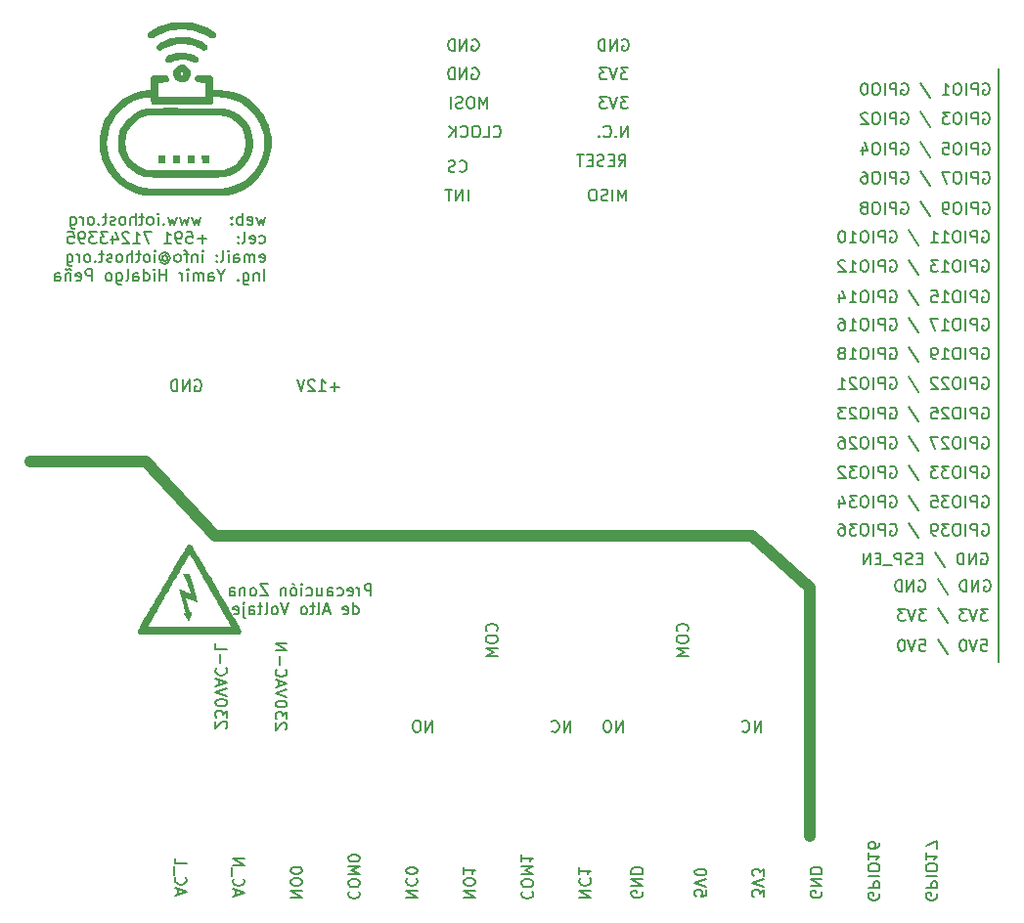
<source format=gbr>
%TF.GenerationSoftware,KiCad,Pcbnew,7.0.1*%
%TF.CreationDate,2023-03-22T21:04:11-04:00*%
%TF.ProjectId,esp32_pro_relay,65737033-325f-4707-926f-5f72656c6179,rev?*%
%TF.SameCoordinates,Original*%
%TF.FileFunction,Legend,Bot*%
%TF.FilePolarity,Positive*%
%FSLAX46Y46*%
G04 Gerber Fmt 4.6, Leading zero omitted, Abs format (unit mm)*
G04 Created by KiCad (PCBNEW 7.0.1) date 2023-03-22 21:04:11*
%MOMM*%
%LPD*%
G01*
G04 APERTURE LIST*
%ADD10C,1.000000*%
%ADD11C,0.150000*%
G04 APERTURE END LIST*
D10*
X216000000Y-189500000D02*
X262500000Y-189500000D01*
X262500000Y-189500000D02*
X267500000Y-194000000D01*
X200000000Y-183000000D02*
X210000000Y-183000000D01*
X267500000Y-194000000D02*
X267500000Y-215500000D01*
X210000000Y-183000000D02*
X216000000Y-189500000D01*
D11*
X283850000Y-149000000D02*
X283840000Y-200400000D01*
X239571427Y-152462619D02*
X239571427Y-151462619D01*
X239571427Y-151462619D02*
X239238094Y-152176904D01*
X239238094Y-152176904D02*
X238904761Y-151462619D01*
X238904761Y-151462619D02*
X238904761Y-152462619D01*
X238238094Y-151462619D02*
X238047618Y-151462619D01*
X238047618Y-151462619D02*
X237952380Y-151510238D01*
X237952380Y-151510238D02*
X237857142Y-151605476D01*
X237857142Y-151605476D02*
X237809523Y-151795952D01*
X237809523Y-151795952D02*
X237809523Y-152129285D01*
X237809523Y-152129285D02*
X237857142Y-152319761D01*
X237857142Y-152319761D02*
X237952380Y-152415000D01*
X237952380Y-152415000D02*
X238047618Y-152462619D01*
X238047618Y-152462619D02*
X238238094Y-152462619D01*
X238238094Y-152462619D02*
X238333332Y-152415000D01*
X238333332Y-152415000D02*
X238428570Y-152319761D01*
X238428570Y-152319761D02*
X238476189Y-152129285D01*
X238476189Y-152129285D02*
X238476189Y-151795952D01*
X238476189Y-151795952D02*
X238428570Y-151605476D01*
X238428570Y-151605476D02*
X238333332Y-151510238D01*
X238333332Y-151510238D02*
X238238094Y-151462619D01*
X237428570Y-152415000D02*
X237285713Y-152462619D01*
X237285713Y-152462619D02*
X237047618Y-152462619D01*
X237047618Y-152462619D02*
X236952380Y-152415000D01*
X236952380Y-152415000D02*
X236904761Y-152367380D01*
X236904761Y-152367380D02*
X236857142Y-152272142D01*
X236857142Y-152272142D02*
X236857142Y-152176904D01*
X236857142Y-152176904D02*
X236904761Y-152081666D01*
X236904761Y-152081666D02*
X236952380Y-152034047D01*
X236952380Y-152034047D02*
X237047618Y-151986428D01*
X237047618Y-151986428D02*
X237238094Y-151938809D01*
X237238094Y-151938809D02*
X237333332Y-151891190D01*
X237333332Y-151891190D02*
X237380951Y-151843571D01*
X237380951Y-151843571D02*
X237428570Y-151748333D01*
X237428570Y-151748333D02*
X237428570Y-151653095D01*
X237428570Y-151653095D02*
X237380951Y-151557857D01*
X237380951Y-151557857D02*
X237333332Y-151510238D01*
X237333332Y-151510238D02*
X237238094Y-151462619D01*
X237238094Y-151462619D02*
X236999999Y-151462619D01*
X236999999Y-151462619D02*
X236857142Y-151510238D01*
X236428570Y-152462619D02*
X236428570Y-151462619D01*
X251738094Y-151462619D02*
X251119047Y-151462619D01*
X251119047Y-151462619D02*
X251452380Y-151843571D01*
X251452380Y-151843571D02*
X251309523Y-151843571D01*
X251309523Y-151843571D02*
X251214285Y-151891190D01*
X251214285Y-151891190D02*
X251166666Y-151938809D01*
X251166666Y-151938809D02*
X251119047Y-152034047D01*
X251119047Y-152034047D02*
X251119047Y-152272142D01*
X251119047Y-152272142D02*
X251166666Y-152367380D01*
X251166666Y-152367380D02*
X251214285Y-152415000D01*
X251214285Y-152415000D02*
X251309523Y-152462619D01*
X251309523Y-152462619D02*
X251595237Y-152462619D01*
X251595237Y-152462619D02*
X251690475Y-152415000D01*
X251690475Y-152415000D02*
X251738094Y-152367380D01*
X250833332Y-151462619D02*
X250499999Y-152462619D01*
X250499999Y-152462619D02*
X250166666Y-151462619D01*
X249928570Y-151462619D02*
X249309523Y-151462619D01*
X249309523Y-151462619D02*
X249642856Y-151843571D01*
X249642856Y-151843571D02*
X249499999Y-151843571D01*
X249499999Y-151843571D02*
X249404761Y-151891190D01*
X249404761Y-151891190D02*
X249357142Y-151938809D01*
X249357142Y-151938809D02*
X249309523Y-152034047D01*
X249309523Y-152034047D02*
X249309523Y-152272142D01*
X249309523Y-152272142D02*
X249357142Y-152367380D01*
X249357142Y-152367380D02*
X249404761Y-152415000D01*
X249404761Y-152415000D02*
X249499999Y-152462619D01*
X249499999Y-152462619D02*
X249785713Y-152462619D01*
X249785713Y-152462619D02*
X249880951Y-152415000D01*
X249880951Y-152415000D02*
X249928570Y-152367380D01*
X237904761Y-160462619D02*
X237904761Y-159462619D01*
X237428571Y-160462619D02*
X237428571Y-159462619D01*
X237428571Y-159462619D02*
X236857143Y-160462619D01*
X236857143Y-160462619D02*
X236857143Y-159462619D01*
X236523809Y-159462619D02*
X235952381Y-159462619D01*
X236238095Y-160462619D02*
X236238095Y-159462619D01*
X251761903Y-154962619D02*
X251761903Y-153962619D01*
X251761903Y-153962619D02*
X251190475Y-154962619D01*
X251190475Y-154962619D02*
X251190475Y-153962619D01*
X250714284Y-154867380D02*
X250666665Y-154915000D01*
X250666665Y-154915000D02*
X250714284Y-154962619D01*
X250714284Y-154962619D02*
X250761903Y-154915000D01*
X250761903Y-154915000D02*
X250714284Y-154867380D01*
X250714284Y-154867380D02*
X250714284Y-154962619D01*
X249666666Y-154867380D02*
X249714285Y-154915000D01*
X249714285Y-154915000D02*
X249857142Y-154962619D01*
X249857142Y-154962619D02*
X249952380Y-154962619D01*
X249952380Y-154962619D02*
X250095237Y-154915000D01*
X250095237Y-154915000D02*
X250190475Y-154819761D01*
X250190475Y-154819761D02*
X250238094Y-154724523D01*
X250238094Y-154724523D02*
X250285713Y-154534047D01*
X250285713Y-154534047D02*
X250285713Y-154391190D01*
X250285713Y-154391190D02*
X250238094Y-154200714D01*
X250238094Y-154200714D02*
X250190475Y-154105476D01*
X250190475Y-154105476D02*
X250095237Y-154010238D01*
X250095237Y-154010238D02*
X249952380Y-153962619D01*
X249952380Y-153962619D02*
X249857142Y-153962619D01*
X249857142Y-153962619D02*
X249714285Y-154010238D01*
X249714285Y-154010238D02*
X249666666Y-154057857D01*
X249238094Y-154867380D02*
X249190475Y-154915000D01*
X249190475Y-154915000D02*
X249238094Y-154962619D01*
X249238094Y-154962619D02*
X249285713Y-154915000D01*
X249285713Y-154915000D02*
X249238094Y-154867380D01*
X249238094Y-154867380D02*
X249238094Y-154962619D01*
X282452380Y-188490238D02*
X282547618Y-188442619D01*
X282547618Y-188442619D02*
X282690475Y-188442619D01*
X282690475Y-188442619D02*
X282833332Y-188490238D01*
X282833332Y-188490238D02*
X282928570Y-188585476D01*
X282928570Y-188585476D02*
X282976189Y-188680714D01*
X282976189Y-188680714D02*
X283023808Y-188871190D01*
X283023808Y-188871190D02*
X283023808Y-189014047D01*
X283023808Y-189014047D02*
X282976189Y-189204523D01*
X282976189Y-189204523D02*
X282928570Y-189299761D01*
X282928570Y-189299761D02*
X282833332Y-189395000D01*
X282833332Y-189395000D02*
X282690475Y-189442619D01*
X282690475Y-189442619D02*
X282595237Y-189442619D01*
X282595237Y-189442619D02*
X282452380Y-189395000D01*
X282452380Y-189395000D02*
X282404761Y-189347380D01*
X282404761Y-189347380D02*
X282404761Y-189014047D01*
X282404761Y-189014047D02*
X282595237Y-189014047D01*
X281976189Y-189442619D02*
X281976189Y-188442619D01*
X281976189Y-188442619D02*
X281595237Y-188442619D01*
X281595237Y-188442619D02*
X281499999Y-188490238D01*
X281499999Y-188490238D02*
X281452380Y-188537857D01*
X281452380Y-188537857D02*
X281404761Y-188633095D01*
X281404761Y-188633095D02*
X281404761Y-188775952D01*
X281404761Y-188775952D02*
X281452380Y-188871190D01*
X281452380Y-188871190D02*
X281499999Y-188918809D01*
X281499999Y-188918809D02*
X281595237Y-188966428D01*
X281595237Y-188966428D02*
X281976189Y-188966428D01*
X280976189Y-189442619D02*
X280976189Y-188442619D01*
X280309523Y-188442619D02*
X280119047Y-188442619D01*
X280119047Y-188442619D02*
X280023809Y-188490238D01*
X280023809Y-188490238D02*
X279928571Y-188585476D01*
X279928571Y-188585476D02*
X279880952Y-188775952D01*
X279880952Y-188775952D02*
X279880952Y-189109285D01*
X279880952Y-189109285D02*
X279928571Y-189299761D01*
X279928571Y-189299761D02*
X280023809Y-189395000D01*
X280023809Y-189395000D02*
X280119047Y-189442619D01*
X280119047Y-189442619D02*
X280309523Y-189442619D01*
X280309523Y-189442619D02*
X280404761Y-189395000D01*
X280404761Y-189395000D02*
X280499999Y-189299761D01*
X280499999Y-189299761D02*
X280547618Y-189109285D01*
X280547618Y-189109285D02*
X280547618Y-188775952D01*
X280547618Y-188775952D02*
X280499999Y-188585476D01*
X280499999Y-188585476D02*
X280404761Y-188490238D01*
X280404761Y-188490238D02*
X280309523Y-188442619D01*
X279547618Y-188442619D02*
X278928571Y-188442619D01*
X278928571Y-188442619D02*
X279261904Y-188823571D01*
X279261904Y-188823571D02*
X279119047Y-188823571D01*
X279119047Y-188823571D02*
X279023809Y-188871190D01*
X279023809Y-188871190D02*
X278976190Y-188918809D01*
X278976190Y-188918809D02*
X278928571Y-189014047D01*
X278928571Y-189014047D02*
X278928571Y-189252142D01*
X278928571Y-189252142D02*
X278976190Y-189347380D01*
X278976190Y-189347380D02*
X279023809Y-189395000D01*
X279023809Y-189395000D02*
X279119047Y-189442619D01*
X279119047Y-189442619D02*
X279404761Y-189442619D01*
X279404761Y-189442619D02*
X279499999Y-189395000D01*
X279499999Y-189395000D02*
X279547618Y-189347380D01*
X278452380Y-189442619D02*
X278261904Y-189442619D01*
X278261904Y-189442619D02*
X278166666Y-189395000D01*
X278166666Y-189395000D02*
X278119047Y-189347380D01*
X278119047Y-189347380D02*
X278023809Y-189204523D01*
X278023809Y-189204523D02*
X277976190Y-189014047D01*
X277976190Y-189014047D02*
X277976190Y-188633095D01*
X277976190Y-188633095D02*
X278023809Y-188537857D01*
X278023809Y-188537857D02*
X278071428Y-188490238D01*
X278071428Y-188490238D02*
X278166666Y-188442619D01*
X278166666Y-188442619D02*
X278357142Y-188442619D01*
X278357142Y-188442619D02*
X278452380Y-188490238D01*
X278452380Y-188490238D02*
X278499999Y-188537857D01*
X278499999Y-188537857D02*
X278547618Y-188633095D01*
X278547618Y-188633095D02*
X278547618Y-188871190D01*
X278547618Y-188871190D02*
X278499999Y-188966428D01*
X278499999Y-188966428D02*
X278452380Y-189014047D01*
X278452380Y-189014047D02*
X278357142Y-189061666D01*
X278357142Y-189061666D02*
X278166666Y-189061666D01*
X278166666Y-189061666D02*
X278071428Y-189014047D01*
X278071428Y-189014047D02*
X278023809Y-188966428D01*
X278023809Y-188966428D02*
X277976190Y-188871190D01*
X276071428Y-188395000D02*
X276928570Y-189680714D01*
X274452380Y-188490238D02*
X274547618Y-188442619D01*
X274547618Y-188442619D02*
X274690475Y-188442619D01*
X274690475Y-188442619D02*
X274833332Y-188490238D01*
X274833332Y-188490238D02*
X274928570Y-188585476D01*
X274928570Y-188585476D02*
X274976189Y-188680714D01*
X274976189Y-188680714D02*
X275023808Y-188871190D01*
X275023808Y-188871190D02*
X275023808Y-189014047D01*
X275023808Y-189014047D02*
X274976189Y-189204523D01*
X274976189Y-189204523D02*
X274928570Y-189299761D01*
X274928570Y-189299761D02*
X274833332Y-189395000D01*
X274833332Y-189395000D02*
X274690475Y-189442619D01*
X274690475Y-189442619D02*
X274595237Y-189442619D01*
X274595237Y-189442619D02*
X274452380Y-189395000D01*
X274452380Y-189395000D02*
X274404761Y-189347380D01*
X274404761Y-189347380D02*
X274404761Y-189014047D01*
X274404761Y-189014047D02*
X274595237Y-189014047D01*
X273976189Y-189442619D02*
X273976189Y-188442619D01*
X273976189Y-188442619D02*
X273595237Y-188442619D01*
X273595237Y-188442619D02*
X273499999Y-188490238D01*
X273499999Y-188490238D02*
X273452380Y-188537857D01*
X273452380Y-188537857D02*
X273404761Y-188633095D01*
X273404761Y-188633095D02*
X273404761Y-188775952D01*
X273404761Y-188775952D02*
X273452380Y-188871190D01*
X273452380Y-188871190D02*
X273499999Y-188918809D01*
X273499999Y-188918809D02*
X273595237Y-188966428D01*
X273595237Y-188966428D02*
X273976189Y-188966428D01*
X272976189Y-189442619D02*
X272976189Y-188442619D01*
X272309523Y-188442619D02*
X272119047Y-188442619D01*
X272119047Y-188442619D02*
X272023809Y-188490238D01*
X272023809Y-188490238D02*
X271928571Y-188585476D01*
X271928571Y-188585476D02*
X271880952Y-188775952D01*
X271880952Y-188775952D02*
X271880952Y-189109285D01*
X271880952Y-189109285D02*
X271928571Y-189299761D01*
X271928571Y-189299761D02*
X272023809Y-189395000D01*
X272023809Y-189395000D02*
X272119047Y-189442619D01*
X272119047Y-189442619D02*
X272309523Y-189442619D01*
X272309523Y-189442619D02*
X272404761Y-189395000D01*
X272404761Y-189395000D02*
X272499999Y-189299761D01*
X272499999Y-189299761D02*
X272547618Y-189109285D01*
X272547618Y-189109285D02*
X272547618Y-188775952D01*
X272547618Y-188775952D02*
X272499999Y-188585476D01*
X272499999Y-188585476D02*
X272404761Y-188490238D01*
X272404761Y-188490238D02*
X272309523Y-188442619D01*
X271547618Y-188442619D02*
X270928571Y-188442619D01*
X270928571Y-188442619D02*
X271261904Y-188823571D01*
X271261904Y-188823571D02*
X271119047Y-188823571D01*
X271119047Y-188823571D02*
X271023809Y-188871190D01*
X271023809Y-188871190D02*
X270976190Y-188918809D01*
X270976190Y-188918809D02*
X270928571Y-189014047D01*
X270928571Y-189014047D02*
X270928571Y-189252142D01*
X270928571Y-189252142D02*
X270976190Y-189347380D01*
X270976190Y-189347380D02*
X271023809Y-189395000D01*
X271023809Y-189395000D02*
X271119047Y-189442619D01*
X271119047Y-189442619D02*
X271404761Y-189442619D01*
X271404761Y-189442619D02*
X271499999Y-189395000D01*
X271499999Y-189395000D02*
X271547618Y-189347380D01*
X270071428Y-188442619D02*
X270261904Y-188442619D01*
X270261904Y-188442619D02*
X270357142Y-188490238D01*
X270357142Y-188490238D02*
X270404761Y-188537857D01*
X270404761Y-188537857D02*
X270499999Y-188680714D01*
X270499999Y-188680714D02*
X270547618Y-188871190D01*
X270547618Y-188871190D02*
X270547618Y-189252142D01*
X270547618Y-189252142D02*
X270499999Y-189347380D01*
X270499999Y-189347380D02*
X270452380Y-189395000D01*
X270452380Y-189395000D02*
X270357142Y-189442619D01*
X270357142Y-189442619D02*
X270166666Y-189442619D01*
X270166666Y-189442619D02*
X270071428Y-189395000D01*
X270071428Y-189395000D02*
X270023809Y-189347380D01*
X270023809Y-189347380D02*
X269976190Y-189252142D01*
X269976190Y-189252142D02*
X269976190Y-189014047D01*
X269976190Y-189014047D02*
X270023809Y-188918809D01*
X270023809Y-188918809D02*
X270071428Y-188871190D01*
X270071428Y-188871190D02*
X270166666Y-188823571D01*
X270166666Y-188823571D02*
X270357142Y-188823571D01*
X270357142Y-188823571D02*
X270452380Y-188871190D01*
X270452380Y-188871190D02*
X270499999Y-188918809D01*
X270499999Y-188918809D02*
X270547618Y-189014047D01*
X282499999Y-160640238D02*
X282595237Y-160592619D01*
X282595237Y-160592619D02*
X282738094Y-160592619D01*
X282738094Y-160592619D02*
X282880951Y-160640238D01*
X282880951Y-160640238D02*
X282976189Y-160735476D01*
X282976189Y-160735476D02*
X283023808Y-160830714D01*
X283023808Y-160830714D02*
X283071427Y-161021190D01*
X283071427Y-161021190D02*
X283071427Y-161164047D01*
X283071427Y-161164047D02*
X283023808Y-161354523D01*
X283023808Y-161354523D02*
X282976189Y-161449761D01*
X282976189Y-161449761D02*
X282880951Y-161545000D01*
X282880951Y-161545000D02*
X282738094Y-161592619D01*
X282738094Y-161592619D02*
X282642856Y-161592619D01*
X282642856Y-161592619D02*
X282499999Y-161545000D01*
X282499999Y-161545000D02*
X282452380Y-161497380D01*
X282452380Y-161497380D02*
X282452380Y-161164047D01*
X282452380Y-161164047D02*
X282642856Y-161164047D01*
X282023808Y-161592619D02*
X282023808Y-160592619D01*
X282023808Y-160592619D02*
X281642856Y-160592619D01*
X281642856Y-160592619D02*
X281547618Y-160640238D01*
X281547618Y-160640238D02*
X281499999Y-160687857D01*
X281499999Y-160687857D02*
X281452380Y-160783095D01*
X281452380Y-160783095D02*
X281452380Y-160925952D01*
X281452380Y-160925952D02*
X281499999Y-161021190D01*
X281499999Y-161021190D02*
X281547618Y-161068809D01*
X281547618Y-161068809D02*
X281642856Y-161116428D01*
X281642856Y-161116428D02*
X282023808Y-161116428D01*
X281023808Y-161592619D02*
X281023808Y-160592619D01*
X280357142Y-160592619D02*
X280166666Y-160592619D01*
X280166666Y-160592619D02*
X280071428Y-160640238D01*
X280071428Y-160640238D02*
X279976190Y-160735476D01*
X279976190Y-160735476D02*
X279928571Y-160925952D01*
X279928571Y-160925952D02*
X279928571Y-161259285D01*
X279928571Y-161259285D02*
X279976190Y-161449761D01*
X279976190Y-161449761D02*
X280071428Y-161545000D01*
X280071428Y-161545000D02*
X280166666Y-161592619D01*
X280166666Y-161592619D02*
X280357142Y-161592619D01*
X280357142Y-161592619D02*
X280452380Y-161545000D01*
X280452380Y-161545000D02*
X280547618Y-161449761D01*
X280547618Y-161449761D02*
X280595237Y-161259285D01*
X280595237Y-161259285D02*
X280595237Y-160925952D01*
X280595237Y-160925952D02*
X280547618Y-160735476D01*
X280547618Y-160735476D02*
X280452380Y-160640238D01*
X280452380Y-160640238D02*
X280357142Y-160592619D01*
X279452380Y-161592619D02*
X279261904Y-161592619D01*
X279261904Y-161592619D02*
X279166666Y-161545000D01*
X279166666Y-161545000D02*
X279119047Y-161497380D01*
X279119047Y-161497380D02*
X279023809Y-161354523D01*
X279023809Y-161354523D02*
X278976190Y-161164047D01*
X278976190Y-161164047D02*
X278976190Y-160783095D01*
X278976190Y-160783095D02*
X279023809Y-160687857D01*
X279023809Y-160687857D02*
X279071428Y-160640238D01*
X279071428Y-160640238D02*
X279166666Y-160592619D01*
X279166666Y-160592619D02*
X279357142Y-160592619D01*
X279357142Y-160592619D02*
X279452380Y-160640238D01*
X279452380Y-160640238D02*
X279499999Y-160687857D01*
X279499999Y-160687857D02*
X279547618Y-160783095D01*
X279547618Y-160783095D02*
X279547618Y-161021190D01*
X279547618Y-161021190D02*
X279499999Y-161116428D01*
X279499999Y-161116428D02*
X279452380Y-161164047D01*
X279452380Y-161164047D02*
X279357142Y-161211666D01*
X279357142Y-161211666D02*
X279166666Y-161211666D01*
X279166666Y-161211666D02*
X279071428Y-161164047D01*
X279071428Y-161164047D02*
X279023809Y-161116428D01*
X279023809Y-161116428D02*
X278976190Y-161021190D01*
X277071428Y-160545000D02*
X277928570Y-161830714D01*
X275452380Y-160640238D02*
X275547618Y-160592619D01*
X275547618Y-160592619D02*
X275690475Y-160592619D01*
X275690475Y-160592619D02*
X275833332Y-160640238D01*
X275833332Y-160640238D02*
X275928570Y-160735476D01*
X275928570Y-160735476D02*
X275976189Y-160830714D01*
X275976189Y-160830714D02*
X276023808Y-161021190D01*
X276023808Y-161021190D02*
X276023808Y-161164047D01*
X276023808Y-161164047D02*
X275976189Y-161354523D01*
X275976189Y-161354523D02*
X275928570Y-161449761D01*
X275928570Y-161449761D02*
X275833332Y-161545000D01*
X275833332Y-161545000D02*
X275690475Y-161592619D01*
X275690475Y-161592619D02*
X275595237Y-161592619D01*
X275595237Y-161592619D02*
X275452380Y-161545000D01*
X275452380Y-161545000D02*
X275404761Y-161497380D01*
X275404761Y-161497380D02*
X275404761Y-161164047D01*
X275404761Y-161164047D02*
X275595237Y-161164047D01*
X274976189Y-161592619D02*
X274976189Y-160592619D01*
X274976189Y-160592619D02*
X274595237Y-160592619D01*
X274595237Y-160592619D02*
X274499999Y-160640238D01*
X274499999Y-160640238D02*
X274452380Y-160687857D01*
X274452380Y-160687857D02*
X274404761Y-160783095D01*
X274404761Y-160783095D02*
X274404761Y-160925952D01*
X274404761Y-160925952D02*
X274452380Y-161021190D01*
X274452380Y-161021190D02*
X274499999Y-161068809D01*
X274499999Y-161068809D02*
X274595237Y-161116428D01*
X274595237Y-161116428D02*
X274976189Y-161116428D01*
X273976189Y-161592619D02*
X273976189Y-160592619D01*
X273309523Y-160592619D02*
X273119047Y-160592619D01*
X273119047Y-160592619D02*
X273023809Y-160640238D01*
X273023809Y-160640238D02*
X272928571Y-160735476D01*
X272928571Y-160735476D02*
X272880952Y-160925952D01*
X272880952Y-160925952D02*
X272880952Y-161259285D01*
X272880952Y-161259285D02*
X272928571Y-161449761D01*
X272928571Y-161449761D02*
X273023809Y-161545000D01*
X273023809Y-161545000D02*
X273119047Y-161592619D01*
X273119047Y-161592619D02*
X273309523Y-161592619D01*
X273309523Y-161592619D02*
X273404761Y-161545000D01*
X273404761Y-161545000D02*
X273499999Y-161449761D01*
X273499999Y-161449761D02*
X273547618Y-161259285D01*
X273547618Y-161259285D02*
X273547618Y-160925952D01*
X273547618Y-160925952D02*
X273499999Y-160735476D01*
X273499999Y-160735476D02*
X273404761Y-160640238D01*
X273404761Y-160640238D02*
X273309523Y-160592619D01*
X272309523Y-161021190D02*
X272404761Y-160973571D01*
X272404761Y-160973571D02*
X272452380Y-160925952D01*
X272452380Y-160925952D02*
X272499999Y-160830714D01*
X272499999Y-160830714D02*
X272499999Y-160783095D01*
X272499999Y-160783095D02*
X272452380Y-160687857D01*
X272452380Y-160687857D02*
X272404761Y-160640238D01*
X272404761Y-160640238D02*
X272309523Y-160592619D01*
X272309523Y-160592619D02*
X272119047Y-160592619D01*
X272119047Y-160592619D02*
X272023809Y-160640238D01*
X272023809Y-160640238D02*
X271976190Y-160687857D01*
X271976190Y-160687857D02*
X271928571Y-160783095D01*
X271928571Y-160783095D02*
X271928571Y-160830714D01*
X271928571Y-160830714D02*
X271976190Y-160925952D01*
X271976190Y-160925952D02*
X272023809Y-160973571D01*
X272023809Y-160973571D02*
X272119047Y-161021190D01*
X272119047Y-161021190D02*
X272309523Y-161021190D01*
X272309523Y-161021190D02*
X272404761Y-161068809D01*
X272404761Y-161068809D02*
X272452380Y-161116428D01*
X272452380Y-161116428D02*
X272499999Y-161211666D01*
X272499999Y-161211666D02*
X272499999Y-161402142D01*
X272499999Y-161402142D02*
X272452380Y-161497380D01*
X272452380Y-161497380D02*
X272404761Y-161545000D01*
X272404761Y-161545000D02*
X272309523Y-161592619D01*
X272309523Y-161592619D02*
X272119047Y-161592619D01*
X272119047Y-161592619D02*
X272023809Y-161545000D01*
X272023809Y-161545000D02*
X271976190Y-161497380D01*
X271976190Y-161497380D02*
X271928571Y-161402142D01*
X271928571Y-161402142D02*
X271928571Y-161211666D01*
X271928571Y-161211666D02*
X271976190Y-161116428D01*
X271976190Y-161116428D02*
X272023809Y-161068809D01*
X272023809Y-161068809D02*
X272119047Y-161021190D01*
X282452380Y-175800238D02*
X282547618Y-175752619D01*
X282547618Y-175752619D02*
X282690475Y-175752619D01*
X282690475Y-175752619D02*
X282833332Y-175800238D01*
X282833332Y-175800238D02*
X282928570Y-175895476D01*
X282928570Y-175895476D02*
X282976189Y-175990714D01*
X282976189Y-175990714D02*
X283023808Y-176181190D01*
X283023808Y-176181190D02*
X283023808Y-176324047D01*
X283023808Y-176324047D02*
X282976189Y-176514523D01*
X282976189Y-176514523D02*
X282928570Y-176609761D01*
X282928570Y-176609761D02*
X282833332Y-176705000D01*
X282833332Y-176705000D02*
X282690475Y-176752619D01*
X282690475Y-176752619D02*
X282595237Y-176752619D01*
X282595237Y-176752619D02*
X282452380Y-176705000D01*
X282452380Y-176705000D02*
X282404761Y-176657380D01*
X282404761Y-176657380D02*
X282404761Y-176324047D01*
X282404761Y-176324047D02*
X282595237Y-176324047D01*
X281976189Y-176752619D02*
X281976189Y-175752619D01*
X281976189Y-175752619D02*
X281595237Y-175752619D01*
X281595237Y-175752619D02*
X281499999Y-175800238D01*
X281499999Y-175800238D02*
X281452380Y-175847857D01*
X281452380Y-175847857D02*
X281404761Y-175943095D01*
X281404761Y-175943095D02*
X281404761Y-176085952D01*
X281404761Y-176085952D02*
X281452380Y-176181190D01*
X281452380Y-176181190D02*
X281499999Y-176228809D01*
X281499999Y-176228809D02*
X281595237Y-176276428D01*
X281595237Y-176276428D02*
X281976189Y-176276428D01*
X280976189Y-176752619D02*
X280976189Y-175752619D01*
X280309523Y-175752619D02*
X280119047Y-175752619D01*
X280119047Y-175752619D02*
X280023809Y-175800238D01*
X280023809Y-175800238D02*
X279928571Y-175895476D01*
X279928571Y-175895476D02*
X279880952Y-176085952D01*
X279880952Y-176085952D02*
X279880952Y-176419285D01*
X279880952Y-176419285D02*
X279928571Y-176609761D01*
X279928571Y-176609761D02*
X280023809Y-176705000D01*
X280023809Y-176705000D02*
X280119047Y-176752619D01*
X280119047Y-176752619D02*
X280309523Y-176752619D01*
X280309523Y-176752619D02*
X280404761Y-176705000D01*
X280404761Y-176705000D02*
X280499999Y-176609761D01*
X280499999Y-176609761D02*
X280547618Y-176419285D01*
X280547618Y-176419285D02*
X280547618Y-176085952D01*
X280547618Y-176085952D02*
X280499999Y-175895476D01*
X280499999Y-175895476D02*
X280404761Y-175800238D01*
X280404761Y-175800238D02*
X280309523Y-175752619D01*
X279499999Y-175847857D02*
X279452380Y-175800238D01*
X279452380Y-175800238D02*
X279357142Y-175752619D01*
X279357142Y-175752619D02*
X279119047Y-175752619D01*
X279119047Y-175752619D02*
X279023809Y-175800238D01*
X279023809Y-175800238D02*
X278976190Y-175847857D01*
X278976190Y-175847857D02*
X278928571Y-175943095D01*
X278928571Y-175943095D02*
X278928571Y-176038333D01*
X278928571Y-176038333D02*
X278976190Y-176181190D01*
X278976190Y-176181190D02*
X279547618Y-176752619D01*
X279547618Y-176752619D02*
X278928571Y-176752619D01*
X278547618Y-175847857D02*
X278499999Y-175800238D01*
X278499999Y-175800238D02*
X278404761Y-175752619D01*
X278404761Y-175752619D02*
X278166666Y-175752619D01*
X278166666Y-175752619D02*
X278071428Y-175800238D01*
X278071428Y-175800238D02*
X278023809Y-175847857D01*
X278023809Y-175847857D02*
X277976190Y-175943095D01*
X277976190Y-175943095D02*
X277976190Y-176038333D01*
X277976190Y-176038333D02*
X278023809Y-176181190D01*
X278023809Y-176181190D02*
X278595237Y-176752619D01*
X278595237Y-176752619D02*
X277976190Y-176752619D01*
X276071428Y-175705000D02*
X276928570Y-176990714D01*
X274452380Y-175800238D02*
X274547618Y-175752619D01*
X274547618Y-175752619D02*
X274690475Y-175752619D01*
X274690475Y-175752619D02*
X274833332Y-175800238D01*
X274833332Y-175800238D02*
X274928570Y-175895476D01*
X274928570Y-175895476D02*
X274976189Y-175990714D01*
X274976189Y-175990714D02*
X275023808Y-176181190D01*
X275023808Y-176181190D02*
X275023808Y-176324047D01*
X275023808Y-176324047D02*
X274976189Y-176514523D01*
X274976189Y-176514523D02*
X274928570Y-176609761D01*
X274928570Y-176609761D02*
X274833332Y-176705000D01*
X274833332Y-176705000D02*
X274690475Y-176752619D01*
X274690475Y-176752619D02*
X274595237Y-176752619D01*
X274595237Y-176752619D02*
X274452380Y-176705000D01*
X274452380Y-176705000D02*
X274404761Y-176657380D01*
X274404761Y-176657380D02*
X274404761Y-176324047D01*
X274404761Y-176324047D02*
X274595237Y-176324047D01*
X273976189Y-176752619D02*
X273976189Y-175752619D01*
X273976189Y-175752619D02*
X273595237Y-175752619D01*
X273595237Y-175752619D02*
X273499999Y-175800238D01*
X273499999Y-175800238D02*
X273452380Y-175847857D01*
X273452380Y-175847857D02*
X273404761Y-175943095D01*
X273404761Y-175943095D02*
X273404761Y-176085952D01*
X273404761Y-176085952D02*
X273452380Y-176181190D01*
X273452380Y-176181190D02*
X273499999Y-176228809D01*
X273499999Y-176228809D02*
X273595237Y-176276428D01*
X273595237Y-176276428D02*
X273976189Y-176276428D01*
X272976189Y-176752619D02*
X272976189Y-175752619D01*
X272309523Y-175752619D02*
X272119047Y-175752619D01*
X272119047Y-175752619D02*
X272023809Y-175800238D01*
X272023809Y-175800238D02*
X271928571Y-175895476D01*
X271928571Y-175895476D02*
X271880952Y-176085952D01*
X271880952Y-176085952D02*
X271880952Y-176419285D01*
X271880952Y-176419285D02*
X271928571Y-176609761D01*
X271928571Y-176609761D02*
X272023809Y-176705000D01*
X272023809Y-176705000D02*
X272119047Y-176752619D01*
X272119047Y-176752619D02*
X272309523Y-176752619D01*
X272309523Y-176752619D02*
X272404761Y-176705000D01*
X272404761Y-176705000D02*
X272499999Y-176609761D01*
X272499999Y-176609761D02*
X272547618Y-176419285D01*
X272547618Y-176419285D02*
X272547618Y-176085952D01*
X272547618Y-176085952D02*
X272499999Y-175895476D01*
X272499999Y-175895476D02*
X272404761Y-175800238D01*
X272404761Y-175800238D02*
X272309523Y-175752619D01*
X271499999Y-175847857D02*
X271452380Y-175800238D01*
X271452380Y-175800238D02*
X271357142Y-175752619D01*
X271357142Y-175752619D02*
X271119047Y-175752619D01*
X271119047Y-175752619D02*
X271023809Y-175800238D01*
X271023809Y-175800238D02*
X270976190Y-175847857D01*
X270976190Y-175847857D02*
X270928571Y-175943095D01*
X270928571Y-175943095D02*
X270928571Y-176038333D01*
X270928571Y-176038333D02*
X270976190Y-176181190D01*
X270976190Y-176181190D02*
X271547618Y-176752619D01*
X271547618Y-176752619D02*
X270928571Y-176752619D01*
X269976190Y-176752619D02*
X270547618Y-176752619D01*
X270261904Y-176752619D02*
X270261904Y-175752619D01*
X270261904Y-175752619D02*
X270357142Y-175895476D01*
X270357142Y-175895476D02*
X270452380Y-175990714D01*
X270452380Y-175990714D02*
X270547618Y-176038333D01*
X237537380Y-220785713D02*
X238537380Y-220785713D01*
X238537380Y-220785713D02*
X237537380Y-220214285D01*
X237537380Y-220214285D02*
X238537380Y-220214285D01*
X238537380Y-219547618D02*
X238537380Y-219357142D01*
X238537380Y-219357142D02*
X238489761Y-219261904D01*
X238489761Y-219261904D02*
X238394523Y-219166666D01*
X238394523Y-219166666D02*
X238204047Y-219119047D01*
X238204047Y-219119047D02*
X237870714Y-219119047D01*
X237870714Y-219119047D02*
X237680238Y-219166666D01*
X237680238Y-219166666D02*
X237585000Y-219261904D01*
X237585000Y-219261904D02*
X237537380Y-219357142D01*
X237537380Y-219357142D02*
X237537380Y-219547618D01*
X237537380Y-219547618D02*
X237585000Y-219642856D01*
X237585000Y-219642856D02*
X237680238Y-219738094D01*
X237680238Y-219738094D02*
X237870714Y-219785713D01*
X237870714Y-219785713D02*
X238204047Y-219785713D01*
X238204047Y-219785713D02*
X238394523Y-219738094D01*
X238394523Y-219738094D02*
X238489761Y-219642856D01*
X238489761Y-219642856D02*
X238537380Y-219547618D01*
X237537380Y-218166666D02*
X237537380Y-218738094D01*
X237537380Y-218452380D02*
X238537380Y-218452380D01*
X238537380Y-218452380D02*
X238394523Y-218547618D01*
X238394523Y-218547618D02*
X238299285Y-218642856D01*
X238299285Y-218642856D02*
X238251666Y-218738094D01*
X240367380Y-197714285D02*
X240415000Y-197666666D01*
X240415000Y-197666666D02*
X240462619Y-197523809D01*
X240462619Y-197523809D02*
X240462619Y-197428571D01*
X240462619Y-197428571D02*
X240415000Y-197285714D01*
X240415000Y-197285714D02*
X240319761Y-197190476D01*
X240319761Y-197190476D02*
X240224523Y-197142857D01*
X240224523Y-197142857D02*
X240034047Y-197095238D01*
X240034047Y-197095238D02*
X239891190Y-197095238D01*
X239891190Y-197095238D02*
X239700714Y-197142857D01*
X239700714Y-197142857D02*
X239605476Y-197190476D01*
X239605476Y-197190476D02*
X239510238Y-197285714D01*
X239510238Y-197285714D02*
X239462619Y-197428571D01*
X239462619Y-197428571D02*
X239462619Y-197523809D01*
X239462619Y-197523809D02*
X239510238Y-197666666D01*
X239510238Y-197666666D02*
X239557857Y-197714285D01*
X239462619Y-198333333D02*
X239462619Y-198523809D01*
X239462619Y-198523809D02*
X239510238Y-198619047D01*
X239510238Y-198619047D02*
X239605476Y-198714285D01*
X239605476Y-198714285D02*
X239795952Y-198761904D01*
X239795952Y-198761904D02*
X240129285Y-198761904D01*
X240129285Y-198761904D02*
X240319761Y-198714285D01*
X240319761Y-198714285D02*
X240415000Y-198619047D01*
X240415000Y-198619047D02*
X240462619Y-198523809D01*
X240462619Y-198523809D02*
X240462619Y-198333333D01*
X240462619Y-198333333D02*
X240415000Y-198238095D01*
X240415000Y-198238095D02*
X240319761Y-198142857D01*
X240319761Y-198142857D02*
X240129285Y-198095238D01*
X240129285Y-198095238D02*
X239795952Y-198095238D01*
X239795952Y-198095238D02*
X239605476Y-198142857D01*
X239605476Y-198142857D02*
X239510238Y-198238095D01*
X239510238Y-198238095D02*
X239462619Y-198333333D01*
X240462619Y-199190476D02*
X239462619Y-199190476D01*
X239462619Y-199190476D02*
X240176904Y-199523809D01*
X240176904Y-199523809D02*
X239462619Y-199857142D01*
X239462619Y-199857142D02*
X240462619Y-199857142D01*
X282571428Y-193330238D02*
X282666666Y-193282619D01*
X282666666Y-193282619D02*
X282809523Y-193282619D01*
X282809523Y-193282619D02*
X282952380Y-193330238D01*
X282952380Y-193330238D02*
X283047618Y-193425476D01*
X283047618Y-193425476D02*
X283095237Y-193520714D01*
X283095237Y-193520714D02*
X283142856Y-193711190D01*
X283142856Y-193711190D02*
X283142856Y-193854047D01*
X283142856Y-193854047D02*
X283095237Y-194044523D01*
X283095237Y-194044523D02*
X283047618Y-194139761D01*
X283047618Y-194139761D02*
X282952380Y-194235000D01*
X282952380Y-194235000D02*
X282809523Y-194282619D01*
X282809523Y-194282619D02*
X282714285Y-194282619D01*
X282714285Y-194282619D02*
X282571428Y-194235000D01*
X282571428Y-194235000D02*
X282523809Y-194187380D01*
X282523809Y-194187380D02*
X282523809Y-193854047D01*
X282523809Y-193854047D02*
X282714285Y-193854047D01*
X282095237Y-194282619D02*
X282095237Y-193282619D01*
X282095237Y-193282619D02*
X281523809Y-194282619D01*
X281523809Y-194282619D02*
X281523809Y-193282619D01*
X281047618Y-194282619D02*
X281047618Y-193282619D01*
X281047618Y-193282619D02*
X280809523Y-193282619D01*
X280809523Y-193282619D02*
X280666666Y-193330238D01*
X280666666Y-193330238D02*
X280571428Y-193425476D01*
X280571428Y-193425476D02*
X280523809Y-193520714D01*
X280523809Y-193520714D02*
X280476190Y-193711190D01*
X280476190Y-193711190D02*
X280476190Y-193854047D01*
X280476190Y-193854047D02*
X280523809Y-194044523D01*
X280523809Y-194044523D02*
X280571428Y-194139761D01*
X280571428Y-194139761D02*
X280666666Y-194235000D01*
X280666666Y-194235000D02*
X280809523Y-194282619D01*
X280809523Y-194282619D02*
X281047618Y-194282619D01*
X278571428Y-193235000D02*
X279428570Y-194520714D01*
X276952380Y-193330238D02*
X277047618Y-193282619D01*
X277047618Y-193282619D02*
X277190475Y-193282619D01*
X277190475Y-193282619D02*
X277333332Y-193330238D01*
X277333332Y-193330238D02*
X277428570Y-193425476D01*
X277428570Y-193425476D02*
X277476189Y-193520714D01*
X277476189Y-193520714D02*
X277523808Y-193711190D01*
X277523808Y-193711190D02*
X277523808Y-193854047D01*
X277523808Y-193854047D02*
X277476189Y-194044523D01*
X277476189Y-194044523D02*
X277428570Y-194139761D01*
X277428570Y-194139761D02*
X277333332Y-194235000D01*
X277333332Y-194235000D02*
X277190475Y-194282619D01*
X277190475Y-194282619D02*
X277095237Y-194282619D01*
X277095237Y-194282619D02*
X276952380Y-194235000D01*
X276952380Y-194235000D02*
X276904761Y-194187380D01*
X276904761Y-194187380D02*
X276904761Y-193854047D01*
X276904761Y-193854047D02*
X277095237Y-193854047D01*
X276476189Y-194282619D02*
X276476189Y-193282619D01*
X276476189Y-193282619D02*
X275904761Y-194282619D01*
X275904761Y-194282619D02*
X275904761Y-193282619D01*
X275428570Y-194282619D02*
X275428570Y-193282619D01*
X275428570Y-193282619D02*
X275190475Y-193282619D01*
X275190475Y-193282619D02*
X275047618Y-193330238D01*
X275047618Y-193330238D02*
X274952380Y-193425476D01*
X274952380Y-193425476D02*
X274904761Y-193520714D01*
X274904761Y-193520714D02*
X274857142Y-193711190D01*
X274857142Y-193711190D02*
X274857142Y-193854047D01*
X274857142Y-193854047D02*
X274904761Y-194044523D01*
X274904761Y-194044523D02*
X274952380Y-194139761D01*
X274952380Y-194139761D02*
X275047618Y-194235000D01*
X275047618Y-194235000D02*
X275190475Y-194282619D01*
X275190475Y-194282619D02*
X275428570Y-194282619D01*
X242632619Y-220261904D02*
X242585000Y-220309523D01*
X242585000Y-220309523D02*
X242537380Y-220452380D01*
X242537380Y-220452380D02*
X242537380Y-220547618D01*
X242537380Y-220547618D02*
X242585000Y-220690475D01*
X242585000Y-220690475D02*
X242680238Y-220785713D01*
X242680238Y-220785713D02*
X242775476Y-220833332D01*
X242775476Y-220833332D02*
X242965952Y-220880951D01*
X242965952Y-220880951D02*
X243108809Y-220880951D01*
X243108809Y-220880951D02*
X243299285Y-220833332D01*
X243299285Y-220833332D02*
X243394523Y-220785713D01*
X243394523Y-220785713D02*
X243489761Y-220690475D01*
X243489761Y-220690475D02*
X243537380Y-220547618D01*
X243537380Y-220547618D02*
X243537380Y-220452380D01*
X243537380Y-220452380D02*
X243489761Y-220309523D01*
X243489761Y-220309523D02*
X243442142Y-220261904D01*
X243537380Y-219642856D02*
X243537380Y-219452380D01*
X243537380Y-219452380D02*
X243489761Y-219357142D01*
X243489761Y-219357142D02*
X243394523Y-219261904D01*
X243394523Y-219261904D02*
X243204047Y-219214285D01*
X243204047Y-219214285D02*
X242870714Y-219214285D01*
X242870714Y-219214285D02*
X242680238Y-219261904D01*
X242680238Y-219261904D02*
X242585000Y-219357142D01*
X242585000Y-219357142D02*
X242537380Y-219452380D01*
X242537380Y-219452380D02*
X242537380Y-219642856D01*
X242537380Y-219642856D02*
X242585000Y-219738094D01*
X242585000Y-219738094D02*
X242680238Y-219833332D01*
X242680238Y-219833332D02*
X242870714Y-219880951D01*
X242870714Y-219880951D02*
X243204047Y-219880951D01*
X243204047Y-219880951D02*
X243394523Y-219833332D01*
X243394523Y-219833332D02*
X243489761Y-219738094D01*
X243489761Y-219738094D02*
X243537380Y-219642856D01*
X242537380Y-218785713D02*
X243537380Y-218785713D01*
X243537380Y-218785713D02*
X242823095Y-218452380D01*
X242823095Y-218452380D02*
X243537380Y-218119047D01*
X243537380Y-218119047D02*
X242537380Y-218119047D01*
X242537380Y-217119047D02*
X242537380Y-217690475D01*
X242537380Y-217404761D02*
X243537380Y-217404761D01*
X243537380Y-217404761D02*
X243394523Y-217499999D01*
X243394523Y-217499999D02*
X243299285Y-217595237D01*
X243299285Y-217595237D02*
X243251666Y-217690475D01*
X251261904Y-146510238D02*
X251357142Y-146462619D01*
X251357142Y-146462619D02*
X251499999Y-146462619D01*
X251499999Y-146462619D02*
X251642856Y-146510238D01*
X251642856Y-146510238D02*
X251738094Y-146605476D01*
X251738094Y-146605476D02*
X251785713Y-146700714D01*
X251785713Y-146700714D02*
X251833332Y-146891190D01*
X251833332Y-146891190D02*
X251833332Y-147034047D01*
X251833332Y-147034047D02*
X251785713Y-147224523D01*
X251785713Y-147224523D02*
X251738094Y-147319761D01*
X251738094Y-147319761D02*
X251642856Y-147415000D01*
X251642856Y-147415000D02*
X251499999Y-147462619D01*
X251499999Y-147462619D02*
X251404761Y-147462619D01*
X251404761Y-147462619D02*
X251261904Y-147415000D01*
X251261904Y-147415000D02*
X251214285Y-147367380D01*
X251214285Y-147367380D02*
X251214285Y-147034047D01*
X251214285Y-147034047D02*
X251404761Y-147034047D01*
X250785713Y-147462619D02*
X250785713Y-146462619D01*
X250785713Y-146462619D02*
X250214285Y-147462619D01*
X250214285Y-147462619D02*
X250214285Y-146462619D01*
X249738094Y-147462619D02*
X249738094Y-146462619D01*
X249738094Y-146462619D02*
X249499999Y-146462619D01*
X249499999Y-146462619D02*
X249357142Y-146510238D01*
X249357142Y-146510238D02*
X249261904Y-146605476D01*
X249261904Y-146605476D02*
X249214285Y-146700714D01*
X249214285Y-146700714D02*
X249166666Y-146891190D01*
X249166666Y-146891190D02*
X249166666Y-147034047D01*
X249166666Y-147034047D02*
X249214285Y-147224523D01*
X249214285Y-147224523D02*
X249261904Y-147319761D01*
X249261904Y-147319761D02*
X249357142Y-147415000D01*
X249357142Y-147415000D02*
X249499999Y-147462619D01*
X249499999Y-147462619D02*
X249738094Y-147462619D01*
X282452380Y-183500238D02*
X282547618Y-183452619D01*
X282547618Y-183452619D02*
X282690475Y-183452619D01*
X282690475Y-183452619D02*
X282833332Y-183500238D01*
X282833332Y-183500238D02*
X282928570Y-183595476D01*
X282928570Y-183595476D02*
X282976189Y-183690714D01*
X282976189Y-183690714D02*
X283023808Y-183881190D01*
X283023808Y-183881190D02*
X283023808Y-184024047D01*
X283023808Y-184024047D02*
X282976189Y-184214523D01*
X282976189Y-184214523D02*
X282928570Y-184309761D01*
X282928570Y-184309761D02*
X282833332Y-184405000D01*
X282833332Y-184405000D02*
X282690475Y-184452619D01*
X282690475Y-184452619D02*
X282595237Y-184452619D01*
X282595237Y-184452619D02*
X282452380Y-184405000D01*
X282452380Y-184405000D02*
X282404761Y-184357380D01*
X282404761Y-184357380D02*
X282404761Y-184024047D01*
X282404761Y-184024047D02*
X282595237Y-184024047D01*
X281976189Y-184452619D02*
X281976189Y-183452619D01*
X281976189Y-183452619D02*
X281595237Y-183452619D01*
X281595237Y-183452619D02*
X281499999Y-183500238D01*
X281499999Y-183500238D02*
X281452380Y-183547857D01*
X281452380Y-183547857D02*
X281404761Y-183643095D01*
X281404761Y-183643095D02*
X281404761Y-183785952D01*
X281404761Y-183785952D02*
X281452380Y-183881190D01*
X281452380Y-183881190D02*
X281499999Y-183928809D01*
X281499999Y-183928809D02*
X281595237Y-183976428D01*
X281595237Y-183976428D02*
X281976189Y-183976428D01*
X280976189Y-184452619D02*
X280976189Y-183452619D01*
X280309523Y-183452619D02*
X280119047Y-183452619D01*
X280119047Y-183452619D02*
X280023809Y-183500238D01*
X280023809Y-183500238D02*
X279928571Y-183595476D01*
X279928571Y-183595476D02*
X279880952Y-183785952D01*
X279880952Y-183785952D02*
X279880952Y-184119285D01*
X279880952Y-184119285D02*
X279928571Y-184309761D01*
X279928571Y-184309761D02*
X280023809Y-184405000D01*
X280023809Y-184405000D02*
X280119047Y-184452619D01*
X280119047Y-184452619D02*
X280309523Y-184452619D01*
X280309523Y-184452619D02*
X280404761Y-184405000D01*
X280404761Y-184405000D02*
X280499999Y-184309761D01*
X280499999Y-184309761D02*
X280547618Y-184119285D01*
X280547618Y-184119285D02*
X280547618Y-183785952D01*
X280547618Y-183785952D02*
X280499999Y-183595476D01*
X280499999Y-183595476D02*
X280404761Y-183500238D01*
X280404761Y-183500238D02*
X280309523Y-183452619D01*
X279547618Y-183452619D02*
X278928571Y-183452619D01*
X278928571Y-183452619D02*
X279261904Y-183833571D01*
X279261904Y-183833571D02*
X279119047Y-183833571D01*
X279119047Y-183833571D02*
X279023809Y-183881190D01*
X279023809Y-183881190D02*
X278976190Y-183928809D01*
X278976190Y-183928809D02*
X278928571Y-184024047D01*
X278928571Y-184024047D02*
X278928571Y-184262142D01*
X278928571Y-184262142D02*
X278976190Y-184357380D01*
X278976190Y-184357380D02*
X279023809Y-184405000D01*
X279023809Y-184405000D02*
X279119047Y-184452619D01*
X279119047Y-184452619D02*
X279404761Y-184452619D01*
X279404761Y-184452619D02*
X279499999Y-184405000D01*
X279499999Y-184405000D02*
X279547618Y-184357380D01*
X278595237Y-183452619D02*
X277976190Y-183452619D01*
X277976190Y-183452619D02*
X278309523Y-183833571D01*
X278309523Y-183833571D02*
X278166666Y-183833571D01*
X278166666Y-183833571D02*
X278071428Y-183881190D01*
X278071428Y-183881190D02*
X278023809Y-183928809D01*
X278023809Y-183928809D02*
X277976190Y-184024047D01*
X277976190Y-184024047D02*
X277976190Y-184262142D01*
X277976190Y-184262142D02*
X278023809Y-184357380D01*
X278023809Y-184357380D02*
X278071428Y-184405000D01*
X278071428Y-184405000D02*
X278166666Y-184452619D01*
X278166666Y-184452619D02*
X278452380Y-184452619D01*
X278452380Y-184452619D02*
X278547618Y-184405000D01*
X278547618Y-184405000D02*
X278595237Y-184357380D01*
X276071428Y-183405000D02*
X276928570Y-184690714D01*
X274452380Y-183500238D02*
X274547618Y-183452619D01*
X274547618Y-183452619D02*
X274690475Y-183452619D01*
X274690475Y-183452619D02*
X274833332Y-183500238D01*
X274833332Y-183500238D02*
X274928570Y-183595476D01*
X274928570Y-183595476D02*
X274976189Y-183690714D01*
X274976189Y-183690714D02*
X275023808Y-183881190D01*
X275023808Y-183881190D02*
X275023808Y-184024047D01*
X275023808Y-184024047D02*
X274976189Y-184214523D01*
X274976189Y-184214523D02*
X274928570Y-184309761D01*
X274928570Y-184309761D02*
X274833332Y-184405000D01*
X274833332Y-184405000D02*
X274690475Y-184452619D01*
X274690475Y-184452619D02*
X274595237Y-184452619D01*
X274595237Y-184452619D02*
X274452380Y-184405000D01*
X274452380Y-184405000D02*
X274404761Y-184357380D01*
X274404761Y-184357380D02*
X274404761Y-184024047D01*
X274404761Y-184024047D02*
X274595237Y-184024047D01*
X273976189Y-184452619D02*
X273976189Y-183452619D01*
X273976189Y-183452619D02*
X273595237Y-183452619D01*
X273595237Y-183452619D02*
X273499999Y-183500238D01*
X273499999Y-183500238D02*
X273452380Y-183547857D01*
X273452380Y-183547857D02*
X273404761Y-183643095D01*
X273404761Y-183643095D02*
X273404761Y-183785952D01*
X273404761Y-183785952D02*
X273452380Y-183881190D01*
X273452380Y-183881190D02*
X273499999Y-183928809D01*
X273499999Y-183928809D02*
X273595237Y-183976428D01*
X273595237Y-183976428D02*
X273976189Y-183976428D01*
X272976189Y-184452619D02*
X272976189Y-183452619D01*
X272309523Y-183452619D02*
X272119047Y-183452619D01*
X272119047Y-183452619D02*
X272023809Y-183500238D01*
X272023809Y-183500238D02*
X271928571Y-183595476D01*
X271928571Y-183595476D02*
X271880952Y-183785952D01*
X271880952Y-183785952D02*
X271880952Y-184119285D01*
X271880952Y-184119285D02*
X271928571Y-184309761D01*
X271928571Y-184309761D02*
X272023809Y-184405000D01*
X272023809Y-184405000D02*
X272119047Y-184452619D01*
X272119047Y-184452619D02*
X272309523Y-184452619D01*
X272309523Y-184452619D02*
X272404761Y-184405000D01*
X272404761Y-184405000D02*
X272499999Y-184309761D01*
X272499999Y-184309761D02*
X272547618Y-184119285D01*
X272547618Y-184119285D02*
X272547618Y-183785952D01*
X272547618Y-183785952D02*
X272499999Y-183595476D01*
X272499999Y-183595476D02*
X272404761Y-183500238D01*
X272404761Y-183500238D02*
X272309523Y-183452619D01*
X271547618Y-183452619D02*
X270928571Y-183452619D01*
X270928571Y-183452619D02*
X271261904Y-183833571D01*
X271261904Y-183833571D02*
X271119047Y-183833571D01*
X271119047Y-183833571D02*
X271023809Y-183881190D01*
X271023809Y-183881190D02*
X270976190Y-183928809D01*
X270976190Y-183928809D02*
X270928571Y-184024047D01*
X270928571Y-184024047D02*
X270928571Y-184262142D01*
X270928571Y-184262142D02*
X270976190Y-184357380D01*
X270976190Y-184357380D02*
X271023809Y-184405000D01*
X271023809Y-184405000D02*
X271119047Y-184452619D01*
X271119047Y-184452619D02*
X271404761Y-184452619D01*
X271404761Y-184452619D02*
X271499999Y-184405000D01*
X271499999Y-184405000D02*
X271547618Y-184357380D01*
X270547618Y-183547857D02*
X270499999Y-183500238D01*
X270499999Y-183500238D02*
X270404761Y-183452619D01*
X270404761Y-183452619D02*
X270166666Y-183452619D01*
X270166666Y-183452619D02*
X270071428Y-183500238D01*
X270071428Y-183500238D02*
X270023809Y-183547857D01*
X270023809Y-183547857D02*
X269976190Y-183643095D01*
X269976190Y-183643095D02*
X269976190Y-183738333D01*
X269976190Y-183738333D02*
X270023809Y-183881190D01*
X270023809Y-183881190D02*
X270595237Y-184452619D01*
X270595237Y-184452619D02*
X269976190Y-184452619D01*
X282499999Y-152860238D02*
X282595237Y-152812619D01*
X282595237Y-152812619D02*
X282738094Y-152812619D01*
X282738094Y-152812619D02*
X282880951Y-152860238D01*
X282880951Y-152860238D02*
X282976189Y-152955476D01*
X282976189Y-152955476D02*
X283023808Y-153050714D01*
X283023808Y-153050714D02*
X283071427Y-153241190D01*
X283071427Y-153241190D02*
X283071427Y-153384047D01*
X283071427Y-153384047D02*
X283023808Y-153574523D01*
X283023808Y-153574523D02*
X282976189Y-153669761D01*
X282976189Y-153669761D02*
X282880951Y-153765000D01*
X282880951Y-153765000D02*
X282738094Y-153812619D01*
X282738094Y-153812619D02*
X282642856Y-153812619D01*
X282642856Y-153812619D02*
X282499999Y-153765000D01*
X282499999Y-153765000D02*
X282452380Y-153717380D01*
X282452380Y-153717380D02*
X282452380Y-153384047D01*
X282452380Y-153384047D02*
X282642856Y-153384047D01*
X282023808Y-153812619D02*
X282023808Y-152812619D01*
X282023808Y-152812619D02*
X281642856Y-152812619D01*
X281642856Y-152812619D02*
X281547618Y-152860238D01*
X281547618Y-152860238D02*
X281499999Y-152907857D01*
X281499999Y-152907857D02*
X281452380Y-153003095D01*
X281452380Y-153003095D02*
X281452380Y-153145952D01*
X281452380Y-153145952D02*
X281499999Y-153241190D01*
X281499999Y-153241190D02*
X281547618Y-153288809D01*
X281547618Y-153288809D02*
X281642856Y-153336428D01*
X281642856Y-153336428D02*
X282023808Y-153336428D01*
X281023808Y-153812619D02*
X281023808Y-152812619D01*
X280357142Y-152812619D02*
X280166666Y-152812619D01*
X280166666Y-152812619D02*
X280071428Y-152860238D01*
X280071428Y-152860238D02*
X279976190Y-152955476D01*
X279976190Y-152955476D02*
X279928571Y-153145952D01*
X279928571Y-153145952D02*
X279928571Y-153479285D01*
X279928571Y-153479285D02*
X279976190Y-153669761D01*
X279976190Y-153669761D02*
X280071428Y-153765000D01*
X280071428Y-153765000D02*
X280166666Y-153812619D01*
X280166666Y-153812619D02*
X280357142Y-153812619D01*
X280357142Y-153812619D02*
X280452380Y-153765000D01*
X280452380Y-153765000D02*
X280547618Y-153669761D01*
X280547618Y-153669761D02*
X280595237Y-153479285D01*
X280595237Y-153479285D02*
X280595237Y-153145952D01*
X280595237Y-153145952D02*
X280547618Y-152955476D01*
X280547618Y-152955476D02*
X280452380Y-152860238D01*
X280452380Y-152860238D02*
X280357142Y-152812619D01*
X279595237Y-152812619D02*
X278976190Y-152812619D01*
X278976190Y-152812619D02*
X279309523Y-153193571D01*
X279309523Y-153193571D02*
X279166666Y-153193571D01*
X279166666Y-153193571D02*
X279071428Y-153241190D01*
X279071428Y-153241190D02*
X279023809Y-153288809D01*
X279023809Y-153288809D02*
X278976190Y-153384047D01*
X278976190Y-153384047D02*
X278976190Y-153622142D01*
X278976190Y-153622142D02*
X279023809Y-153717380D01*
X279023809Y-153717380D02*
X279071428Y-153765000D01*
X279071428Y-153765000D02*
X279166666Y-153812619D01*
X279166666Y-153812619D02*
X279452380Y-153812619D01*
X279452380Y-153812619D02*
X279547618Y-153765000D01*
X279547618Y-153765000D02*
X279595237Y-153717380D01*
X277071428Y-152765000D02*
X277928570Y-154050714D01*
X275452380Y-152860238D02*
X275547618Y-152812619D01*
X275547618Y-152812619D02*
X275690475Y-152812619D01*
X275690475Y-152812619D02*
X275833332Y-152860238D01*
X275833332Y-152860238D02*
X275928570Y-152955476D01*
X275928570Y-152955476D02*
X275976189Y-153050714D01*
X275976189Y-153050714D02*
X276023808Y-153241190D01*
X276023808Y-153241190D02*
X276023808Y-153384047D01*
X276023808Y-153384047D02*
X275976189Y-153574523D01*
X275976189Y-153574523D02*
X275928570Y-153669761D01*
X275928570Y-153669761D02*
X275833332Y-153765000D01*
X275833332Y-153765000D02*
X275690475Y-153812619D01*
X275690475Y-153812619D02*
X275595237Y-153812619D01*
X275595237Y-153812619D02*
X275452380Y-153765000D01*
X275452380Y-153765000D02*
X275404761Y-153717380D01*
X275404761Y-153717380D02*
X275404761Y-153384047D01*
X275404761Y-153384047D02*
X275595237Y-153384047D01*
X274976189Y-153812619D02*
X274976189Y-152812619D01*
X274976189Y-152812619D02*
X274595237Y-152812619D01*
X274595237Y-152812619D02*
X274499999Y-152860238D01*
X274499999Y-152860238D02*
X274452380Y-152907857D01*
X274452380Y-152907857D02*
X274404761Y-153003095D01*
X274404761Y-153003095D02*
X274404761Y-153145952D01*
X274404761Y-153145952D02*
X274452380Y-153241190D01*
X274452380Y-153241190D02*
X274499999Y-153288809D01*
X274499999Y-153288809D02*
X274595237Y-153336428D01*
X274595237Y-153336428D02*
X274976189Y-153336428D01*
X273976189Y-153812619D02*
X273976189Y-152812619D01*
X273309523Y-152812619D02*
X273119047Y-152812619D01*
X273119047Y-152812619D02*
X273023809Y-152860238D01*
X273023809Y-152860238D02*
X272928571Y-152955476D01*
X272928571Y-152955476D02*
X272880952Y-153145952D01*
X272880952Y-153145952D02*
X272880952Y-153479285D01*
X272880952Y-153479285D02*
X272928571Y-153669761D01*
X272928571Y-153669761D02*
X273023809Y-153765000D01*
X273023809Y-153765000D02*
X273119047Y-153812619D01*
X273119047Y-153812619D02*
X273309523Y-153812619D01*
X273309523Y-153812619D02*
X273404761Y-153765000D01*
X273404761Y-153765000D02*
X273499999Y-153669761D01*
X273499999Y-153669761D02*
X273547618Y-153479285D01*
X273547618Y-153479285D02*
X273547618Y-153145952D01*
X273547618Y-153145952D02*
X273499999Y-152955476D01*
X273499999Y-152955476D02*
X273404761Y-152860238D01*
X273404761Y-152860238D02*
X273309523Y-152812619D01*
X272499999Y-152907857D02*
X272452380Y-152860238D01*
X272452380Y-152860238D02*
X272357142Y-152812619D01*
X272357142Y-152812619D02*
X272119047Y-152812619D01*
X272119047Y-152812619D02*
X272023809Y-152860238D01*
X272023809Y-152860238D02*
X271976190Y-152907857D01*
X271976190Y-152907857D02*
X271928571Y-153003095D01*
X271928571Y-153003095D02*
X271928571Y-153098333D01*
X271928571Y-153098333D02*
X271976190Y-153241190D01*
X271976190Y-153241190D02*
X272547618Y-153812619D01*
X272547618Y-153812619D02*
X271928571Y-153812619D01*
X282499999Y-150340238D02*
X282595237Y-150292619D01*
X282595237Y-150292619D02*
X282738094Y-150292619D01*
X282738094Y-150292619D02*
X282880951Y-150340238D01*
X282880951Y-150340238D02*
X282976189Y-150435476D01*
X282976189Y-150435476D02*
X283023808Y-150530714D01*
X283023808Y-150530714D02*
X283071427Y-150721190D01*
X283071427Y-150721190D02*
X283071427Y-150864047D01*
X283071427Y-150864047D02*
X283023808Y-151054523D01*
X283023808Y-151054523D02*
X282976189Y-151149761D01*
X282976189Y-151149761D02*
X282880951Y-151245000D01*
X282880951Y-151245000D02*
X282738094Y-151292619D01*
X282738094Y-151292619D02*
X282642856Y-151292619D01*
X282642856Y-151292619D02*
X282499999Y-151245000D01*
X282499999Y-151245000D02*
X282452380Y-151197380D01*
X282452380Y-151197380D02*
X282452380Y-150864047D01*
X282452380Y-150864047D02*
X282642856Y-150864047D01*
X282023808Y-151292619D02*
X282023808Y-150292619D01*
X282023808Y-150292619D02*
X281642856Y-150292619D01*
X281642856Y-150292619D02*
X281547618Y-150340238D01*
X281547618Y-150340238D02*
X281499999Y-150387857D01*
X281499999Y-150387857D02*
X281452380Y-150483095D01*
X281452380Y-150483095D02*
X281452380Y-150625952D01*
X281452380Y-150625952D02*
X281499999Y-150721190D01*
X281499999Y-150721190D02*
X281547618Y-150768809D01*
X281547618Y-150768809D02*
X281642856Y-150816428D01*
X281642856Y-150816428D02*
X282023808Y-150816428D01*
X281023808Y-151292619D02*
X281023808Y-150292619D01*
X280357142Y-150292619D02*
X280166666Y-150292619D01*
X280166666Y-150292619D02*
X280071428Y-150340238D01*
X280071428Y-150340238D02*
X279976190Y-150435476D01*
X279976190Y-150435476D02*
X279928571Y-150625952D01*
X279928571Y-150625952D02*
X279928571Y-150959285D01*
X279928571Y-150959285D02*
X279976190Y-151149761D01*
X279976190Y-151149761D02*
X280071428Y-151245000D01*
X280071428Y-151245000D02*
X280166666Y-151292619D01*
X280166666Y-151292619D02*
X280357142Y-151292619D01*
X280357142Y-151292619D02*
X280452380Y-151245000D01*
X280452380Y-151245000D02*
X280547618Y-151149761D01*
X280547618Y-151149761D02*
X280595237Y-150959285D01*
X280595237Y-150959285D02*
X280595237Y-150625952D01*
X280595237Y-150625952D02*
X280547618Y-150435476D01*
X280547618Y-150435476D02*
X280452380Y-150340238D01*
X280452380Y-150340238D02*
X280357142Y-150292619D01*
X278976190Y-151292619D02*
X279547618Y-151292619D01*
X279261904Y-151292619D02*
X279261904Y-150292619D01*
X279261904Y-150292619D02*
X279357142Y-150435476D01*
X279357142Y-150435476D02*
X279452380Y-150530714D01*
X279452380Y-150530714D02*
X279547618Y-150578333D01*
X277071428Y-150245000D02*
X277928570Y-151530714D01*
X275452380Y-150340238D02*
X275547618Y-150292619D01*
X275547618Y-150292619D02*
X275690475Y-150292619D01*
X275690475Y-150292619D02*
X275833332Y-150340238D01*
X275833332Y-150340238D02*
X275928570Y-150435476D01*
X275928570Y-150435476D02*
X275976189Y-150530714D01*
X275976189Y-150530714D02*
X276023808Y-150721190D01*
X276023808Y-150721190D02*
X276023808Y-150864047D01*
X276023808Y-150864047D02*
X275976189Y-151054523D01*
X275976189Y-151054523D02*
X275928570Y-151149761D01*
X275928570Y-151149761D02*
X275833332Y-151245000D01*
X275833332Y-151245000D02*
X275690475Y-151292619D01*
X275690475Y-151292619D02*
X275595237Y-151292619D01*
X275595237Y-151292619D02*
X275452380Y-151245000D01*
X275452380Y-151245000D02*
X275404761Y-151197380D01*
X275404761Y-151197380D02*
X275404761Y-150864047D01*
X275404761Y-150864047D02*
X275595237Y-150864047D01*
X274976189Y-151292619D02*
X274976189Y-150292619D01*
X274976189Y-150292619D02*
X274595237Y-150292619D01*
X274595237Y-150292619D02*
X274499999Y-150340238D01*
X274499999Y-150340238D02*
X274452380Y-150387857D01*
X274452380Y-150387857D02*
X274404761Y-150483095D01*
X274404761Y-150483095D02*
X274404761Y-150625952D01*
X274404761Y-150625952D02*
X274452380Y-150721190D01*
X274452380Y-150721190D02*
X274499999Y-150768809D01*
X274499999Y-150768809D02*
X274595237Y-150816428D01*
X274595237Y-150816428D02*
X274976189Y-150816428D01*
X273976189Y-151292619D02*
X273976189Y-150292619D01*
X273309523Y-150292619D02*
X273119047Y-150292619D01*
X273119047Y-150292619D02*
X273023809Y-150340238D01*
X273023809Y-150340238D02*
X272928571Y-150435476D01*
X272928571Y-150435476D02*
X272880952Y-150625952D01*
X272880952Y-150625952D02*
X272880952Y-150959285D01*
X272880952Y-150959285D02*
X272928571Y-151149761D01*
X272928571Y-151149761D02*
X273023809Y-151245000D01*
X273023809Y-151245000D02*
X273119047Y-151292619D01*
X273119047Y-151292619D02*
X273309523Y-151292619D01*
X273309523Y-151292619D02*
X273404761Y-151245000D01*
X273404761Y-151245000D02*
X273499999Y-151149761D01*
X273499999Y-151149761D02*
X273547618Y-150959285D01*
X273547618Y-150959285D02*
X273547618Y-150625952D01*
X273547618Y-150625952D02*
X273499999Y-150435476D01*
X273499999Y-150435476D02*
X273404761Y-150340238D01*
X273404761Y-150340238D02*
X273309523Y-150292619D01*
X272261904Y-150292619D02*
X272166666Y-150292619D01*
X272166666Y-150292619D02*
X272071428Y-150340238D01*
X272071428Y-150340238D02*
X272023809Y-150387857D01*
X272023809Y-150387857D02*
X271976190Y-150483095D01*
X271976190Y-150483095D02*
X271928571Y-150673571D01*
X271928571Y-150673571D02*
X271928571Y-150911666D01*
X271928571Y-150911666D02*
X271976190Y-151102142D01*
X271976190Y-151102142D02*
X272023809Y-151197380D01*
X272023809Y-151197380D02*
X272071428Y-151245000D01*
X272071428Y-151245000D02*
X272166666Y-151292619D01*
X272166666Y-151292619D02*
X272261904Y-151292619D01*
X272261904Y-151292619D02*
X272357142Y-151245000D01*
X272357142Y-151245000D02*
X272404761Y-151197380D01*
X272404761Y-151197380D02*
X272452380Y-151102142D01*
X272452380Y-151102142D02*
X272499999Y-150911666D01*
X272499999Y-150911666D02*
X272499999Y-150673571D01*
X272499999Y-150673571D02*
X272452380Y-150483095D01*
X272452380Y-150483095D02*
X272404761Y-150387857D01*
X272404761Y-150387857D02*
X272357142Y-150340238D01*
X272357142Y-150340238D02*
X272261904Y-150292619D01*
X282452380Y-170710238D02*
X282547618Y-170662619D01*
X282547618Y-170662619D02*
X282690475Y-170662619D01*
X282690475Y-170662619D02*
X282833332Y-170710238D01*
X282833332Y-170710238D02*
X282928570Y-170805476D01*
X282928570Y-170805476D02*
X282976189Y-170900714D01*
X282976189Y-170900714D02*
X283023808Y-171091190D01*
X283023808Y-171091190D02*
X283023808Y-171234047D01*
X283023808Y-171234047D02*
X282976189Y-171424523D01*
X282976189Y-171424523D02*
X282928570Y-171519761D01*
X282928570Y-171519761D02*
X282833332Y-171615000D01*
X282833332Y-171615000D02*
X282690475Y-171662619D01*
X282690475Y-171662619D02*
X282595237Y-171662619D01*
X282595237Y-171662619D02*
X282452380Y-171615000D01*
X282452380Y-171615000D02*
X282404761Y-171567380D01*
X282404761Y-171567380D02*
X282404761Y-171234047D01*
X282404761Y-171234047D02*
X282595237Y-171234047D01*
X281976189Y-171662619D02*
X281976189Y-170662619D01*
X281976189Y-170662619D02*
X281595237Y-170662619D01*
X281595237Y-170662619D02*
X281499999Y-170710238D01*
X281499999Y-170710238D02*
X281452380Y-170757857D01*
X281452380Y-170757857D02*
X281404761Y-170853095D01*
X281404761Y-170853095D02*
X281404761Y-170995952D01*
X281404761Y-170995952D02*
X281452380Y-171091190D01*
X281452380Y-171091190D02*
X281499999Y-171138809D01*
X281499999Y-171138809D02*
X281595237Y-171186428D01*
X281595237Y-171186428D02*
X281976189Y-171186428D01*
X280976189Y-171662619D02*
X280976189Y-170662619D01*
X280309523Y-170662619D02*
X280119047Y-170662619D01*
X280119047Y-170662619D02*
X280023809Y-170710238D01*
X280023809Y-170710238D02*
X279928571Y-170805476D01*
X279928571Y-170805476D02*
X279880952Y-170995952D01*
X279880952Y-170995952D02*
X279880952Y-171329285D01*
X279880952Y-171329285D02*
X279928571Y-171519761D01*
X279928571Y-171519761D02*
X280023809Y-171615000D01*
X280023809Y-171615000D02*
X280119047Y-171662619D01*
X280119047Y-171662619D02*
X280309523Y-171662619D01*
X280309523Y-171662619D02*
X280404761Y-171615000D01*
X280404761Y-171615000D02*
X280499999Y-171519761D01*
X280499999Y-171519761D02*
X280547618Y-171329285D01*
X280547618Y-171329285D02*
X280547618Y-170995952D01*
X280547618Y-170995952D02*
X280499999Y-170805476D01*
X280499999Y-170805476D02*
X280404761Y-170710238D01*
X280404761Y-170710238D02*
X280309523Y-170662619D01*
X278928571Y-171662619D02*
X279499999Y-171662619D01*
X279214285Y-171662619D02*
X279214285Y-170662619D01*
X279214285Y-170662619D02*
X279309523Y-170805476D01*
X279309523Y-170805476D02*
X279404761Y-170900714D01*
X279404761Y-170900714D02*
X279499999Y-170948333D01*
X278595237Y-170662619D02*
X277928571Y-170662619D01*
X277928571Y-170662619D02*
X278357142Y-171662619D01*
X276071428Y-170615000D02*
X276928570Y-171900714D01*
X274452380Y-170710238D02*
X274547618Y-170662619D01*
X274547618Y-170662619D02*
X274690475Y-170662619D01*
X274690475Y-170662619D02*
X274833332Y-170710238D01*
X274833332Y-170710238D02*
X274928570Y-170805476D01*
X274928570Y-170805476D02*
X274976189Y-170900714D01*
X274976189Y-170900714D02*
X275023808Y-171091190D01*
X275023808Y-171091190D02*
X275023808Y-171234047D01*
X275023808Y-171234047D02*
X274976189Y-171424523D01*
X274976189Y-171424523D02*
X274928570Y-171519761D01*
X274928570Y-171519761D02*
X274833332Y-171615000D01*
X274833332Y-171615000D02*
X274690475Y-171662619D01*
X274690475Y-171662619D02*
X274595237Y-171662619D01*
X274595237Y-171662619D02*
X274452380Y-171615000D01*
X274452380Y-171615000D02*
X274404761Y-171567380D01*
X274404761Y-171567380D02*
X274404761Y-171234047D01*
X274404761Y-171234047D02*
X274595237Y-171234047D01*
X273976189Y-171662619D02*
X273976189Y-170662619D01*
X273976189Y-170662619D02*
X273595237Y-170662619D01*
X273595237Y-170662619D02*
X273499999Y-170710238D01*
X273499999Y-170710238D02*
X273452380Y-170757857D01*
X273452380Y-170757857D02*
X273404761Y-170853095D01*
X273404761Y-170853095D02*
X273404761Y-170995952D01*
X273404761Y-170995952D02*
X273452380Y-171091190D01*
X273452380Y-171091190D02*
X273499999Y-171138809D01*
X273499999Y-171138809D02*
X273595237Y-171186428D01*
X273595237Y-171186428D02*
X273976189Y-171186428D01*
X272976189Y-171662619D02*
X272976189Y-170662619D01*
X272309523Y-170662619D02*
X272119047Y-170662619D01*
X272119047Y-170662619D02*
X272023809Y-170710238D01*
X272023809Y-170710238D02*
X271928571Y-170805476D01*
X271928571Y-170805476D02*
X271880952Y-170995952D01*
X271880952Y-170995952D02*
X271880952Y-171329285D01*
X271880952Y-171329285D02*
X271928571Y-171519761D01*
X271928571Y-171519761D02*
X272023809Y-171615000D01*
X272023809Y-171615000D02*
X272119047Y-171662619D01*
X272119047Y-171662619D02*
X272309523Y-171662619D01*
X272309523Y-171662619D02*
X272404761Y-171615000D01*
X272404761Y-171615000D02*
X272499999Y-171519761D01*
X272499999Y-171519761D02*
X272547618Y-171329285D01*
X272547618Y-171329285D02*
X272547618Y-170995952D01*
X272547618Y-170995952D02*
X272499999Y-170805476D01*
X272499999Y-170805476D02*
X272404761Y-170710238D01*
X272404761Y-170710238D02*
X272309523Y-170662619D01*
X270928571Y-171662619D02*
X271499999Y-171662619D01*
X271214285Y-171662619D02*
X271214285Y-170662619D01*
X271214285Y-170662619D02*
X271309523Y-170805476D01*
X271309523Y-170805476D02*
X271404761Y-170900714D01*
X271404761Y-170900714D02*
X271499999Y-170948333D01*
X270071428Y-170662619D02*
X270261904Y-170662619D01*
X270261904Y-170662619D02*
X270357142Y-170710238D01*
X270357142Y-170710238D02*
X270404761Y-170757857D01*
X270404761Y-170757857D02*
X270499999Y-170900714D01*
X270499999Y-170900714D02*
X270547618Y-171091190D01*
X270547618Y-171091190D02*
X270547618Y-171472142D01*
X270547618Y-171472142D02*
X270499999Y-171567380D01*
X270499999Y-171567380D02*
X270452380Y-171615000D01*
X270452380Y-171615000D02*
X270357142Y-171662619D01*
X270357142Y-171662619D02*
X270166666Y-171662619D01*
X270166666Y-171662619D02*
X270071428Y-171615000D01*
X270071428Y-171615000D02*
X270023809Y-171567380D01*
X270023809Y-171567380D02*
X269976190Y-171472142D01*
X269976190Y-171472142D02*
X269976190Y-171234047D01*
X269976190Y-171234047D02*
X270023809Y-171138809D01*
X270023809Y-171138809D02*
X270071428Y-171091190D01*
X270071428Y-171091190D02*
X270166666Y-171043571D01*
X270166666Y-171043571D02*
X270357142Y-171043571D01*
X270357142Y-171043571D02*
X270452380Y-171091190D01*
X270452380Y-171091190D02*
X270499999Y-171138809D01*
X270499999Y-171138809D02*
X270547618Y-171234047D01*
X237166666Y-157867380D02*
X237214285Y-157915000D01*
X237214285Y-157915000D02*
X237357142Y-157962619D01*
X237357142Y-157962619D02*
X237452380Y-157962619D01*
X237452380Y-157962619D02*
X237595237Y-157915000D01*
X237595237Y-157915000D02*
X237690475Y-157819761D01*
X237690475Y-157819761D02*
X237738094Y-157724523D01*
X237738094Y-157724523D02*
X237785713Y-157534047D01*
X237785713Y-157534047D02*
X237785713Y-157391190D01*
X237785713Y-157391190D02*
X237738094Y-157200714D01*
X237738094Y-157200714D02*
X237690475Y-157105476D01*
X237690475Y-157105476D02*
X237595237Y-157010238D01*
X237595237Y-157010238D02*
X237452380Y-156962619D01*
X237452380Y-156962619D02*
X237357142Y-156962619D01*
X237357142Y-156962619D02*
X237214285Y-157010238D01*
X237214285Y-157010238D02*
X237166666Y-157057857D01*
X236785713Y-157915000D02*
X236642856Y-157962619D01*
X236642856Y-157962619D02*
X236404761Y-157962619D01*
X236404761Y-157962619D02*
X236309523Y-157915000D01*
X236309523Y-157915000D02*
X236261904Y-157867380D01*
X236261904Y-157867380D02*
X236214285Y-157772142D01*
X236214285Y-157772142D02*
X236214285Y-157676904D01*
X236214285Y-157676904D02*
X236261904Y-157581666D01*
X236261904Y-157581666D02*
X236309523Y-157534047D01*
X236309523Y-157534047D02*
X236404761Y-157486428D01*
X236404761Y-157486428D02*
X236595237Y-157438809D01*
X236595237Y-157438809D02*
X236690475Y-157391190D01*
X236690475Y-157391190D02*
X236738094Y-157343571D01*
X236738094Y-157343571D02*
X236785713Y-157248333D01*
X236785713Y-157248333D02*
X236785713Y-157153095D01*
X236785713Y-157153095D02*
X236738094Y-157057857D01*
X236738094Y-157057857D02*
X236690475Y-157010238D01*
X236690475Y-157010238D02*
X236595237Y-156962619D01*
X236595237Y-156962619D02*
X236357142Y-156962619D01*
X236357142Y-156962619D02*
X236214285Y-157010238D01*
X226761904Y-176581666D02*
X226000000Y-176581666D01*
X226380952Y-176962619D02*
X226380952Y-176200714D01*
X225000000Y-176962619D02*
X225571428Y-176962619D01*
X225285714Y-176962619D02*
X225285714Y-175962619D01*
X225285714Y-175962619D02*
X225380952Y-176105476D01*
X225380952Y-176105476D02*
X225476190Y-176200714D01*
X225476190Y-176200714D02*
X225571428Y-176248333D01*
X224619047Y-176057857D02*
X224571428Y-176010238D01*
X224571428Y-176010238D02*
X224476190Y-175962619D01*
X224476190Y-175962619D02*
X224238095Y-175962619D01*
X224238095Y-175962619D02*
X224142857Y-176010238D01*
X224142857Y-176010238D02*
X224095238Y-176057857D01*
X224095238Y-176057857D02*
X224047619Y-176153095D01*
X224047619Y-176153095D02*
X224047619Y-176248333D01*
X224047619Y-176248333D02*
X224095238Y-176391190D01*
X224095238Y-176391190D02*
X224666666Y-176962619D01*
X224666666Y-176962619D02*
X224047619Y-176962619D01*
X223761904Y-175962619D02*
X223428571Y-176962619D01*
X223428571Y-176962619D02*
X223095238Y-175962619D01*
X256867380Y-197714285D02*
X256915000Y-197666666D01*
X256915000Y-197666666D02*
X256962619Y-197523809D01*
X256962619Y-197523809D02*
X256962619Y-197428571D01*
X256962619Y-197428571D02*
X256915000Y-197285714D01*
X256915000Y-197285714D02*
X256819761Y-197190476D01*
X256819761Y-197190476D02*
X256724523Y-197142857D01*
X256724523Y-197142857D02*
X256534047Y-197095238D01*
X256534047Y-197095238D02*
X256391190Y-197095238D01*
X256391190Y-197095238D02*
X256200714Y-197142857D01*
X256200714Y-197142857D02*
X256105476Y-197190476D01*
X256105476Y-197190476D02*
X256010238Y-197285714D01*
X256010238Y-197285714D02*
X255962619Y-197428571D01*
X255962619Y-197428571D02*
X255962619Y-197523809D01*
X255962619Y-197523809D02*
X256010238Y-197666666D01*
X256010238Y-197666666D02*
X256057857Y-197714285D01*
X255962619Y-198333333D02*
X255962619Y-198523809D01*
X255962619Y-198523809D02*
X256010238Y-198619047D01*
X256010238Y-198619047D02*
X256105476Y-198714285D01*
X256105476Y-198714285D02*
X256295952Y-198761904D01*
X256295952Y-198761904D02*
X256629285Y-198761904D01*
X256629285Y-198761904D02*
X256819761Y-198714285D01*
X256819761Y-198714285D02*
X256915000Y-198619047D01*
X256915000Y-198619047D02*
X256962619Y-198523809D01*
X256962619Y-198523809D02*
X256962619Y-198333333D01*
X256962619Y-198333333D02*
X256915000Y-198238095D01*
X256915000Y-198238095D02*
X256819761Y-198142857D01*
X256819761Y-198142857D02*
X256629285Y-198095238D01*
X256629285Y-198095238D02*
X256295952Y-198095238D01*
X256295952Y-198095238D02*
X256105476Y-198142857D01*
X256105476Y-198142857D02*
X256010238Y-198238095D01*
X256010238Y-198238095D02*
X255962619Y-198333333D01*
X256962619Y-199190476D02*
X255962619Y-199190476D01*
X255962619Y-199190476D02*
X256676904Y-199523809D01*
X256676904Y-199523809D02*
X255962619Y-199857142D01*
X255962619Y-199857142D02*
X256962619Y-199857142D01*
X240119047Y-154867380D02*
X240166666Y-154915000D01*
X240166666Y-154915000D02*
X240309523Y-154962619D01*
X240309523Y-154962619D02*
X240404761Y-154962619D01*
X240404761Y-154962619D02*
X240547618Y-154915000D01*
X240547618Y-154915000D02*
X240642856Y-154819761D01*
X240642856Y-154819761D02*
X240690475Y-154724523D01*
X240690475Y-154724523D02*
X240738094Y-154534047D01*
X240738094Y-154534047D02*
X240738094Y-154391190D01*
X240738094Y-154391190D02*
X240690475Y-154200714D01*
X240690475Y-154200714D02*
X240642856Y-154105476D01*
X240642856Y-154105476D02*
X240547618Y-154010238D01*
X240547618Y-154010238D02*
X240404761Y-153962619D01*
X240404761Y-153962619D02*
X240309523Y-153962619D01*
X240309523Y-153962619D02*
X240166666Y-154010238D01*
X240166666Y-154010238D02*
X240119047Y-154057857D01*
X239214285Y-154962619D02*
X239690475Y-154962619D01*
X239690475Y-154962619D02*
X239690475Y-153962619D01*
X238690475Y-153962619D02*
X238499999Y-153962619D01*
X238499999Y-153962619D02*
X238404761Y-154010238D01*
X238404761Y-154010238D02*
X238309523Y-154105476D01*
X238309523Y-154105476D02*
X238261904Y-154295952D01*
X238261904Y-154295952D02*
X238261904Y-154629285D01*
X238261904Y-154629285D02*
X238309523Y-154819761D01*
X238309523Y-154819761D02*
X238404761Y-154915000D01*
X238404761Y-154915000D02*
X238499999Y-154962619D01*
X238499999Y-154962619D02*
X238690475Y-154962619D01*
X238690475Y-154962619D02*
X238785713Y-154915000D01*
X238785713Y-154915000D02*
X238880951Y-154819761D01*
X238880951Y-154819761D02*
X238928570Y-154629285D01*
X238928570Y-154629285D02*
X238928570Y-154295952D01*
X238928570Y-154295952D02*
X238880951Y-154105476D01*
X238880951Y-154105476D02*
X238785713Y-154010238D01*
X238785713Y-154010238D02*
X238690475Y-153962619D01*
X237261904Y-154867380D02*
X237309523Y-154915000D01*
X237309523Y-154915000D02*
X237452380Y-154962619D01*
X237452380Y-154962619D02*
X237547618Y-154962619D01*
X237547618Y-154962619D02*
X237690475Y-154915000D01*
X237690475Y-154915000D02*
X237785713Y-154819761D01*
X237785713Y-154819761D02*
X237833332Y-154724523D01*
X237833332Y-154724523D02*
X237880951Y-154534047D01*
X237880951Y-154534047D02*
X237880951Y-154391190D01*
X237880951Y-154391190D02*
X237833332Y-154200714D01*
X237833332Y-154200714D02*
X237785713Y-154105476D01*
X237785713Y-154105476D02*
X237690475Y-154010238D01*
X237690475Y-154010238D02*
X237547618Y-153962619D01*
X237547618Y-153962619D02*
X237452380Y-153962619D01*
X237452380Y-153962619D02*
X237309523Y-154010238D01*
X237309523Y-154010238D02*
X237261904Y-154057857D01*
X236833332Y-154962619D02*
X236833332Y-153962619D01*
X236261904Y-154962619D02*
X236690475Y-154391190D01*
X236261904Y-153962619D02*
X236833332Y-154534047D01*
X282452380Y-168310238D02*
X282547618Y-168262619D01*
X282547618Y-168262619D02*
X282690475Y-168262619D01*
X282690475Y-168262619D02*
X282833332Y-168310238D01*
X282833332Y-168310238D02*
X282928570Y-168405476D01*
X282928570Y-168405476D02*
X282976189Y-168500714D01*
X282976189Y-168500714D02*
X283023808Y-168691190D01*
X283023808Y-168691190D02*
X283023808Y-168834047D01*
X283023808Y-168834047D02*
X282976189Y-169024523D01*
X282976189Y-169024523D02*
X282928570Y-169119761D01*
X282928570Y-169119761D02*
X282833332Y-169215000D01*
X282833332Y-169215000D02*
X282690475Y-169262619D01*
X282690475Y-169262619D02*
X282595237Y-169262619D01*
X282595237Y-169262619D02*
X282452380Y-169215000D01*
X282452380Y-169215000D02*
X282404761Y-169167380D01*
X282404761Y-169167380D02*
X282404761Y-168834047D01*
X282404761Y-168834047D02*
X282595237Y-168834047D01*
X281976189Y-169262619D02*
X281976189Y-168262619D01*
X281976189Y-168262619D02*
X281595237Y-168262619D01*
X281595237Y-168262619D02*
X281499999Y-168310238D01*
X281499999Y-168310238D02*
X281452380Y-168357857D01*
X281452380Y-168357857D02*
X281404761Y-168453095D01*
X281404761Y-168453095D02*
X281404761Y-168595952D01*
X281404761Y-168595952D02*
X281452380Y-168691190D01*
X281452380Y-168691190D02*
X281499999Y-168738809D01*
X281499999Y-168738809D02*
X281595237Y-168786428D01*
X281595237Y-168786428D02*
X281976189Y-168786428D01*
X280976189Y-169262619D02*
X280976189Y-168262619D01*
X280309523Y-168262619D02*
X280119047Y-168262619D01*
X280119047Y-168262619D02*
X280023809Y-168310238D01*
X280023809Y-168310238D02*
X279928571Y-168405476D01*
X279928571Y-168405476D02*
X279880952Y-168595952D01*
X279880952Y-168595952D02*
X279880952Y-168929285D01*
X279880952Y-168929285D02*
X279928571Y-169119761D01*
X279928571Y-169119761D02*
X280023809Y-169215000D01*
X280023809Y-169215000D02*
X280119047Y-169262619D01*
X280119047Y-169262619D02*
X280309523Y-169262619D01*
X280309523Y-169262619D02*
X280404761Y-169215000D01*
X280404761Y-169215000D02*
X280499999Y-169119761D01*
X280499999Y-169119761D02*
X280547618Y-168929285D01*
X280547618Y-168929285D02*
X280547618Y-168595952D01*
X280547618Y-168595952D02*
X280499999Y-168405476D01*
X280499999Y-168405476D02*
X280404761Y-168310238D01*
X280404761Y-168310238D02*
X280309523Y-168262619D01*
X278928571Y-169262619D02*
X279499999Y-169262619D01*
X279214285Y-169262619D02*
X279214285Y-168262619D01*
X279214285Y-168262619D02*
X279309523Y-168405476D01*
X279309523Y-168405476D02*
X279404761Y-168500714D01*
X279404761Y-168500714D02*
X279499999Y-168548333D01*
X278023809Y-168262619D02*
X278499999Y-168262619D01*
X278499999Y-168262619D02*
X278547618Y-168738809D01*
X278547618Y-168738809D02*
X278499999Y-168691190D01*
X278499999Y-168691190D02*
X278404761Y-168643571D01*
X278404761Y-168643571D02*
X278166666Y-168643571D01*
X278166666Y-168643571D02*
X278071428Y-168691190D01*
X278071428Y-168691190D02*
X278023809Y-168738809D01*
X278023809Y-168738809D02*
X277976190Y-168834047D01*
X277976190Y-168834047D02*
X277976190Y-169072142D01*
X277976190Y-169072142D02*
X278023809Y-169167380D01*
X278023809Y-169167380D02*
X278071428Y-169215000D01*
X278071428Y-169215000D02*
X278166666Y-169262619D01*
X278166666Y-169262619D02*
X278404761Y-169262619D01*
X278404761Y-169262619D02*
X278499999Y-169215000D01*
X278499999Y-169215000D02*
X278547618Y-169167380D01*
X276071428Y-168215000D02*
X276928570Y-169500714D01*
X274452380Y-168310238D02*
X274547618Y-168262619D01*
X274547618Y-168262619D02*
X274690475Y-168262619D01*
X274690475Y-168262619D02*
X274833332Y-168310238D01*
X274833332Y-168310238D02*
X274928570Y-168405476D01*
X274928570Y-168405476D02*
X274976189Y-168500714D01*
X274976189Y-168500714D02*
X275023808Y-168691190D01*
X275023808Y-168691190D02*
X275023808Y-168834047D01*
X275023808Y-168834047D02*
X274976189Y-169024523D01*
X274976189Y-169024523D02*
X274928570Y-169119761D01*
X274928570Y-169119761D02*
X274833332Y-169215000D01*
X274833332Y-169215000D02*
X274690475Y-169262619D01*
X274690475Y-169262619D02*
X274595237Y-169262619D01*
X274595237Y-169262619D02*
X274452380Y-169215000D01*
X274452380Y-169215000D02*
X274404761Y-169167380D01*
X274404761Y-169167380D02*
X274404761Y-168834047D01*
X274404761Y-168834047D02*
X274595237Y-168834047D01*
X273976189Y-169262619D02*
X273976189Y-168262619D01*
X273976189Y-168262619D02*
X273595237Y-168262619D01*
X273595237Y-168262619D02*
X273499999Y-168310238D01*
X273499999Y-168310238D02*
X273452380Y-168357857D01*
X273452380Y-168357857D02*
X273404761Y-168453095D01*
X273404761Y-168453095D02*
X273404761Y-168595952D01*
X273404761Y-168595952D02*
X273452380Y-168691190D01*
X273452380Y-168691190D02*
X273499999Y-168738809D01*
X273499999Y-168738809D02*
X273595237Y-168786428D01*
X273595237Y-168786428D02*
X273976189Y-168786428D01*
X272976189Y-169262619D02*
X272976189Y-168262619D01*
X272309523Y-168262619D02*
X272119047Y-168262619D01*
X272119047Y-168262619D02*
X272023809Y-168310238D01*
X272023809Y-168310238D02*
X271928571Y-168405476D01*
X271928571Y-168405476D02*
X271880952Y-168595952D01*
X271880952Y-168595952D02*
X271880952Y-168929285D01*
X271880952Y-168929285D02*
X271928571Y-169119761D01*
X271928571Y-169119761D02*
X272023809Y-169215000D01*
X272023809Y-169215000D02*
X272119047Y-169262619D01*
X272119047Y-169262619D02*
X272309523Y-169262619D01*
X272309523Y-169262619D02*
X272404761Y-169215000D01*
X272404761Y-169215000D02*
X272499999Y-169119761D01*
X272499999Y-169119761D02*
X272547618Y-168929285D01*
X272547618Y-168929285D02*
X272547618Y-168595952D01*
X272547618Y-168595952D02*
X272499999Y-168405476D01*
X272499999Y-168405476D02*
X272404761Y-168310238D01*
X272404761Y-168310238D02*
X272309523Y-168262619D01*
X270928571Y-169262619D02*
X271499999Y-169262619D01*
X271214285Y-169262619D02*
X271214285Y-168262619D01*
X271214285Y-168262619D02*
X271309523Y-168405476D01*
X271309523Y-168405476D02*
X271404761Y-168500714D01*
X271404761Y-168500714D02*
X271499999Y-168548333D01*
X270071428Y-168595952D02*
X270071428Y-169262619D01*
X270309523Y-168215000D02*
X270547618Y-168929285D01*
X270547618Y-168929285D02*
X269928571Y-168929285D01*
X247537380Y-220761904D02*
X248537380Y-220761904D01*
X248537380Y-220761904D02*
X247537380Y-220190476D01*
X247537380Y-220190476D02*
X248537380Y-220190476D01*
X247632619Y-219142857D02*
X247585000Y-219190476D01*
X247585000Y-219190476D02*
X247537380Y-219333333D01*
X247537380Y-219333333D02*
X247537380Y-219428571D01*
X247537380Y-219428571D02*
X247585000Y-219571428D01*
X247585000Y-219571428D02*
X247680238Y-219666666D01*
X247680238Y-219666666D02*
X247775476Y-219714285D01*
X247775476Y-219714285D02*
X247965952Y-219761904D01*
X247965952Y-219761904D02*
X248108809Y-219761904D01*
X248108809Y-219761904D02*
X248299285Y-219714285D01*
X248299285Y-219714285D02*
X248394523Y-219666666D01*
X248394523Y-219666666D02*
X248489761Y-219571428D01*
X248489761Y-219571428D02*
X248537380Y-219428571D01*
X248537380Y-219428571D02*
X248537380Y-219333333D01*
X248537380Y-219333333D02*
X248489761Y-219190476D01*
X248489761Y-219190476D02*
X248442142Y-219142857D01*
X247537380Y-218190476D02*
X247537380Y-218761904D01*
X247537380Y-218476190D02*
X248537380Y-218476190D01*
X248537380Y-218476190D02*
X248394523Y-218571428D01*
X248394523Y-218571428D02*
X248299285Y-218666666D01*
X248299285Y-218666666D02*
X248251666Y-218761904D01*
X238261904Y-149010238D02*
X238357142Y-148962619D01*
X238357142Y-148962619D02*
X238499999Y-148962619D01*
X238499999Y-148962619D02*
X238642856Y-149010238D01*
X238642856Y-149010238D02*
X238738094Y-149105476D01*
X238738094Y-149105476D02*
X238785713Y-149200714D01*
X238785713Y-149200714D02*
X238833332Y-149391190D01*
X238833332Y-149391190D02*
X238833332Y-149534047D01*
X238833332Y-149534047D02*
X238785713Y-149724523D01*
X238785713Y-149724523D02*
X238738094Y-149819761D01*
X238738094Y-149819761D02*
X238642856Y-149915000D01*
X238642856Y-149915000D02*
X238499999Y-149962619D01*
X238499999Y-149962619D02*
X238404761Y-149962619D01*
X238404761Y-149962619D02*
X238261904Y-149915000D01*
X238261904Y-149915000D02*
X238214285Y-149867380D01*
X238214285Y-149867380D02*
X238214285Y-149534047D01*
X238214285Y-149534047D02*
X238404761Y-149534047D01*
X237785713Y-149962619D02*
X237785713Y-148962619D01*
X237785713Y-148962619D02*
X237214285Y-149962619D01*
X237214285Y-149962619D02*
X237214285Y-148962619D01*
X236738094Y-149962619D02*
X236738094Y-148962619D01*
X236738094Y-148962619D02*
X236499999Y-148962619D01*
X236499999Y-148962619D02*
X236357142Y-149010238D01*
X236357142Y-149010238D02*
X236261904Y-149105476D01*
X236261904Y-149105476D02*
X236214285Y-149200714D01*
X236214285Y-149200714D02*
X236166666Y-149391190D01*
X236166666Y-149391190D02*
X236166666Y-149534047D01*
X236166666Y-149534047D02*
X236214285Y-149724523D01*
X236214285Y-149724523D02*
X236261904Y-149819761D01*
X236261904Y-149819761D02*
X236357142Y-149915000D01*
X236357142Y-149915000D02*
X236499999Y-149962619D01*
X236499999Y-149962619D02*
X236738094Y-149962619D01*
X278489761Y-220452380D02*
X278537380Y-220547618D01*
X278537380Y-220547618D02*
X278537380Y-220690475D01*
X278537380Y-220690475D02*
X278489761Y-220833332D01*
X278489761Y-220833332D02*
X278394523Y-220928570D01*
X278394523Y-220928570D02*
X278299285Y-220976189D01*
X278299285Y-220976189D02*
X278108809Y-221023808D01*
X278108809Y-221023808D02*
X277965952Y-221023808D01*
X277965952Y-221023808D02*
X277775476Y-220976189D01*
X277775476Y-220976189D02*
X277680238Y-220928570D01*
X277680238Y-220928570D02*
X277585000Y-220833332D01*
X277585000Y-220833332D02*
X277537380Y-220690475D01*
X277537380Y-220690475D02*
X277537380Y-220595237D01*
X277537380Y-220595237D02*
X277585000Y-220452380D01*
X277585000Y-220452380D02*
X277632619Y-220404761D01*
X277632619Y-220404761D02*
X277965952Y-220404761D01*
X277965952Y-220404761D02*
X277965952Y-220595237D01*
X277537380Y-219976189D02*
X278537380Y-219976189D01*
X278537380Y-219976189D02*
X278537380Y-219595237D01*
X278537380Y-219595237D02*
X278489761Y-219499999D01*
X278489761Y-219499999D02*
X278442142Y-219452380D01*
X278442142Y-219452380D02*
X278346904Y-219404761D01*
X278346904Y-219404761D02*
X278204047Y-219404761D01*
X278204047Y-219404761D02*
X278108809Y-219452380D01*
X278108809Y-219452380D02*
X278061190Y-219499999D01*
X278061190Y-219499999D02*
X278013571Y-219595237D01*
X278013571Y-219595237D02*
X278013571Y-219976189D01*
X277537380Y-218976189D02*
X278537380Y-218976189D01*
X278537380Y-218309523D02*
X278537380Y-218119047D01*
X278537380Y-218119047D02*
X278489761Y-218023809D01*
X278489761Y-218023809D02*
X278394523Y-217928571D01*
X278394523Y-217928571D02*
X278204047Y-217880952D01*
X278204047Y-217880952D02*
X277870714Y-217880952D01*
X277870714Y-217880952D02*
X277680238Y-217928571D01*
X277680238Y-217928571D02*
X277585000Y-218023809D01*
X277585000Y-218023809D02*
X277537380Y-218119047D01*
X277537380Y-218119047D02*
X277537380Y-218309523D01*
X277537380Y-218309523D02*
X277585000Y-218404761D01*
X277585000Y-218404761D02*
X277680238Y-218499999D01*
X277680238Y-218499999D02*
X277870714Y-218547618D01*
X277870714Y-218547618D02*
X278204047Y-218547618D01*
X278204047Y-218547618D02*
X278394523Y-218499999D01*
X278394523Y-218499999D02*
X278489761Y-218404761D01*
X278489761Y-218404761D02*
X278537380Y-218309523D01*
X277537380Y-216928571D02*
X277537380Y-217499999D01*
X277537380Y-217214285D02*
X278537380Y-217214285D01*
X278537380Y-217214285D02*
X278394523Y-217309523D01*
X278394523Y-217309523D02*
X278299285Y-217404761D01*
X278299285Y-217404761D02*
X278251666Y-217499999D01*
X278537380Y-216595237D02*
X278537380Y-215928571D01*
X278537380Y-215928571D02*
X277537380Y-216357142D01*
X246785713Y-206462619D02*
X246785713Y-205462619D01*
X246785713Y-205462619D02*
X246214285Y-206462619D01*
X246214285Y-206462619D02*
X246214285Y-205462619D01*
X245166666Y-206367380D02*
X245214285Y-206415000D01*
X245214285Y-206415000D02*
X245357142Y-206462619D01*
X245357142Y-206462619D02*
X245452380Y-206462619D01*
X245452380Y-206462619D02*
X245595237Y-206415000D01*
X245595237Y-206415000D02*
X245690475Y-206319761D01*
X245690475Y-206319761D02*
X245738094Y-206224523D01*
X245738094Y-206224523D02*
X245785713Y-206034047D01*
X245785713Y-206034047D02*
X245785713Y-205891190D01*
X245785713Y-205891190D02*
X245738094Y-205700714D01*
X245738094Y-205700714D02*
X245690475Y-205605476D01*
X245690475Y-205605476D02*
X245595237Y-205510238D01*
X245595237Y-205510238D02*
X245452380Y-205462619D01*
X245452380Y-205462619D02*
X245357142Y-205462619D01*
X245357142Y-205462619D02*
X245214285Y-205510238D01*
X245214285Y-205510238D02*
X245166666Y-205557857D01*
X282452380Y-180960238D02*
X282547618Y-180912619D01*
X282547618Y-180912619D02*
X282690475Y-180912619D01*
X282690475Y-180912619D02*
X282833332Y-180960238D01*
X282833332Y-180960238D02*
X282928570Y-181055476D01*
X282928570Y-181055476D02*
X282976189Y-181150714D01*
X282976189Y-181150714D02*
X283023808Y-181341190D01*
X283023808Y-181341190D02*
X283023808Y-181484047D01*
X283023808Y-181484047D02*
X282976189Y-181674523D01*
X282976189Y-181674523D02*
X282928570Y-181769761D01*
X282928570Y-181769761D02*
X282833332Y-181865000D01*
X282833332Y-181865000D02*
X282690475Y-181912619D01*
X282690475Y-181912619D02*
X282595237Y-181912619D01*
X282595237Y-181912619D02*
X282452380Y-181865000D01*
X282452380Y-181865000D02*
X282404761Y-181817380D01*
X282404761Y-181817380D02*
X282404761Y-181484047D01*
X282404761Y-181484047D02*
X282595237Y-181484047D01*
X281976189Y-181912619D02*
X281976189Y-180912619D01*
X281976189Y-180912619D02*
X281595237Y-180912619D01*
X281595237Y-180912619D02*
X281499999Y-180960238D01*
X281499999Y-180960238D02*
X281452380Y-181007857D01*
X281452380Y-181007857D02*
X281404761Y-181103095D01*
X281404761Y-181103095D02*
X281404761Y-181245952D01*
X281404761Y-181245952D02*
X281452380Y-181341190D01*
X281452380Y-181341190D02*
X281499999Y-181388809D01*
X281499999Y-181388809D02*
X281595237Y-181436428D01*
X281595237Y-181436428D02*
X281976189Y-181436428D01*
X280976189Y-181912619D02*
X280976189Y-180912619D01*
X280309523Y-180912619D02*
X280119047Y-180912619D01*
X280119047Y-180912619D02*
X280023809Y-180960238D01*
X280023809Y-180960238D02*
X279928571Y-181055476D01*
X279928571Y-181055476D02*
X279880952Y-181245952D01*
X279880952Y-181245952D02*
X279880952Y-181579285D01*
X279880952Y-181579285D02*
X279928571Y-181769761D01*
X279928571Y-181769761D02*
X280023809Y-181865000D01*
X280023809Y-181865000D02*
X280119047Y-181912619D01*
X280119047Y-181912619D02*
X280309523Y-181912619D01*
X280309523Y-181912619D02*
X280404761Y-181865000D01*
X280404761Y-181865000D02*
X280499999Y-181769761D01*
X280499999Y-181769761D02*
X280547618Y-181579285D01*
X280547618Y-181579285D02*
X280547618Y-181245952D01*
X280547618Y-181245952D02*
X280499999Y-181055476D01*
X280499999Y-181055476D02*
X280404761Y-180960238D01*
X280404761Y-180960238D02*
X280309523Y-180912619D01*
X279499999Y-181007857D02*
X279452380Y-180960238D01*
X279452380Y-180960238D02*
X279357142Y-180912619D01*
X279357142Y-180912619D02*
X279119047Y-180912619D01*
X279119047Y-180912619D02*
X279023809Y-180960238D01*
X279023809Y-180960238D02*
X278976190Y-181007857D01*
X278976190Y-181007857D02*
X278928571Y-181103095D01*
X278928571Y-181103095D02*
X278928571Y-181198333D01*
X278928571Y-181198333D02*
X278976190Y-181341190D01*
X278976190Y-181341190D02*
X279547618Y-181912619D01*
X279547618Y-181912619D02*
X278928571Y-181912619D01*
X278595237Y-180912619D02*
X277928571Y-180912619D01*
X277928571Y-180912619D02*
X278357142Y-181912619D01*
X276071428Y-180865000D02*
X276928570Y-182150714D01*
X274452380Y-180960238D02*
X274547618Y-180912619D01*
X274547618Y-180912619D02*
X274690475Y-180912619D01*
X274690475Y-180912619D02*
X274833332Y-180960238D01*
X274833332Y-180960238D02*
X274928570Y-181055476D01*
X274928570Y-181055476D02*
X274976189Y-181150714D01*
X274976189Y-181150714D02*
X275023808Y-181341190D01*
X275023808Y-181341190D02*
X275023808Y-181484047D01*
X275023808Y-181484047D02*
X274976189Y-181674523D01*
X274976189Y-181674523D02*
X274928570Y-181769761D01*
X274928570Y-181769761D02*
X274833332Y-181865000D01*
X274833332Y-181865000D02*
X274690475Y-181912619D01*
X274690475Y-181912619D02*
X274595237Y-181912619D01*
X274595237Y-181912619D02*
X274452380Y-181865000D01*
X274452380Y-181865000D02*
X274404761Y-181817380D01*
X274404761Y-181817380D02*
X274404761Y-181484047D01*
X274404761Y-181484047D02*
X274595237Y-181484047D01*
X273976189Y-181912619D02*
X273976189Y-180912619D01*
X273976189Y-180912619D02*
X273595237Y-180912619D01*
X273595237Y-180912619D02*
X273499999Y-180960238D01*
X273499999Y-180960238D02*
X273452380Y-181007857D01*
X273452380Y-181007857D02*
X273404761Y-181103095D01*
X273404761Y-181103095D02*
X273404761Y-181245952D01*
X273404761Y-181245952D02*
X273452380Y-181341190D01*
X273452380Y-181341190D02*
X273499999Y-181388809D01*
X273499999Y-181388809D02*
X273595237Y-181436428D01*
X273595237Y-181436428D02*
X273976189Y-181436428D01*
X272976189Y-181912619D02*
X272976189Y-180912619D01*
X272309523Y-180912619D02*
X272119047Y-180912619D01*
X272119047Y-180912619D02*
X272023809Y-180960238D01*
X272023809Y-180960238D02*
X271928571Y-181055476D01*
X271928571Y-181055476D02*
X271880952Y-181245952D01*
X271880952Y-181245952D02*
X271880952Y-181579285D01*
X271880952Y-181579285D02*
X271928571Y-181769761D01*
X271928571Y-181769761D02*
X272023809Y-181865000D01*
X272023809Y-181865000D02*
X272119047Y-181912619D01*
X272119047Y-181912619D02*
X272309523Y-181912619D01*
X272309523Y-181912619D02*
X272404761Y-181865000D01*
X272404761Y-181865000D02*
X272499999Y-181769761D01*
X272499999Y-181769761D02*
X272547618Y-181579285D01*
X272547618Y-181579285D02*
X272547618Y-181245952D01*
X272547618Y-181245952D02*
X272499999Y-181055476D01*
X272499999Y-181055476D02*
X272404761Y-180960238D01*
X272404761Y-180960238D02*
X272309523Y-180912619D01*
X271499999Y-181007857D02*
X271452380Y-180960238D01*
X271452380Y-180960238D02*
X271357142Y-180912619D01*
X271357142Y-180912619D02*
X271119047Y-180912619D01*
X271119047Y-180912619D02*
X271023809Y-180960238D01*
X271023809Y-180960238D02*
X270976190Y-181007857D01*
X270976190Y-181007857D02*
X270928571Y-181103095D01*
X270928571Y-181103095D02*
X270928571Y-181198333D01*
X270928571Y-181198333D02*
X270976190Y-181341190D01*
X270976190Y-181341190D02*
X271547618Y-181912619D01*
X271547618Y-181912619D02*
X270928571Y-181912619D01*
X270071428Y-180912619D02*
X270261904Y-180912619D01*
X270261904Y-180912619D02*
X270357142Y-180960238D01*
X270357142Y-180960238D02*
X270404761Y-181007857D01*
X270404761Y-181007857D02*
X270499999Y-181150714D01*
X270499999Y-181150714D02*
X270547618Y-181341190D01*
X270547618Y-181341190D02*
X270547618Y-181722142D01*
X270547618Y-181722142D02*
X270499999Y-181817380D01*
X270499999Y-181817380D02*
X270452380Y-181865000D01*
X270452380Y-181865000D02*
X270357142Y-181912619D01*
X270357142Y-181912619D02*
X270166666Y-181912619D01*
X270166666Y-181912619D02*
X270071428Y-181865000D01*
X270071428Y-181865000D02*
X270023809Y-181817380D01*
X270023809Y-181817380D02*
X269976190Y-181722142D01*
X269976190Y-181722142D02*
X269976190Y-181484047D01*
X269976190Y-181484047D02*
X270023809Y-181388809D01*
X270023809Y-181388809D02*
X270071428Y-181341190D01*
X270071428Y-181341190D02*
X270166666Y-181293571D01*
X270166666Y-181293571D02*
X270357142Y-181293571D01*
X270357142Y-181293571D02*
X270452380Y-181341190D01*
X270452380Y-181341190D02*
X270499999Y-181388809D01*
X270499999Y-181388809D02*
X270547618Y-181484047D01*
X234809523Y-206462619D02*
X234809523Y-205462619D01*
X234809523Y-205462619D02*
X234238095Y-206462619D01*
X234238095Y-206462619D02*
X234238095Y-205462619D01*
X233571428Y-205462619D02*
X233380952Y-205462619D01*
X233380952Y-205462619D02*
X233285714Y-205510238D01*
X233285714Y-205510238D02*
X233190476Y-205605476D01*
X233190476Y-205605476D02*
X233142857Y-205795952D01*
X233142857Y-205795952D02*
X233142857Y-206129285D01*
X233142857Y-206129285D02*
X233190476Y-206319761D01*
X233190476Y-206319761D02*
X233285714Y-206415000D01*
X233285714Y-206415000D02*
X233380952Y-206462619D01*
X233380952Y-206462619D02*
X233571428Y-206462619D01*
X233571428Y-206462619D02*
X233666666Y-206415000D01*
X233666666Y-206415000D02*
X233761904Y-206319761D01*
X233761904Y-206319761D02*
X233809523Y-206129285D01*
X233809523Y-206129285D02*
X233809523Y-205795952D01*
X233809523Y-205795952D02*
X233761904Y-205605476D01*
X233761904Y-205605476D02*
X233666666Y-205510238D01*
X233666666Y-205510238D02*
X233571428Y-205462619D01*
X282499999Y-158010238D02*
X282595237Y-157962619D01*
X282595237Y-157962619D02*
X282738094Y-157962619D01*
X282738094Y-157962619D02*
X282880951Y-158010238D01*
X282880951Y-158010238D02*
X282976189Y-158105476D01*
X282976189Y-158105476D02*
X283023808Y-158200714D01*
X283023808Y-158200714D02*
X283071427Y-158391190D01*
X283071427Y-158391190D02*
X283071427Y-158534047D01*
X283071427Y-158534047D02*
X283023808Y-158724523D01*
X283023808Y-158724523D02*
X282976189Y-158819761D01*
X282976189Y-158819761D02*
X282880951Y-158915000D01*
X282880951Y-158915000D02*
X282738094Y-158962619D01*
X282738094Y-158962619D02*
X282642856Y-158962619D01*
X282642856Y-158962619D02*
X282499999Y-158915000D01*
X282499999Y-158915000D02*
X282452380Y-158867380D01*
X282452380Y-158867380D02*
X282452380Y-158534047D01*
X282452380Y-158534047D02*
X282642856Y-158534047D01*
X282023808Y-158962619D02*
X282023808Y-157962619D01*
X282023808Y-157962619D02*
X281642856Y-157962619D01*
X281642856Y-157962619D02*
X281547618Y-158010238D01*
X281547618Y-158010238D02*
X281499999Y-158057857D01*
X281499999Y-158057857D02*
X281452380Y-158153095D01*
X281452380Y-158153095D02*
X281452380Y-158295952D01*
X281452380Y-158295952D02*
X281499999Y-158391190D01*
X281499999Y-158391190D02*
X281547618Y-158438809D01*
X281547618Y-158438809D02*
X281642856Y-158486428D01*
X281642856Y-158486428D02*
X282023808Y-158486428D01*
X281023808Y-158962619D02*
X281023808Y-157962619D01*
X280357142Y-157962619D02*
X280166666Y-157962619D01*
X280166666Y-157962619D02*
X280071428Y-158010238D01*
X280071428Y-158010238D02*
X279976190Y-158105476D01*
X279976190Y-158105476D02*
X279928571Y-158295952D01*
X279928571Y-158295952D02*
X279928571Y-158629285D01*
X279928571Y-158629285D02*
X279976190Y-158819761D01*
X279976190Y-158819761D02*
X280071428Y-158915000D01*
X280071428Y-158915000D02*
X280166666Y-158962619D01*
X280166666Y-158962619D02*
X280357142Y-158962619D01*
X280357142Y-158962619D02*
X280452380Y-158915000D01*
X280452380Y-158915000D02*
X280547618Y-158819761D01*
X280547618Y-158819761D02*
X280595237Y-158629285D01*
X280595237Y-158629285D02*
X280595237Y-158295952D01*
X280595237Y-158295952D02*
X280547618Y-158105476D01*
X280547618Y-158105476D02*
X280452380Y-158010238D01*
X280452380Y-158010238D02*
X280357142Y-157962619D01*
X279595237Y-157962619D02*
X278928571Y-157962619D01*
X278928571Y-157962619D02*
X279357142Y-158962619D01*
X277071428Y-157915000D02*
X277928570Y-159200714D01*
X275452380Y-158010238D02*
X275547618Y-157962619D01*
X275547618Y-157962619D02*
X275690475Y-157962619D01*
X275690475Y-157962619D02*
X275833332Y-158010238D01*
X275833332Y-158010238D02*
X275928570Y-158105476D01*
X275928570Y-158105476D02*
X275976189Y-158200714D01*
X275976189Y-158200714D02*
X276023808Y-158391190D01*
X276023808Y-158391190D02*
X276023808Y-158534047D01*
X276023808Y-158534047D02*
X275976189Y-158724523D01*
X275976189Y-158724523D02*
X275928570Y-158819761D01*
X275928570Y-158819761D02*
X275833332Y-158915000D01*
X275833332Y-158915000D02*
X275690475Y-158962619D01*
X275690475Y-158962619D02*
X275595237Y-158962619D01*
X275595237Y-158962619D02*
X275452380Y-158915000D01*
X275452380Y-158915000D02*
X275404761Y-158867380D01*
X275404761Y-158867380D02*
X275404761Y-158534047D01*
X275404761Y-158534047D02*
X275595237Y-158534047D01*
X274976189Y-158962619D02*
X274976189Y-157962619D01*
X274976189Y-157962619D02*
X274595237Y-157962619D01*
X274595237Y-157962619D02*
X274499999Y-158010238D01*
X274499999Y-158010238D02*
X274452380Y-158057857D01*
X274452380Y-158057857D02*
X274404761Y-158153095D01*
X274404761Y-158153095D02*
X274404761Y-158295952D01*
X274404761Y-158295952D02*
X274452380Y-158391190D01*
X274452380Y-158391190D02*
X274499999Y-158438809D01*
X274499999Y-158438809D02*
X274595237Y-158486428D01*
X274595237Y-158486428D02*
X274976189Y-158486428D01*
X273976189Y-158962619D02*
X273976189Y-157962619D01*
X273309523Y-157962619D02*
X273119047Y-157962619D01*
X273119047Y-157962619D02*
X273023809Y-158010238D01*
X273023809Y-158010238D02*
X272928571Y-158105476D01*
X272928571Y-158105476D02*
X272880952Y-158295952D01*
X272880952Y-158295952D02*
X272880952Y-158629285D01*
X272880952Y-158629285D02*
X272928571Y-158819761D01*
X272928571Y-158819761D02*
X273023809Y-158915000D01*
X273023809Y-158915000D02*
X273119047Y-158962619D01*
X273119047Y-158962619D02*
X273309523Y-158962619D01*
X273309523Y-158962619D02*
X273404761Y-158915000D01*
X273404761Y-158915000D02*
X273499999Y-158819761D01*
X273499999Y-158819761D02*
X273547618Y-158629285D01*
X273547618Y-158629285D02*
X273547618Y-158295952D01*
X273547618Y-158295952D02*
X273499999Y-158105476D01*
X273499999Y-158105476D02*
X273404761Y-158010238D01*
X273404761Y-158010238D02*
X273309523Y-157962619D01*
X272023809Y-157962619D02*
X272214285Y-157962619D01*
X272214285Y-157962619D02*
X272309523Y-158010238D01*
X272309523Y-158010238D02*
X272357142Y-158057857D01*
X272357142Y-158057857D02*
X272452380Y-158200714D01*
X272452380Y-158200714D02*
X272499999Y-158391190D01*
X272499999Y-158391190D02*
X272499999Y-158772142D01*
X272499999Y-158772142D02*
X272452380Y-158867380D01*
X272452380Y-158867380D02*
X272404761Y-158915000D01*
X272404761Y-158915000D02*
X272309523Y-158962619D01*
X272309523Y-158962619D02*
X272119047Y-158962619D01*
X272119047Y-158962619D02*
X272023809Y-158915000D01*
X272023809Y-158915000D02*
X271976190Y-158867380D01*
X271976190Y-158867380D02*
X271928571Y-158772142D01*
X271928571Y-158772142D02*
X271928571Y-158534047D01*
X271928571Y-158534047D02*
X271976190Y-158438809D01*
X271976190Y-158438809D02*
X272023809Y-158391190D01*
X272023809Y-158391190D02*
X272119047Y-158343571D01*
X272119047Y-158343571D02*
X272309523Y-158343571D01*
X272309523Y-158343571D02*
X272404761Y-158391190D01*
X272404761Y-158391190D02*
X272452380Y-158438809D01*
X272452380Y-158438809D02*
X272499999Y-158534047D01*
X238261904Y-146510238D02*
X238357142Y-146462619D01*
X238357142Y-146462619D02*
X238499999Y-146462619D01*
X238499999Y-146462619D02*
X238642856Y-146510238D01*
X238642856Y-146510238D02*
X238738094Y-146605476D01*
X238738094Y-146605476D02*
X238785713Y-146700714D01*
X238785713Y-146700714D02*
X238833332Y-146891190D01*
X238833332Y-146891190D02*
X238833332Y-147034047D01*
X238833332Y-147034047D02*
X238785713Y-147224523D01*
X238785713Y-147224523D02*
X238738094Y-147319761D01*
X238738094Y-147319761D02*
X238642856Y-147415000D01*
X238642856Y-147415000D02*
X238499999Y-147462619D01*
X238499999Y-147462619D02*
X238404761Y-147462619D01*
X238404761Y-147462619D02*
X238261904Y-147415000D01*
X238261904Y-147415000D02*
X238214285Y-147367380D01*
X238214285Y-147367380D02*
X238214285Y-147034047D01*
X238214285Y-147034047D02*
X238404761Y-147034047D01*
X237785713Y-147462619D02*
X237785713Y-146462619D01*
X237785713Y-146462619D02*
X237214285Y-147462619D01*
X237214285Y-147462619D02*
X237214285Y-146462619D01*
X236738094Y-147462619D02*
X236738094Y-146462619D01*
X236738094Y-146462619D02*
X236499999Y-146462619D01*
X236499999Y-146462619D02*
X236357142Y-146510238D01*
X236357142Y-146510238D02*
X236261904Y-146605476D01*
X236261904Y-146605476D02*
X236214285Y-146700714D01*
X236214285Y-146700714D02*
X236166666Y-146891190D01*
X236166666Y-146891190D02*
X236166666Y-147034047D01*
X236166666Y-147034047D02*
X236214285Y-147224523D01*
X236214285Y-147224523D02*
X236261904Y-147319761D01*
X236261904Y-147319761D02*
X236357142Y-147415000D01*
X236357142Y-147415000D02*
X236499999Y-147462619D01*
X236499999Y-147462619D02*
X236738094Y-147462619D01*
X263285713Y-206462619D02*
X263285713Y-205462619D01*
X263285713Y-205462619D02*
X262714285Y-206462619D01*
X262714285Y-206462619D02*
X262714285Y-205462619D01*
X261666666Y-206367380D02*
X261714285Y-206415000D01*
X261714285Y-206415000D02*
X261857142Y-206462619D01*
X261857142Y-206462619D02*
X261952380Y-206462619D01*
X261952380Y-206462619D02*
X262095237Y-206415000D01*
X262095237Y-206415000D02*
X262190475Y-206319761D01*
X262190475Y-206319761D02*
X262238094Y-206224523D01*
X262238094Y-206224523D02*
X262285713Y-206034047D01*
X262285713Y-206034047D02*
X262285713Y-205891190D01*
X262285713Y-205891190D02*
X262238094Y-205700714D01*
X262238094Y-205700714D02*
X262190475Y-205605476D01*
X262190475Y-205605476D02*
X262095237Y-205510238D01*
X262095237Y-205510238D02*
X261952380Y-205462619D01*
X261952380Y-205462619D02*
X261857142Y-205462619D01*
X261857142Y-205462619D02*
X261714285Y-205510238D01*
X261714285Y-205510238D02*
X261666666Y-205557857D01*
X214261904Y-176010238D02*
X214357142Y-175962619D01*
X214357142Y-175962619D02*
X214499999Y-175962619D01*
X214499999Y-175962619D02*
X214642856Y-176010238D01*
X214642856Y-176010238D02*
X214738094Y-176105476D01*
X214738094Y-176105476D02*
X214785713Y-176200714D01*
X214785713Y-176200714D02*
X214833332Y-176391190D01*
X214833332Y-176391190D02*
X214833332Y-176534047D01*
X214833332Y-176534047D02*
X214785713Y-176724523D01*
X214785713Y-176724523D02*
X214738094Y-176819761D01*
X214738094Y-176819761D02*
X214642856Y-176915000D01*
X214642856Y-176915000D02*
X214499999Y-176962619D01*
X214499999Y-176962619D02*
X214404761Y-176962619D01*
X214404761Y-176962619D02*
X214261904Y-176915000D01*
X214261904Y-176915000D02*
X214214285Y-176867380D01*
X214214285Y-176867380D02*
X214214285Y-176534047D01*
X214214285Y-176534047D02*
X214404761Y-176534047D01*
X213785713Y-176962619D02*
X213785713Y-175962619D01*
X213785713Y-175962619D02*
X213214285Y-176962619D01*
X213214285Y-176962619D02*
X213214285Y-175962619D01*
X212738094Y-176962619D02*
X212738094Y-175962619D01*
X212738094Y-175962619D02*
X212499999Y-175962619D01*
X212499999Y-175962619D02*
X212357142Y-176010238D01*
X212357142Y-176010238D02*
X212261904Y-176105476D01*
X212261904Y-176105476D02*
X212214285Y-176200714D01*
X212214285Y-176200714D02*
X212166666Y-176391190D01*
X212166666Y-176391190D02*
X212166666Y-176534047D01*
X212166666Y-176534047D02*
X212214285Y-176724523D01*
X212214285Y-176724523D02*
X212261904Y-176819761D01*
X212261904Y-176819761D02*
X212357142Y-176915000D01*
X212357142Y-176915000D02*
X212499999Y-176962619D01*
X212499999Y-176962619D02*
X212738094Y-176962619D01*
X282452380Y-165660238D02*
X282547618Y-165612619D01*
X282547618Y-165612619D02*
X282690475Y-165612619D01*
X282690475Y-165612619D02*
X282833332Y-165660238D01*
X282833332Y-165660238D02*
X282928570Y-165755476D01*
X282928570Y-165755476D02*
X282976189Y-165850714D01*
X282976189Y-165850714D02*
X283023808Y-166041190D01*
X283023808Y-166041190D02*
X283023808Y-166184047D01*
X283023808Y-166184047D02*
X282976189Y-166374523D01*
X282976189Y-166374523D02*
X282928570Y-166469761D01*
X282928570Y-166469761D02*
X282833332Y-166565000D01*
X282833332Y-166565000D02*
X282690475Y-166612619D01*
X282690475Y-166612619D02*
X282595237Y-166612619D01*
X282595237Y-166612619D02*
X282452380Y-166565000D01*
X282452380Y-166565000D02*
X282404761Y-166517380D01*
X282404761Y-166517380D02*
X282404761Y-166184047D01*
X282404761Y-166184047D02*
X282595237Y-166184047D01*
X281976189Y-166612619D02*
X281976189Y-165612619D01*
X281976189Y-165612619D02*
X281595237Y-165612619D01*
X281595237Y-165612619D02*
X281499999Y-165660238D01*
X281499999Y-165660238D02*
X281452380Y-165707857D01*
X281452380Y-165707857D02*
X281404761Y-165803095D01*
X281404761Y-165803095D02*
X281404761Y-165945952D01*
X281404761Y-165945952D02*
X281452380Y-166041190D01*
X281452380Y-166041190D02*
X281499999Y-166088809D01*
X281499999Y-166088809D02*
X281595237Y-166136428D01*
X281595237Y-166136428D02*
X281976189Y-166136428D01*
X280976189Y-166612619D02*
X280976189Y-165612619D01*
X280309523Y-165612619D02*
X280119047Y-165612619D01*
X280119047Y-165612619D02*
X280023809Y-165660238D01*
X280023809Y-165660238D02*
X279928571Y-165755476D01*
X279928571Y-165755476D02*
X279880952Y-165945952D01*
X279880952Y-165945952D02*
X279880952Y-166279285D01*
X279880952Y-166279285D02*
X279928571Y-166469761D01*
X279928571Y-166469761D02*
X280023809Y-166565000D01*
X280023809Y-166565000D02*
X280119047Y-166612619D01*
X280119047Y-166612619D02*
X280309523Y-166612619D01*
X280309523Y-166612619D02*
X280404761Y-166565000D01*
X280404761Y-166565000D02*
X280499999Y-166469761D01*
X280499999Y-166469761D02*
X280547618Y-166279285D01*
X280547618Y-166279285D02*
X280547618Y-165945952D01*
X280547618Y-165945952D02*
X280499999Y-165755476D01*
X280499999Y-165755476D02*
X280404761Y-165660238D01*
X280404761Y-165660238D02*
X280309523Y-165612619D01*
X278928571Y-166612619D02*
X279499999Y-166612619D01*
X279214285Y-166612619D02*
X279214285Y-165612619D01*
X279214285Y-165612619D02*
X279309523Y-165755476D01*
X279309523Y-165755476D02*
X279404761Y-165850714D01*
X279404761Y-165850714D02*
X279499999Y-165898333D01*
X278595237Y-165612619D02*
X277976190Y-165612619D01*
X277976190Y-165612619D02*
X278309523Y-165993571D01*
X278309523Y-165993571D02*
X278166666Y-165993571D01*
X278166666Y-165993571D02*
X278071428Y-166041190D01*
X278071428Y-166041190D02*
X278023809Y-166088809D01*
X278023809Y-166088809D02*
X277976190Y-166184047D01*
X277976190Y-166184047D02*
X277976190Y-166422142D01*
X277976190Y-166422142D02*
X278023809Y-166517380D01*
X278023809Y-166517380D02*
X278071428Y-166565000D01*
X278071428Y-166565000D02*
X278166666Y-166612619D01*
X278166666Y-166612619D02*
X278452380Y-166612619D01*
X278452380Y-166612619D02*
X278547618Y-166565000D01*
X278547618Y-166565000D02*
X278595237Y-166517380D01*
X276071428Y-165565000D02*
X276928570Y-166850714D01*
X274452380Y-165660238D02*
X274547618Y-165612619D01*
X274547618Y-165612619D02*
X274690475Y-165612619D01*
X274690475Y-165612619D02*
X274833332Y-165660238D01*
X274833332Y-165660238D02*
X274928570Y-165755476D01*
X274928570Y-165755476D02*
X274976189Y-165850714D01*
X274976189Y-165850714D02*
X275023808Y-166041190D01*
X275023808Y-166041190D02*
X275023808Y-166184047D01*
X275023808Y-166184047D02*
X274976189Y-166374523D01*
X274976189Y-166374523D02*
X274928570Y-166469761D01*
X274928570Y-166469761D02*
X274833332Y-166565000D01*
X274833332Y-166565000D02*
X274690475Y-166612619D01*
X274690475Y-166612619D02*
X274595237Y-166612619D01*
X274595237Y-166612619D02*
X274452380Y-166565000D01*
X274452380Y-166565000D02*
X274404761Y-166517380D01*
X274404761Y-166517380D02*
X274404761Y-166184047D01*
X274404761Y-166184047D02*
X274595237Y-166184047D01*
X273976189Y-166612619D02*
X273976189Y-165612619D01*
X273976189Y-165612619D02*
X273595237Y-165612619D01*
X273595237Y-165612619D02*
X273499999Y-165660238D01*
X273499999Y-165660238D02*
X273452380Y-165707857D01*
X273452380Y-165707857D02*
X273404761Y-165803095D01*
X273404761Y-165803095D02*
X273404761Y-165945952D01*
X273404761Y-165945952D02*
X273452380Y-166041190D01*
X273452380Y-166041190D02*
X273499999Y-166088809D01*
X273499999Y-166088809D02*
X273595237Y-166136428D01*
X273595237Y-166136428D02*
X273976189Y-166136428D01*
X272976189Y-166612619D02*
X272976189Y-165612619D01*
X272309523Y-165612619D02*
X272119047Y-165612619D01*
X272119047Y-165612619D02*
X272023809Y-165660238D01*
X272023809Y-165660238D02*
X271928571Y-165755476D01*
X271928571Y-165755476D02*
X271880952Y-165945952D01*
X271880952Y-165945952D02*
X271880952Y-166279285D01*
X271880952Y-166279285D02*
X271928571Y-166469761D01*
X271928571Y-166469761D02*
X272023809Y-166565000D01*
X272023809Y-166565000D02*
X272119047Y-166612619D01*
X272119047Y-166612619D02*
X272309523Y-166612619D01*
X272309523Y-166612619D02*
X272404761Y-166565000D01*
X272404761Y-166565000D02*
X272499999Y-166469761D01*
X272499999Y-166469761D02*
X272547618Y-166279285D01*
X272547618Y-166279285D02*
X272547618Y-165945952D01*
X272547618Y-165945952D02*
X272499999Y-165755476D01*
X272499999Y-165755476D02*
X272404761Y-165660238D01*
X272404761Y-165660238D02*
X272309523Y-165612619D01*
X270928571Y-166612619D02*
X271499999Y-166612619D01*
X271214285Y-166612619D02*
X271214285Y-165612619D01*
X271214285Y-165612619D02*
X271309523Y-165755476D01*
X271309523Y-165755476D02*
X271404761Y-165850714D01*
X271404761Y-165850714D02*
X271499999Y-165898333D01*
X270547618Y-165707857D02*
X270499999Y-165660238D01*
X270499999Y-165660238D02*
X270404761Y-165612619D01*
X270404761Y-165612619D02*
X270166666Y-165612619D01*
X270166666Y-165612619D02*
X270071428Y-165660238D01*
X270071428Y-165660238D02*
X270023809Y-165707857D01*
X270023809Y-165707857D02*
X269976190Y-165803095D01*
X269976190Y-165803095D02*
X269976190Y-165898333D01*
X269976190Y-165898333D02*
X270023809Y-166041190D01*
X270023809Y-166041190D02*
X270595237Y-166612619D01*
X270595237Y-166612619D02*
X269976190Y-166612619D01*
X282452380Y-173230238D02*
X282547618Y-173182619D01*
X282547618Y-173182619D02*
X282690475Y-173182619D01*
X282690475Y-173182619D02*
X282833332Y-173230238D01*
X282833332Y-173230238D02*
X282928570Y-173325476D01*
X282928570Y-173325476D02*
X282976189Y-173420714D01*
X282976189Y-173420714D02*
X283023808Y-173611190D01*
X283023808Y-173611190D02*
X283023808Y-173754047D01*
X283023808Y-173754047D02*
X282976189Y-173944523D01*
X282976189Y-173944523D02*
X282928570Y-174039761D01*
X282928570Y-174039761D02*
X282833332Y-174135000D01*
X282833332Y-174135000D02*
X282690475Y-174182619D01*
X282690475Y-174182619D02*
X282595237Y-174182619D01*
X282595237Y-174182619D02*
X282452380Y-174135000D01*
X282452380Y-174135000D02*
X282404761Y-174087380D01*
X282404761Y-174087380D02*
X282404761Y-173754047D01*
X282404761Y-173754047D02*
X282595237Y-173754047D01*
X281976189Y-174182619D02*
X281976189Y-173182619D01*
X281976189Y-173182619D02*
X281595237Y-173182619D01*
X281595237Y-173182619D02*
X281499999Y-173230238D01*
X281499999Y-173230238D02*
X281452380Y-173277857D01*
X281452380Y-173277857D02*
X281404761Y-173373095D01*
X281404761Y-173373095D02*
X281404761Y-173515952D01*
X281404761Y-173515952D02*
X281452380Y-173611190D01*
X281452380Y-173611190D02*
X281499999Y-173658809D01*
X281499999Y-173658809D02*
X281595237Y-173706428D01*
X281595237Y-173706428D02*
X281976189Y-173706428D01*
X280976189Y-174182619D02*
X280976189Y-173182619D01*
X280309523Y-173182619D02*
X280119047Y-173182619D01*
X280119047Y-173182619D02*
X280023809Y-173230238D01*
X280023809Y-173230238D02*
X279928571Y-173325476D01*
X279928571Y-173325476D02*
X279880952Y-173515952D01*
X279880952Y-173515952D02*
X279880952Y-173849285D01*
X279880952Y-173849285D02*
X279928571Y-174039761D01*
X279928571Y-174039761D02*
X280023809Y-174135000D01*
X280023809Y-174135000D02*
X280119047Y-174182619D01*
X280119047Y-174182619D02*
X280309523Y-174182619D01*
X280309523Y-174182619D02*
X280404761Y-174135000D01*
X280404761Y-174135000D02*
X280499999Y-174039761D01*
X280499999Y-174039761D02*
X280547618Y-173849285D01*
X280547618Y-173849285D02*
X280547618Y-173515952D01*
X280547618Y-173515952D02*
X280499999Y-173325476D01*
X280499999Y-173325476D02*
X280404761Y-173230238D01*
X280404761Y-173230238D02*
X280309523Y-173182619D01*
X278928571Y-174182619D02*
X279499999Y-174182619D01*
X279214285Y-174182619D02*
X279214285Y-173182619D01*
X279214285Y-173182619D02*
X279309523Y-173325476D01*
X279309523Y-173325476D02*
X279404761Y-173420714D01*
X279404761Y-173420714D02*
X279499999Y-173468333D01*
X278452380Y-174182619D02*
X278261904Y-174182619D01*
X278261904Y-174182619D02*
X278166666Y-174135000D01*
X278166666Y-174135000D02*
X278119047Y-174087380D01*
X278119047Y-174087380D02*
X278023809Y-173944523D01*
X278023809Y-173944523D02*
X277976190Y-173754047D01*
X277976190Y-173754047D02*
X277976190Y-173373095D01*
X277976190Y-173373095D02*
X278023809Y-173277857D01*
X278023809Y-173277857D02*
X278071428Y-173230238D01*
X278071428Y-173230238D02*
X278166666Y-173182619D01*
X278166666Y-173182619D02*
X278357142Y-173182619D01*
X278357142Y-173182619D02*
X278452380Y-173230238D01*
X278452380Y-173230238D02*
X278499999Y-173277857D01*
X278499999Y-173277857D02*
X278547618Y-173373095D01*
X278547618Y-173373095D02*
X278547618Y-173611190D01*
X278547618Y-173611190D02*
X278499999Y-173706428D01*
X278499999Y-173706428D02*
X278452380Y-173754047D01*
X278452380Y-173754047D02*
X278357142Y-173801666D01*
X278357142Y-173801666D02*
X278166666Y-173801666D01*
X278166666Y-173801666D02*
X278071428Y-173754047D01*
X278071428Y-173754047D02*
X278023809Y-173706428D01*
X278023809Y-173706428D02*
X277976190Y-173611190D01*
X276071428Y-173135000D02*
X276928570Y-174420714D01*
X274452380Y-173230238D02*
X274547618Y-173182619D01*
X274547618Y-173182619D02*
X274690475Y-173182619D01*
X274690475Y-173182619D02*
X274833332Y-173230238D01*
X274833332Y-173230238D02*
X274928570Y-173325476D01*
X274928570Y-173325476D02*
X274976189Y-173420714D01*
X274976189Y-173420714D02*
X275023808Y-173611190D01*
X275023808Y-173611190D02*
X275023808Y-173754047D01*
X275023808Y-173754047D02*
X274976189Y-173944523D01*
X274976189Y-173944523D02*
X274928570Y-174039761D01*
X274928570Y-174039761D02*
X274833332Y-174135000D01*
X274833332Y-174135000D02*
X274690475Y-174182619D01*
X274690475Y-174182619D02*
X274595237Y-174182619D01*
X274595237Y-174182619D02*
X274452380Y-174135000D01*
X274452380Y-174135000D02*
X274404761Y-174087380D01*
X274404761Y-174087380D02*
X274404761Y-173754047D01*
X274404761Y-173754047D02*
X274595237Y-173754047D01*
X273976189Y-174182619D02*
X273976189Y-173182619D01*
X273976189Y-173182619D02*
X273595237Y-173182619D01*
X273595237Y-173182619D02*
X273499999Y-173230238D01*
X273499999Y-173230238D02*
X273452380Y-173277857D01*
X273452380Y-173277857D02*
X273404761Y-173373095D01*
X273404761Y-173373095D02*
X273404761Y-173515952D01*
X273404761Y-173515952D02*
X273452380Y-173611190D01*
X273452380Y-173611190D02*
X273499999Y-173658809D01*
X273499999Y-173658809D02*
X273595237Y-173706428D01*
X273595237Y-173706428D02*
X273976189Y-173706428D01*
X272976189Y-174182619D02*
X272976189Y-173182619D01*
X272309523Y-173182619D02*
X272119047Y-173182619D01*
X272119047Y-173182619D02*
X272023809Y-173230238D01*
X272023809Y-173230238D02*
X271928571Y-173325476D01*
X271928571Y-173325476D02*
X271880952Y-173515952D01*
X271880952Y-173515952D02*
X271880952Y-173849285D01*
X271880952Y-173849285D02*
X271928571Y-174039761D01*
X271928571Y-174039761D02*
X272023809Y-174135000D01*
X272023809Y-174135000D02*
X272119047Y-174182619D01*
X272119047Y-174182619D02*
X272309523Y-174182619D01*
X272309523Y-174182619D02*
X272404761Y-174135000D01*
X272404761Y-174135000D02*
X272499999Y-174039761D01*
X272499999Y-174039761D02*
X272547618Y-173849285D01*
X272547618Y-173849285D02*
X272547618Y-173515952D01*
X272547618Y-173515952D02*
X272499999Y-173325476D01*
X272499999Y-173325476D02*
X272404761Y-173230238D01*
X272404761Y-173230238D02*
X272309523Y-173182619D01*
X270928571Y-174182619D02*
X271499999Y-174182619D01*
X271214285Y-174182619D02*
X271214285Y-173182619D01*
X271214285Y-173182619D02*
X271309523Y-173325476D01*
X271309523Y-173325476D02*
X271404761Y-173420714D01*
X271404761Y-173420714D02*
X271499999Y-173468333D01*
X270357142Y-173611190D02*
X270452380Y-173563571D01*
X270452380Y-173563571D02*
X270499999Y-173515952D01*
X270499999Y-173515952D02*
X270547618Y-173420714D01*
X270547618Y-173420714D02*
X270547618Y-173373095D01*
X270547618Y-173373095D02*
X270499999Y-173277857D01*
X270499999Y-173277857D02*
X270452380Y-173230238D01*
X270452380Y-173230238D02*
X270357142Y-173182619D01*
X270357142Y-173182619D02*
X270166666Y-173182619D01*
X270166666Y-173182619D02*
X270071428Y-173230238D01*
X270071428Y-173230238D02*
X270023809Y-173277857D01*
X270023809Y-173277857D02*
X269976190Y-173373095D01*
X269976190Y-173373095D02*
X269976190Y-173420714D01*
X269976190Y-173420714D02*
X270023809Y-173515952D01*
X270023809Y-173515952D02*
X270071428Y-173563571D01*
X270071428Y-173563571D02*
X270166666Y-173611190D01*
X270166666Y-173611190D02*
X270357142Y-173611190D01*
X270357142Y-173611190D02*
X270452380Y-173658809D01*
X270452380Y-173658809D02*
X270499999Y-173706428D01*
X270499999Y-173706428D02*
X270547618Y-173801666D01*
X270547618Y-173801666D02*
X270547618Y-173992142D01*
X270547618Y-173992142D02*
X270499999Y-174087380D01*
X270499999Y-174087380D02*
X270452380Y-174135000D01*
X270452380Y-174135000D02*
X270357142Y-174182619D01*
X270357142Y-174182619D02*
X270166666Y-174182619D01*
X270166666Y-174182619D02*
X270071428Y-174135000D01*
X270071428Y-174135000D02*
X270023809Y-174087380D01*
X270023809Y-174087380D02*
X269976190Y-173992142D01*
X269976190Y-173992142D02*
X269976190Y-173801666D01*
X269976190Y-173801666D02*
X270023809Y-173706428D01*
X270023809Y-173706428D02*
X270071428Y-173658809D01*
X270071428Y-173658809D02*
X270166666Y-173611190D01*
X216942142Y-206119047D02*
X216989761Y-206071428D01*
X216989761Y-206071428D02*
X217037380Y-205976190D01*
X217037380Y-205976190D02*
X217037380Y-205738095D01*
X217037380Y-205738095D02*
X216989761Y-205642857D01*
X216989761Y-205642857D02*
X216942142Y-205595238D01*
X216942142Y-205595238D02*
X216846904Y-205547619D01*
X216846904Y-205547619D02*
X216751666Y-205547619D01*
X216751666Y-205547619D02*
X216608809Y-205595238D01*
X216608809Y-205595238D02*
X216037380Y-206166666D01*
X216037380Y-206166666D02*
X216037380Y-205547619D01*
X217037380Y-205214285D02*
X217037380Y-204595238D01*
X217037380Y-204595238D02*
X216656428Y-204928571D01*
X216656428Y-204928571D02*
X216656428Y-204785714D01*
X216656428Y-204785714D02*
X216608809Y-204690476D01*
X216608809Y-204690476D02*
X216561190Y-204642857D01*
X216561190Y-204642857D02*
X216465952Y-204595238D01*
X216465952Y-204595238D02*
X216227857Y-204595238D01*
X216227857Y-204595238D02*
X216132619Y-204642857D01*
X216132619Y-204642857D02*
X216085000Y-204690476D01*
X216085000Y-204690476D02*
X216037380Y-204785714D01*
X216037380Y-204785714D02*
X216037380Y-205071428D01*
X216037380Y-205071428D02*
X216085000Y-205166666D01*
X216085000Y-205166666D02*
X216132619Y-205214285D01*
X217037380Y-203976190D02*
X217037380Y-203880952D01*
X217037380Y-203880952D02*
X216989761Y-203785714D01*
X216989761Y-203785714D02*
X216942142Y-203738095D01*
X216942142Y-203738095D02*
X216846904Y-203690476D01*
X216846904Y-203690476D02*
X216656428Y-203642857D01*
X216656428Y-203642857D02*
X216418333Y-203642857D01*
X216418333Y-203642857D02*
X216227857Y-203690476D01*
X216227857Y-203690476D02*
X216132619Y-203738095D01*
X216132619Y-203738095D02*
X216085000Y-203785714D01*
X216085000Y-203785714D02*
X216037380Y-203880952D01*
X216037380Y-203880952D02*
X216037380Y-203976190D01*
X216037380Y-203976190D02*
X216085000Y-204071428D01*
X216085000Y-204071428D02*
X216132619Y-204119047D01*
X216132619Y-204119047D02*
X216227857Y-204166666D01*
X216227857Y-204166666D02*
X216418333Y-204214285D01*
X216418333Y-204214285D02*
X216656428Y-204214285D01*
X216656428Y-204214285D02*
X216846904Y-204166666D01*
X216846904Y-204166666D02*
X216942142Y-204119047D01*
X216942142Y-204119047D02*
X216989761Y-204071428D01*
X216989761Y-204071428D02*
X217037380Y-203976190D01*
X217037380Y-203357142D02*
X216037380Y-203023809D01*
X216037380Y-203023809D02*
X217037380Y-202690476D01*
X216323095Y-202404761D02*
X216323095Y-201928571D01*
X216037380Y-202499999D02*
X217037380Y-202166666D01*
X217037380Y-202166666D02*
X216037380Y-201833333D01*
X216132619Y-200928571D02*
X216085000Y-200976190D01*
X216085000Y-200976190D02*
X216037380Y-201119047D01*
X216037380Y-201119047D02*
X216037380Y-201214285D01*
X216037380Y-201214285D02*
X216085000Y-201357142D01*
X216085000Y-201357142D02*
X216180238Y-201452380D01*
X216180238Y-201452380D02*
X216275476Y-201499999D01*
X216275476Y-201499999D02*
X216465952Y-201547618D01*
X216465952Y-201547618D02*
X216608809Y-201547618D01*
X216608809Y-201547618D02*
X216799285Y-201499999D01*
X216799285Y-201499999D02*
X216894523Y-201452380D01*
X216894523Y-201452380D02*
X216989761Y-201357142D01*
X216989761Y-201357142D02*
X217037380Y-201214285D01*
X217037380Y-201214285D02*
X217037380Y-201119047D01*
X217037380Y-201119047D02*
X216989761Y-200976190D01*
X216989761Y-200976190D02*
X216942142Y-200928571D01*
X216418333Y-200499999D02*
X216418333Y-199738095D01*
X216037380Y-198785714D02*
X216037380Y-199261904D01*
X216037380Y-199261904D02*
X217037380Y-199261904D01*
X251738094Y-148962619D02*
X251119047Y-148962619D01*
X251119047Y-148962619D02*
X251452380Y-149343571D01*
X251452380Y-149343571D02*
X251309523Y-149343571D01*
X251309523Y-149343571D02*
X251214285Y-149391190D01*
X251214285Y-149391190D02*
X251166666Y-149438809D01*
X251166666Y-149438809D02*
X251119047Y-149534047D01*
X251119047Y-149534047D02*
X251119047Y-149772142D01*
X251119047Y-149772142D02*
X251166666Y-149867380D01*
X251166666Y-149867380D02*
X251214285Y-149915000D01*
X251214285Y-149915000D02*
X251309523Y-149962619D01*
X251309523Y-149962619D02*
X251595237Y-149962619D01*
X251595237Y-149962619D02*
X251690475Y-149915000D01*
X251690475Y-149915000D02*
X251738094Y-149867380D01*
X250833332Y-148962619D02*
X250499999Y-149962619D01*
X250499999Y-149962619D02*
X250166666Y-148962619D01*
X249928570Y-148962619D02*
X249309523Y-148962619D01*
X249309523Y-148962619D02*
X249642856Y-149343571D01*
X249642856Y-149343571D02*
X249499999Y-149343571D01*
X249499999Y-149343571D02*
X249404761Y-149391190D01*
X249404761Y-149391190D02*
X249357142Y-149438809D01*
X249357142Y-149438809D02*
X249309523Y-149534047D01*
X249309523Y-149534047D02*
X249309523Y-149772142D01*
X249309523Y-149772142D02*
X249357142Y-149867380D01*
X249357142Y-149867380D02*
X249404761Y-149915000D01*
X249404761Y-149915000D02*
X249499999Y-149962619D01*
X249499999Y-149962619D02*
X249785713Y-149962619D01*
X249785713Y-149962619D02*
X249880951Y-149915000D01*
X249880951Y-149915000D02*
X249928570Y-149867380D01*
X251309523Y-206462619D02*
X251309523Y-205462619D01*
X251309523Y-205462619D02*
X250738095Y-206462619D01*
X250738095Y-206462619D02*
X250738095Y-205462619D01*
X250071428Y-205462619D02*
X249880952Y-205462619D01*
X249880952Y-205462619D02*
X249785714Y-205510238D01*
X249785714Y-205510238D02*
X249690476Y-205605476D01*
X249690476Y-205605476D02*
X249642857Y-205795952D01*
X249642857Y-205795952D02*
X249642857Y-206129285D01*
X249642857Y-206129285D02*
X249690476Y-206319761D01*
X249690476Y-206319761D02*
X249785714Y-206415000D01*
X249785714Y-206415000D02*
X249880952Y-206462619D01*
X249880952Y-206462619D02*
X250071428Y-206462619D01*
X250071428Y-206462619D02*
X250166666Y-206415000D01*
X250166666Y-206415000D02*
X250261904Y-206319761D01*
X250261904Y-206319761D02*
X250309523Y-206129285D01*
X250309523Y-206129285D02*
X250309523Y-205795952D01*
X250309523Y-205795952D02*
X250261904Y-205605476D01*
X250261904Y-205605476D02*
X250166666Y-205510238D01*
X250166666Y-205510238D02*
X250071428Y-205462619D01*
X222142142Y-206238094D02*
X222189761Y-206190475D01*
X222189761Y-206190475D02*
X222237380Y-206095237D01*
X222237380Y-206095237D02*
X222237380Y-205857142D01*
X222237380Y-205857142D02*
X222189761Y-205761904D01*
X222189761Y-205761904D02*
X222142142Y-205714285D01*
X222142142Y-205714285D02*
X222046904Y-205666666D01*
X222046904Y-205666666D02*
X221951666Y-205666666D01*
X221951666Y-205666666D02*
X221808809Y-205714285D01*
X221808809Y-205714285D02*
X221237380Y-206285713D01*
X221237380Y-206285713D02*
X221237380Y-205666666D01*
X222237380Y-205333332D02*
X222237380Y-204714285D01*
X222237380Y-204714285D02*
X221856428Y-205047618D01*
X221856428Y-205047618D02*
X221856428Y-204904761D01*
X221856428Y-204904761D02*
X221808809Y-204809523D01*
X221808809Y-204809523D02*
X221761190Y-204761904D01*
X221761190Y-204761904D02*
X221665952Y-204714285D01*
X221665952Y-204714285D02*
X221427857Y-204714285D01*
X221427857Y-204714285D02*
X221332619Y-204761904D01*
X221332619Y-204761904D02*
X221285000Y-204809523D01*
X221285000Y-204809523D02*
X221237380Y-204904761D01*
X221237380Y-204904761D02*
X221237380Y-205190475D01*
X221237380Y-205190475D02*
X221285000Y-205285713D01*
X221285000Y-205285713D02*
X221332619Y-205333332D01*
X222237380Y-204095237D02*
X222237380Y-203999999D01*
X222237380Y-203999999D02*
X222189761Y-203904761D01*
X222189761Y-203904761D02*
X222142142Y-203857142D01*
X222142142Y-203857142D02*
X222046904Y-203809523D01*
X222046904Y-203809523D02*
X221856428Y-203761904D01*
X221856428Y-203761904D02*
X221618333Y-203761904D01*
X221618333Y-203761904D02*
X221427857Y-203809523D01*
X221427857Y-203809523D02*
X221332619Y-203857142D01*
X221332619Y-203857142D02*
X221285000Y-203904761D01*
X221285000Y-203904761D02*
X221237380Y-203999999D01*
X221237380Y-203999999D02*
X221237380Y-204095237D01*
X221237380Y-204095237D02*
X221285000Y-204190475D01*
X221285000Y-204190475D02*
X221332619Y-204238094D01*
X221332619Y-204238094D02*
X221427857Y-204285713D01*
X221427857Y-204285713D02*
X221618333Y-204333332D01*
X221618333Y-204333332D02*
X221856428Y-204333332D01*
X221856428Y-204333332D02*
X222046904Y-204285713D01*
X222046904Y-204285713D02*
X222142142Y-204238094D01*
X222142142Y-204238094D02*
X222189761Y-204190475D01*
X222189761Y-204190475D02*
X222237380Y-204095237D01*
X222237380Y-203476189D02*
X221237380Y-203142856D01*
X221237380Y-203142856D02*
X222237380Y-202809523D01*
X221523095Y-202523808D02*
X221523095Y-202047618D01*
X221237380Y-202619046D02*
X222237380Y-202285713D01*
X222237380Y-202285713D02*
X221237380Y-201952380D01*
X221332619Y-201047618D02*
X221285000Y-201095237D01*
X221285000Y-201095237D02*
X221237380Y-201238094D01*
X221237380Y-201238094D02*
X221237380Y-201333332D01*
X221237380Y-201333332D02*
X221285000Y-201476189D01*
X221285000Y-201476189D02*
X221380238Y-201571427D01*
X221380238Y-201571427D02*
X221475476Y-201619046D01*
X221475476Y-201619046D02*
X221665952Y-201666665D01*
X221665952Y-201666665D02*
X221808809Y-201666665D01*
X221808809Y-201666665D02*
X221999285Y-201619046D01*
X221999285Y-201619046D02*
X222094523Y-201571427D01*
X222094523Y-201571427D02*
X222189761Y-201476189D01*
X222189761Y-201476189D02*
X222237380Y-201333332D01*
X222237380Y-201333332D02*
X222237380Y-201238094D01*
X222237380Y-201238094D02*
X222189761Y-201095237D01*
X222189761Y-201095237D02*
X222142142Y-201047618D01*
X221618333Y-200619046D02*
X221618333Y-199857142D01*
X221237380Y-199380951D02*
X222237380Y-199380951D01*
X222237380Y-199380951D02*
X221237380Y-198809523D01*
X221237380Y-198809523D02*
X222237380Y-198809523D01*
X268489761Y-220261904D02*
X268537380Y-220357142D01*
X268537380Y-220357142D02*
X268537380Y-220499999D01*
X268537380Y-220499999D02*
X268489761Y-220642856D01*
X268489761Y-220642856D02*
X268394523Y-220738094D01*
X268394523Y-220738094D02*
X268299285Y-220785713D01*
X268299285Y-220785713D02*
X268108809Y-220833332D01*
X268108809Y-220833332D02*
X267965952Y-220833332D01*
X267965952Y-220833332D02*
X267775476Y-220785713D01*
X267775476Y-220785713D02*
X267680238Y-220738094D01*
X267680238Y-220738094D02*
X267585000Y-220642856D01*
X267585000Y-220642856D02*
X267537380Y-220499999D01*
X267537380Y-220499999D02*
X267537380Y-220404761D01*
X267537380Y-220404761D02*
X267585000Y-220261904D01*
X267585000Y-220261904D02*
X267632619Y-220214285D01*
X267632619Y-220214285D02*
X267965952Y-220214285D01*
X267965952Y-220214285D02*
X267965952Y-220404761D01*
X267537380Y-219785713D02*
X268537380Y-219785713D01*
X268537380Y-219785713D02*
X267537380Y-219214285D01*
X267537380Y-219214285D02*
X268537380Y-219214285D01*
X267537380Y-218738094D02*
X268537380Y-218738094D01*
X268537380Y-218738094D02*
X268537380Y-218499999D01*
X268537380Y-218499999D02*
X268489761Y-218357142D01*
X268489761Y-218357142D02*
X268394523Y-218261904D01*
X268394523Y-218261904D02*
X268299285Y-218214285D01*
X268299285Y-218214285D02*
X268108809Y-218166666D01*
X268108809Y-218166666D02*
X267965952Y-218166666D01*
X267965952Y-218166666D02*
X267775476Y-218214285D01*
X267775476Y-218214285D02*
X267680238Y-218261904D01*
X267680238Y-218261904D02*
X267585000Y-218357142D01*
X267585000Y-218357142D02*
X267537380Y-218499999D01*
X267537380Y-218499999D02*
X267537380Y-218738094D01*
X251571427Y-160462619D02*
X251571427Y-159462619D01*
X251571427Y-159462619D02*
X251238094Y-160176904D01*
X251238094Y-160176904D02*
X250904761Y-159462619D01*
X250904761Y-159462619D02*
X250904761Y-160462619D01*
X250428570Y-160462619D02*
X250428570Y-159462619D01*
X249999999Y-160415000D02*
X249857142Y-160462619D01*
X249857142Y-160462619D02*
X249619047Y-160462619D01*
X249619047Y-160462619D02*
X249523809Y-160415000D01*
X249523809Y-160415000D02*
X249476190Y-160367380D01*
X249476190Y-160367380D02*
X249428571Y-160272142D01*
X249428571Y-160272142D02*
X249428571Y-160176904D01*
X249428571Y-160176904D02*
X249476190Y-160081666D01*
X249476190Y-160081666D02*
X249523809Y-160034047D01*
X249523809Y-160034047D02*
X249619047Y-159986428D01*
X249619047Y-159986428D02*
X249809523Y-159938809D01*
X249809523Y-159938809D02*
X249904761Y-159891190D01*
X249904761Y-159891190D02*
X249952380Y-159843571D01*
X249952380Y-159843571D02*
X249999999Y-159748333D01*
X249999999Y-159748333D02*
X249999999Y-159653095D01*
X249999999Y-159653095D02*
X249952380Y-159557857D01*
X249952380Y-159557857D02*
X249904761Y-159510238D01*
X249904761Y-159510238D02*
X249809523Y-159462619D01*
X249809523Y-159462619D02*
X249571428Y-159462619D01*
X249571428Y-159462619D02*
X249428571Y-159510238D01*
X248809523Y-159462619D02*
X248619047Y-159462619D01*
X248619047Y-159462619D02*
X248523809Y-159510238D01*
X248523809Y-159510238D02*
X248428571Y-159605476D01*
X248428571Y-159605476D02*
X248380952Y-159795952D01*
X248380952Y-159795952D02*
X248380952Y-160129285D01*
X248380952Y-160129285D02*
X248428571Y-160319761D01*
X248428571Y-160319761D02*
X248523809Y-160415000D01*
X248523809Y-160415000D02*
X248619047Y-160462619D01*
X248619047Y-160462619D02*
X248809523Y-160462619D01*
X248809523Y-160462619D02*
X248904761Y-160415000D01*
X248904761Y-160415000D02*
X248999999Y-160319761D01*
X248999999Y-160319761D02*
X249047618Y-160129285D01*
X249047618Y-160129285D02*
X249047618Y-159795952D01*
X249047618Y-159795952D02*
X248999999Y-159605476D01*
X248999999Y-159605476D02*
X248904761Y-159510238D01*
X248904761Y-159510238D02*
X248809523Y-159462619D01*
X229500000Y-194652619D02*
X229500000Y-193652619D01*
X229500000Y-193652619D02*
X229119048Y-193652619D01*
X229119048Y-193652619D02*
X229023810Y-193700238D01*
X229023810Y-193700238D02*
X228976191Y-193747857D01*
X228976191Y-193747857D02*
X228928572Y-193843095D01*
X228928572Y-193843095D02*
X228928572Y-193985952D01*
X228928572Y-193985952D02*
X228976191Y-194081190D01*
X228976191Y-194081190D02*
X229023810Y-194128809D01*
X229023810Y-194128809D02*
X229119048Y-194176428D01*
X229119048Y-194176428D02*
X229500000Y-194176428D01*
X228500000Y-194652619D02*
X228500000Y-193985952D01*
X228500000Y-194176428D02*
X228452381Y-194081190D01*
X228452381Y-194081190D02*
X228404762Y-194033571D01*
X228404762Y-194033571D02*
X228309524Y-193985952D01*
X228309524Y-193985952D02*
X228214286Y-193985952D01*
X227500000Y-194605000D02*
X227595238Y-194652619D01*
X227595238Y-194652619D02*
X227785714Y-194652619D01*
X227785714Y-194652619D02*
X227880952Y-194605000D01*
X227880952Y-194605000D02*
X227928571Y-194509761D01*
X227928571Y-194509761D02*
X227928571Y-194128809D01*
X227928571Y-194128809D02*
X227880952Y-194033571D01*
X227880952Y-194033571D02*
X227785714Y-193985952D01*
X227785714Y-193985952D02*
X227595238Y-193985952D01*
X227595238Y-193985952D02*
X227500000Y-194033571D01*
X227500000Y-194033571D02*
X227452381Y-194128809D01*
X227452381Y-194128809D02*
X227452381Y-194224047D01*
X227452381Y-194224047D02*
X227928571Y-194319285D01*
X226595238Y-194605000D02*
X226690476Y-194652619D01*
X226690476Y-194652619D02*
X226880952Y-194652619D01*
X226880952Y-194652619D02*
X226976190Y-194605000D01*
X226976190Y-194605000D02*
X227023809Y-194557380D01*
X227023809Y-194557380D02*
X227071428Y-194462142D01*
X227071428Y-194462142D02*
X227071428Y-194176428D01*
X227071428Y-194176428D02*
X227023809Y-194081190D01*
X227023809Y-194081190D02*
X226976190Y-194033571D01*
X226976190Y-194033571D02*
X226880952Y-193985952D01*
X226880952Y-193985952D02*
X226690476Y-193985952D01*
X226690476Y-193985952D02*
X226595238Y-194033571D01*
X225738095Y-194652619D02*
X225738095Y-194128809D01*
X225738095Y-194128809D02*
X225785714Y-194033571D01*
X225785714Y-194033571D02*
X225880952Y-193985952D01*
X225880952Y-193985952D02*
X226071428Y-193985952D01*
X226071428Y-193985952D02*
X226166666Y-194033571D01*
X225738095Y-194605000D02*
X225833333Y-194652619D01*
X225833333Y-194652619D02*
X226071428Y-194652619D01*
X226071428Y-194652619D02*
X226166666Y-194605000D01*
X226166666Y-194605000D02*
X226214285Y-194509761D01*
X226214285Y-194509761D02*
X226214285Y-194414523D01*
X226214285Y-194414523D02*
X226166666Y-194319285D01*
X226166666Y-194319285D02*
X226071428Y-194271666D01*
X226071428Y-194271666D02*
X225833333Y-194271666D01*
X225833333Y-194271666D02*
X225738095Y-194224047D01*
X224833333Y-193985952D02*
X224833333Y-194652619D01*
X225261904Y-193985952D02*
X225261904Y-194509761D01*
X225261904Y-194509761D02*
X225214285Y-194605000D01*
X225214285Y-194605000D02*
X225119047Y-194652619D01*
X225119047Y-194652619D02*
X224976190Y-194652619D01*
X224976190Y-194652619D02*
X224880952Y-194605000D01*
X224880952Y-194605000D02*
X224833333Y-194557380D01*
X223928571Y-194605000D02*
X224023809Y-194652619D01*
X224023809Y-194652619D02*
X224214285Y-194652619D01*
X224214285Y-194652619D02*
X224309523Y-194605000D01*
X224309523Y-194605000D02*
X224357142Y-194557380D01*
X224357142Y-194557380D02*
X224404761Y-194462142D01*
X224404761Y-194462142D02*
X224404761Y-194176428D01*
X224404761Y-194176428D02*
X224357142Y-194081190D01*
X224357142Y-194081190D02*
X224309523Y-194033571D01*
X224309523Y-194033571D02*
X224214285Y-193985952D01*
X224214285Y-193985952D02*
X224023809Y-193985952D01*
X224023809Y-193985952D02*
X223928571Y-194033571D01*
X223499999Y-194652619D02*
X223499999Y-193985952D01*
X223499999Y-193652619D02*
X223547618Y-193700238D01*
X223547618Y-193700238D02*
X223499999Y-193747857D01*
X223499999Y-193747857D02*
X223452380Y-193700238D01*
X223452380Y-193700238D02*
X223499999Y-193652619D01*
X223499999Y-193652619D02*
X223499999Y-193747857D01*
X222880952Y-194652619D02*
X222976190Y-194605000D01*
X222976190Y-194605000D02*
X223023809Y-194557380D01*
X223023809Y-194557380D02*
X223071428Y-194462142D01*
X223071428Y-194462142D02*
X223071428Y-194176428D01*
X223071428Y-194176428D02*
X223023809Y-194081190D01*
X223023809Y-194081190D02*
X222976190Y-194033571D01*
X222976190Y-194033571D02*
X222880952Y-193985952D01*
X222880952Y-193985952D02*
X222738095Y-193985952D01*
X222738095Y-193985952D02*
X222642857Y-194033571D01*
X222642857Y-194033571D02*
X222595238Y-194081190D01*
X222595238Y-194081190D02*
X222547619Y-194176428D01*
X222547619Y-194176428D02*
X222547619Y-194462142D01*
X222547619Y-194462142D02*
X222595238Y-194557380D01*
X222595238Y-194557380D02*
X222642857Y-194605000D01*
X222642857Y-194605000D02*
X222738095Y-194652619D01*
X222738095Y-194652619D02*
X222880952Y-194652619D01*
X222690476Y-193605000D02*
X222833333Y-193747857D01*
X222119047Y-193985952D02*
X222119047Y-194652619D01*
X222119047Y-194081190D02*
X222071428Y-194033571D01*
X222071428Y-194033571D02*
X221976190Y-193985952D01*
X221976190Y-193985952D02*
X221833333Y-193985952D01*
X221833333Y-193985952D02*
X221738095Y-194033571D01*
X221738095Y-194033571D02*
X221690476Y-194128809D01*
X221690476Y-194128809D02*
X221690476Y-194652619D01*
X220547618Y-193652619D02*
X219880952Y-193652619D01*
X219880952Y-193652619D02*
X220547618Y-194652619D01*
X220547618Y-194652619D02*
X219880952Y-194652619D01*
X219357142Y-194652619D02*
X219452380Y-194605000D01*
X219452380Y-194605000D02*
X219499999Y-194557380D01*
X219499999Y-194557380D02*
X219547618Y-194462142D01*
X219547618Y-194462142D02*
X219547618Y-194176428D01*
X219547618Y-194176428D02*
X219499999Y-194081190D01*
X219499999Y-194081190D02*
X219452380Y-194033571D01*
X219452380Y-194033571D02*
X219357142Y-193985952D01*
X219357142Y-193985952D02*
X219214285Y-193985952D01*
X219214285Y-193985952D02*
X219119047Y-194033571D01*
X219119047Y-194033571D02*
X219071428Y-194081190D01*
X219071428Y-194081190D02*
X219023809Y-194176428D01*
X219023809Y-194176428D02*
X219023809Y-194462142D01*
X219023809Y-194462142D02*
X219071428Y-194557380D01*
X219071428Y-194557380D02*
X219119047Y-194605000D01*
X219119047Y-194605000D02*
X219214285Y-194652619D01*
X219214285Y-194652619D02*
X219357142Y-194652619D01*
X218595237Y-193985952D02*
X218595237Y-194652619D01*
X218595237Y-194081190D02*
X218547618Y-194033571D01*
X218547618Y-194033571D02*
X218452380Y-193985952D01*
X218452380Y-193985952D02*
X218309523Y-193985952D01*
X218309523Y-193985952D02*
X218214285Y-194033571D01*
X218214285Y-194033571D02*
X218166666Y-194128809D01*
X218166666Y-194128809D02*
X218166666Y-194652619D01*
X217261904Y-194652619D02*
X217261904Y-194128809D01*
X217261904Y-194128809D02*
X217309523Y-194033571D01*
X217309523Y-194033571D02*
X217404761Y-193985952D01*
X217404761Y-193985952D02*
X217595237Y-193985952D01*
X217595237Y-193985952D02*
X217690475Y-194033571D01*
X217261904Y-194605000D02*
X217357142Y-194652619D01*
X217357142Y-194652619D02*
X217595237Y-194652619D01*
X217595237Y-194652619D02*
X217690475Y-194605000D01*
X217690475Y-194605000D02*
X217738094Y-194509761D01*
X217738094Y-194509761D02*
X217738094Y-194414523D01*
X217738094Y-194414523D02*
X217690475Y-194319285D01*
X217690475Y-194319285D02*
X217595237Y-194271666D01*
X217595237Y-194271666D02*
X217357142Y-194271666D01*
X217357142Y-194271666D02*
X217261904Y-194224047D01*
X227952382Y-196272619D02*
X227952382Y-195272619D01*
X227952382Y-196225000D02*
X228047620Y-196272619D01*
X228047620Y-196272619D02*
X228238096Y-196272619D01*
X228238096Y-196272619D02*
X228333334Y-196225000D01*
X228333334Y-196225000D02*
X228380953Y-196177380D01*
X228380953Y-196177380D02*
X228428572Y-196082142D01*
X228428572Y-196082142D02*
X228428572Y-195796428D01*
X228428572Y-195796428D02*
X228380953Y-195701190D01*
X228380953Y-195701190D02*
X228333334Y-195653571D01*
X228333334Y-195653571D02*
X228238096Y-195605952D01*
X228238096Y-195605952D02*
X228047620Y-195605952D01*
X228047620Y-195605952D02*
X227952382Y-195653571D01*
X227095239Y-196225000D02*
X227190477Y-196272619D01*
X227190477Y-196272619D02*
X227380953Y-196272619D01*
X227380953Y-196272619D02*
X227476191Y-196225000D01*
X227476191Y-196225000D02*
X227523810Y-196129761D01*
X227523810Y-196129761D02*
X227523810Y-195748809D01*
X227523810Y-195748809D02*
X227476191Y-195653571D01*
X227476191Y-195653571D02*
X227380953Y-195605952D01*
X227380953Y-195605952D02*
X227190477Y-195605952D01*
X227190477Y-195605952D02*
X227095239Y-195653571D01*
X227095239Y-195653571D02*
X227047620Y-195748809D01*
X227047620Y-195748809D02*
X227047620Y-195844047D01*
X227047620Y-195844047D02*
X227523810Y-195939285D01*
X225904762Y-195986904D02*
X225428572Y-195986904D01*
X226000000Y-196272619D02*
X225666667Y-195272619D01*
X225666667Y-195272619D02*
X225333334Y-196272619D01*
X224857143Y-196272619D02*
X224952381Y-196225000D01*
X224952381Y-196225000D02*
X225000000Y-196129761D01*
X225000000Y-196129761D02*
X225000000Y-195272619D01*
X224619047Y-195605952D02*
X224238095Y-195605952D01*
X224476190Y-195272619D02*
X224476190Y-196129761D01*
X224476190Y-196129761D02*
X224428571Y-196225000D01*
X224428571Y-196225000D02*
X224333333Y-196272619D01*
X224333333Y-196272619D02*
X224238095Y-196272619D01*
X223761904Y-196272619D02*
X223857142Y-196225000D01*
X223857142Y-196225000D02*
X223904761Y-196177380D01*
X223904761Y-196177380D02*
X223952380Y-196082142D01*
X223952380Y-196082142D02*
X223952380Y-195796428D01*
X223952380Y-195796428D02*
X223904761Y-195701190D01*
X223904761Y-195701190D02*
X223857142Y-195653571D01*
X223857142Y-195653571D02*
X223761904Y-195605952D01*
X223761904Y-195605952D02*
X223619047Y-195605952D01*
X223619047Y-195605952D02*
X223523809Y-195653571D01*
X223523809Y-195653571D02*
X223476190Y-195701190D01*
X223476190Y-195701190D02*
X223428571Y-195796428D01*
X223428571Y-195796428D02*
X223428571Y-196082142D01*
X223428571Y-196082142D02*
X223476190Y-196177380D01*
X223476190Y-196177380D02*
X223523809Y-196225000D01*
X223523809Y-196225000D02*
X223619047Y-196272619D01*
X223619047Y-196272619D02*
X223761904Y-196272619D01*
X222380951Y-195272619D02*
X222047618Y-196272619D01*
X222047618Y-196272619D02*
X221714285Y-195272619D01*
X221238094Y-196272619D02*
X221333332Y-196225000D01*
X221333332Y-196225000D02*
X221380951Y-196177380D01*
X221380951Y-196177380D02*
X221428570Y-196082142D01*
X221428570Y-196082142D02*
X221428570Y-195796428D01*
X221428570Y-195796428D02*
X221380951Y-195701190D01*
X221380951Y-195701190D02*
X221333332Y-195653571D01*
X221333332Y-195653571D02*
X221238094Y-195605952D01*
X221238094Y-195605952D02*
X221095237Y-195605952D01*
X221095237Y-195605952D02*
X220999999Y-195653571D01*
X220999999Y-195653571D02*
X220952380Y-195701190D01*
X220952380Y-195701190D02*
X220904761Y-195796428D01*
X220904761Y-195796428D02*
X220904761Y-196082142D01*
X220904761Y-196082142D02*
X220952380Y-196177380D01*
X220952380Y-196177380D02*
X220999999Y-196225000D01*
X220999999Y-196225000D02*
X221095237Y-196272619D01*
X221095237Y-196272619D02*
X221238094Y-196272619D01*
X220333332Y-196272619D02*
X220428570Y-196225000D01*
X220428570Y-196225000D02*
X220476189Y-196129761D01*
X220476189Y-196129761D02*
X220476189Y-195272619D01*
X220095236Y-195605952D02*
X219714284Y-195605952D01*
X219952379Y-195272619D02*
X219952379Y-196129761D01*
X219952379Y-196129761D02*
X219904760Y-196225000D01*
X219904760Y-196225000D02*
X219809522Y-196272619D01*
X219809522Y-196272619D02*
X219714284Y-196272619D01*
X218952379Y-196272619D02*
X218952379Y-195748809D01*
X218952379Y-195748809D02*
X218999998Y-195653571D01*
X218999998Y-195653571D02*
X219095236Y-195605952D01*
X219095236Y-195605952D02*
X219285712Y-195605952D01*
X219285712Y-195605952D02*
X219380950Y-195653571D01*
X218952379Y-196225000D02*
X219047617Y-196272619D01*
X219047617Y-196272619D02*
X219285712Y-196272619D01*
X219285712Y-196272619D02*
X219380950Y-196225000D01*
X219380950Y-196225000D02*
X219428569Y-196129761D01*
X219428569Y-196129761D02*
X219428569Y-196034523D01*
X219428569Y-196034523D02*
X219380950Y-195939285D01*
X219380950Y-195939285D02*
X219285712Y-195891666D01*
X219285712Y-195891666D02*
X219047617Y-195891666D01*
X219047617Y-195891666D02*
X218952379Y-195844047D01*
X218476188Y-195605952D02*
X218476188Y-196463095D01*
X218476188Y-196463095D02*
X218523807Y-196558333D01*
X218523807Y-196558333D02*
X218619045Y-196605952D01*
X218619045Y-196605952D02*
X218666664Y-196605952D01*
X218476188Y-195272619D02*
X218523807Y-195320238D01*
X218523807Y-195320238D02*
X218476188Y-195367857D01*
X218476188Y-195367857D02*
X218428569Y-195320238D01*
X218428569Y-195320238D02*
X218476188Y-195272619D01*
X218476188Y-195272619D02*
X218476188Y-195367857D01*
X217619046Y-196225000D02*
X217714284Y-196272619D01*
X217714284Y-196272619D02*
X217904760Y-196272619D01*
X217904760Y-196272619D02*
X217999998Y-196225000D01*
X217999998Y-196225000D02*
X218047617Y-196129761D01*
X218047617Y-196129761D02*
X218047617Y-195748809D01*
X218047617Y-195748809D02*
X217999998Y-195653571D01*
X217999998Y-195653571D02*
X217904760Y-195605952D01*
X217904760Y-195605952D02*
X217714284Y-195605952D01*
X217714284Y-195605952D02*
X217619046Y-195653571D01*
X217619046Y-195653571D02*
X217571427Y-195748809D01*
X217571427Y-195748809D02*
X217571427Y-195844047D01*
X217571427Y-195844047D02*
X218047617Y-195939285D01*
X232537380Y-220761904D02*
X233537380Y-220761904D01*
X233537380Y-220761904D02*
X232537380Y-220190476D01*
X232537380Y-220190476D02*
X233537380Y-220190476D01*
X232632619Y-219142857D02*
X232585000Y-219190476D01*
X232585000Y-219190476D02*
X232537380Y-219333333D01*
X232537380Y-219333333D02*
X232537380Y-219428571D01*
X232537380Y-219428571D02*
X232585000Y-219571428D01*
X232585000Y-219571428D02*
X232680238Y-219666666D01*
X232680238Y-219666666D02*
X232775476Y-219714285D01*
X232775476Y-219714285D02*
X232965952Y-219761904D01*
X232965952Y-219761904D02*
X233108809Y-219761904D01*
X233108809Y-219761904D02*
X233299285Y-219714285D01*
X233299285Y-219714285D02*
X233394523Y-219666666D01*
X233394523Y-219666666D02*
X233489761Y-219571428D01*
X233489761Y-219571428D02*
X233537380Y-219428571D01*
X233537380Y-219428571D02*
X233537380Y-219333333D01*
X233537380Y-219333333D02*
X233489761Y-219190476D01*
X233489761Y-219190476D02*
X233442142Y-219142857D01*
X233537380Y-218523809D02*
X233537380Y-218428571D01*
X233537380Y-218428571D02*
X233489761Y-218333333D01*
X233489761Y-218333333D02*
X233442142Y-218285714D01*
X233442142Y-218285714D02*
X233346904Y-218238095D01*
X233346904Y-218238095D02*
X233156428Y-218190476D01*
X233156428Y-218190476D02*
X232918333Y-218190476D01*
X232918333Y-218190476D02*
X232727857Y-218238095D01*
X232727857Y-218238095D02*
X232632619Y-218285714D01*
X232632619Y-218285714D02*
X232585000Y-218333333D01*
X232585000Y-218333333D02*
X232537380Y-218428571D01*
X232537380Y-218428571D02*
X232537380Y-218523809D01*
X232537380Y-218523809D02*
X232585000Y-218619047D01*
X232585000Y-218619047D02*
X232632619Y-218666666D01*
X232632619Y-218666666D02*
X232727857Y-218714285D01*
X232727857Y-218714285D02*
X232918333Y-218761904D01*
X232918333Y-218761904D02*
X233156428Y-218761904D01*
X233156428Y-218761904D02*
X233346904Y-218714285D01*
X233346904Y-218714285D02*
X233442142Y-218666666D01*
X233442142Y-218666666D02*
X233489761Y-218619047D01*
X233489761Y-218619047D02*
X233537380Y-218523809D01*
X282333333Y-191010238D02*
X282428571Y-190962619D01*
X282428571Y-190962619D02*
X282571428Y-190962619D01*
X282571428Y-190962619D02*
X282714285Y-191010238D01*
X282714285Y-191010238D02*
X282809523Y-191105476D01*
X282809523Y-191105476D02*
X282857142Y-191200714D01*
X282857142Y-191200714D02*
X282904761Y-191391190D01*
X282904761Y-191391190D02*
X282904761Y-191534047D01*
X282904761Y-191534047D02*
X282857142Y-191724523D01*
X282857142Y-191724523D02*
X282809523Y-191819761D01*
X282809523Y-191819761D02*
X282714285Y-191915000D01*
X282714285Y-191915000D02*
X282571428Y-191962619D01*
X282571428Y-191962619D02*
X282476190Y-191962619D01*
X282476190Y-191962619D02*
X282333333Y-191915000D01*
X282333333Y-191915000D02*
X282285714Y-191867380D01*
X282285714Y-191867380D02*
X282285714Y-191534047D01*
X282285714Y-191534047D02*
X282476190Y-191534047D01*
X281857142Y-191962619D02*
X281857142Y-190962619D01*
X281857142Y-190962619D02*
X281285714Y-191962619D01*
X281285714Y-191962619D02*
X281285714Y-190962619D01*
X280809523Y-191962619D02*
X280809523Y-190962619D01*
X280809523Y-190962619D02*
X280571428Y-190962619D01*
X280571428Y-190962619D02*
X280428571Y-191010238D01*
X280428571Y-191010238D02*
X280333333Y-191105476D01*
X280333333Y-191105476D02*
X280285714Y-191200714D01*
X280285714Y-191200714D02*
X280238095Y-191391190D01*
X280238095Y-191391190D02*
X280238095Y-191534047D01*
X280238095Y-191534047D02*
X280285714Y-191724523D01*
X280285714Y-191724523D02*
X280333333Y-191819761D01*
X280333333Y-191819761D02*
X280428571Y-191915000D01*
X280428571Y-191915000D02*
X280571428Y-191962619D01*
X280571428Y-191962619D02*
X280809523Y-191962619D01*
X278333333Y-190915000D02*
X279190475Y-192200714D01*
X277238094Y-191438809D02*
X276904761Y-191438809D01*
X276761904Y-191962619D02*
X277238094Y-191962619D01*
X277238094Y-191962619D02*
X277238094Y-190962619D01*
X277238094Y-190962619D02*
X276761904Y-190962619D01*
X276380951Y-191915000D02*
X276238094Y-191962619D01*
X276238094Y-191962619D02*
X275999999Y-191962619D01*
X275999999Y-191962619D02*
X275904761Y-191915000D01*
X275904761Y-191915000D02*
X275857142Y-191867380D01*
X275857142Y-191867380D02*
X275809523Y-191772142D01*
X275809523Y-191772142D02*
X275809523Y-191676904D01*
X275809523Y-191676904D02*
X275857142Y-191581666D01*
X275857142Y-191581666D02*
X275904761Y-191534047D01*
X275904761Y-191534047D02*
X275999999Y-191486428D01*
X275999999Y-191486428D02*
X276190475Y-191438809D01*
X276190475Y-191438809D02*
X276285713Y-191391190D01*
X276285713Y-191391190D02*
X276333332Y-191343571D01*
X276333332Y-191343571D02*
X276380951Y-191248333D01*
X276380951Y-191248333D02*
X276380951Y-191153095D01*
X276380951Y-191153095D02*
X276333332Y-191057857D01*
X276333332Y-191057857D02*
X276285713Y-191010238D01*
X276285713Y-191010238D02*
X276190475Y-190962619D01*
X276190475Y-190962619D02*
X275952380Y-190962619D01*
X275952380Y-190962619D02*
X275809523Y-191010238D01*
X275380951Y-191962619D02*
X275380951Y-190962619D01*
X275380951Y-190962619D02*
X274999999Y-190962619D01*
X274999999Y-190962619D02*
X274904761Y-191010238D01*
X274904761Y-191010238D02*
X274857142Y-191057857D01*
X274857142Y-191057857D02*
X274809523Y-191153095D01*
X274809523Y-191153095D02*
X274809523Y-191295952D01*
X274809523Y-191295952D02*
X274857142Y-191391190D01*
X274857142Y-191391190D02*
X274904761Y-191438809D01*
X274904761Y-191438809D02*
X274999999Y-191486428D01*
X274999999Y-191486428D02*
X275380951Y-191486428D01*
X274619047Y-192057857D02*
X273857142Y-192057857D01*
X273619046Y-191438809D02*
X273285713Y-191438809D01*
X273142856Y-191962619D02*
X273619046Y-191962619D01*
X273619046Y-191962619D02*
X273619046Y-190962619D01*
X273619046Y-190962619D02*
X273142856Y-190962619D01*
X272714284Y-191962619D02*
X272714284Y-190962619D01*
X272714284Y-190962619D02*
X272142856Y-191962619D01*
X272142856Y-191962619D02*
X272142856Y-190962619D01*
X282333333Y-198462619D02*
X282809523Y-198462619D01*
X282809523Y-198462619D02*
X282857142Y-198938809D01*
X282857142Y-198938809D02*
X282809523Y-198891190D01*
X282809523Y-198891190D02*
X282714285Y-198843571D01*
X282714285Y-198843571D02*
X282476190Y-198843571D01*
X282476190Y-198843571D02*
X282380952Y-198891190D01*
X282380952Y-198891190D02*
X282333333Y-198938809D01*
X282333333Y-198938809D02*
X282285714Y-199034047D01*
X282285714Y-199034047D02*
X282285714Y-199272142D01*
X282285714Y-199272142D02*
X282333333Y-199367380D01*
X282333333Y-199367380D02*
X282380952Y-199415000D01*
X282380952Y-199415000D02*
X282476190Y-199462619D01*
X282476190Y-199462619D02*
X282714285Y-199462619D01*
X282714285Y-199462619D02*
X282809523Y-199415000D01*
X282809523Y-199415000D02*
X282857142Y-199367380D01*
X281999999Y-198462619D02*
X281666666Y-199462619D01*
X281666666Y-199462619D02*
X281333333Y-198462619D01*
X280809523Y-198462619D02*
X280714285Y-198462619D01*
X280714285Y-198462619D02*
X280619047Y-198510238D01*
X280619047Y-198510238D02*
X280571428Y-198557857D01*
X280571428Y-198557857D02*
X280523809Y-198653095D01*
X280523809Y-198653095D02*
X280476190Y-198843571D01*
X280476190Y-198843571D02*
X280476190Y-199081666D01*
X280476190Y-199081666D02*
X280523809Y-199272142D01*
X280523809Y-199272142D02*
X280571428Y-199367380D01*
X280571428Y-199367380D02*
X280619047Y-199415000D01*
X280619047Y-199415000D02*
X280714285Y-199462619D01*
X280714285Y-199462619D02*
X280809523Y-199462619D01*
X280809523Y-199462619D02*
X280904761Y-199415000D01*
X280904761Y-199415000D02*
X280952380Y-199367380D01*
X280952380Y-199367380D02*
X280999999Y-199272142D01*
X280999999Y-199272142D02*
X281047618Y-199081666D01*
X281047618Y-199081666D02*
X281047618Y-198843571D01*
X281047618Y-198843571D02*
X280999999Y-198653095D01*
X280999999Y-198653095D02*
X280952380Y-198557857D01*
X280952380Y-198557857D02*
X280904761Y-198510238D01*
X280904761Y-198510238D02*
X280809523Y-198462619D01*
X278571428Y-198415000D02*
X279428570Y-199700714D01*
X276999999Y-198462619D02*
X277476189Y-198462619D01*
X277476189Y-198462619D02*
X277523808Y-198938809D01*
X277523808Y-198938809D02*
X277476189Y-198891190D01*
X277476189Y-198891190D02*
X277380951Y-198843571D01*
X277380951Y-198843571D02*
X277142856Y-198843571D01*
X277142856Y-198843571D02*
X277047618Y-198891190D01*
X277047618Y-198891190D02*
X276999999Y-198938809D01*
X276999999Y-198938809D02*
X276952380Y-199034047D01*
X276952380Y-199034047D02*
X276952380Y-199272142D01*
X276952380Y-199272142D02*
X276999999Y-199367380D01*
X276999999Y-199367380D02*
X277047618Y-199415000D01*
X277047618Y-199415000D02*
X277142856Y-199462619D01*
X277142856Y-199462619D02*
X277380951Y-199462619D01*
X277380951Y-199462619D02*
X277476189Y-199415000D01*
X277476189Y-199415000D02*
X277523808Y-199367380D01*
X276666665Y-198462619D02*
X276333332Y-199462619D01*
X276333332Y-199462619D02*
X275999999Y-198462619D01*
X275476189Y-198462619D02*
X275380951Y-198462619D01*
X275380951Y-198462619D02*
X275285713Y-198510238D01*
X275285713Y-198510238D02*
X275238094Y-198557857D01*
X275238094Y-198557857D02*
X275190475Y-198653095D01*
X275190475Y-198653095D02*
X275142856Y-198843571D01*
X275142856Y-198843571D02*
X275142856Y-199081666D01*
X275142856Y-199081666D02*
X275190475Y-199272142D01*
X275190475Y-199272142D02*
X275238094Y-199367380D01*
X275238094Y-199367380D02*
X275285713Y-199415000D01*
X275285713Y-199415000D02*
X275380951Y-199462619D01*
X275380951Y-199462619D02*
X275476189Y-199462619D01*
X275476189Y-199462619D02*
X275571427Y-199415000D01*
X275571427Y-199415000D02*
X275619046Y-199367380D01*
X275619046Y-199367380D02*
X275666665Y-199272142D01*
X275666665Y-199272142D02*
X275714284Y-199081666D01*
X275714284Y-199081666D02*
X275714284Y-198843571D01*
X275714284Y-198843571D02*
X275666665Y-198653095D01*
X275666665Y-198653095D02*
X275619046Y-198557857D01*
X275619046Y-198557857D02*
X275571427Y-198510238D01*
X275571427Y-198510238D02*
X275476189Y-198462619D01*
X263537380Y-220738094D02*
X263537380Y-220119047D01*
X263537380Y-220119047D02*
X263156428Y-220452380D01*
X263156428Y-220452380D02*
X263156428Y-220309523D01*
X263156428Y-220309523D02*
X263108809Y-220214285D01*
X263108809Y-220214285D02*
X263061190Y-220166666D01*
X263061190Y-220166666D02*
X262965952Y-220119047D01*
X262965952Y-220119047D02*
X262727857Y-220119047D01*
X262727857Y-220119047D02*
X262632619Y-220166666D01*
X262632619Y-220166666D02*
X262585000Y-220214285D01*
X262585000Y-220214285D02*
X262537380Y-220309523D01*
X262537380Y-220309523D02*
X262537380Y-220595237D01*
X262537380Y-220595237D02*
X262585000Y-220690475D01*
X262585000Y-220690475D02*
X262632619Y-220738094D01*
X263537380Y-219833332D02*
X262537380Y-219499999D01*
X262537380Y-219499999D02*
X263537380Y-219166666D01*
X263537380Y-218928570D02*
X263537380Y-218309523D01*
X263537380Y-218309523D02*
X263156428Y-218642856D01*
X263156428Y-218642856D02*
X263156428Y-218499999D01*
X263156428Y-218499999D02*
X263108809Y-218404761D01*
X263108809Y-218404761D02*
X263061190Y-218357142D01*
X263061190Y-218357142D02*
X262965952Y-218309523D01*
X262965952Y-218309523D02*
X262727857Y-218309523D01*
X262727857Y-218309523D02*
X262632619Y-218357142D01*
X262632619Y-218357142D02*
X262585000Y-218404761D01*
X262585000Y-218404761D02*
X262537380Y-218499999D01*
X262537380Y-218499999D02*
X262537380Y-218785713D01*
X262537380Y-218785713D02*
X262585000Y-218880951D01*
X262585000Y-218880951D02*
X262632619Y-218928570D01*
X220357142Y-161865952D02*
X220166666Y-162532619D01*
X220166666Y-162532619D02*
X219976190Y-162056428D01*
X219976190Y-162056428D02*
X219785714Y-162532619D01*
X219785714Y-162532619D02*
X219595238Y-161865952D01*
X218833333Y-162485000D02*
X218928571Y-162532619D01*
X218928571Y-162532619D02*
X219119047Y-162532619D01*
X219119047Y-162532619D02*
X219214285Y-162485000D01*
X219214285Y-162485000D02*
X219261904Y-162389761D01*
X219261904Y-162389761D02*
X219261904Y-162008809D01*
X219261904Y-162008809D02*
X219214285Y-161913571D01*
X219214285Y-161913571D02*
X219119047Y-161865952D01*
X219119047Y-161865952D02*
X218928571Y-161865952D01*
X218928571Y-161865952D02*
X218833333Y-161913571D01*
X218833333Y-161913571D02*
X218785714Y-162008809D01*
X218785714Y-162008809D02*
X218785714Y-162104047D01*
X218785714Y-162104047D02*
X219261904Y-162199285D01*
X218357142Y-162532619D02*
X218357142Y-161532619D01*
X218357142Y-161913571D02*
X218261904Y-161865952D01*
X218261904Y-161865952D02*
X218071428Y-161865952D01*
X218071428Y-161865952D02*
X217976190Y-161913571D01*
X217976190Y-161913571D02*
X217928571Y-161961190D01*
X217928571Y-161961190D02*
X217880952Y-162056428D01*
X217880952Y-162056428D02*
X217880952Y-162342142D01*
X217880952Y-162342142D02*
X217928571Y-162437380D01*
X217928571Y-162437380D02*
X217976190Y-162485000D01*
X217976190Y-162485000D02*
X218071428Y-162532619D01*
X218071428Y-162532619D02*
X218261904Y-162532619D01*
X218261904Y-162532619D02*
X218357142Y-162485000D01*
X217452380Y-162437380D02*
X217404761Y-162485000D01*
X217404761Y-162485000D02*
X217452380Y-162532619D01*
X217452380Y-162532619D02*
X217499999Y-162485000D01*
X217499999Y-162485000D02*
X217452380Y-162437380D01*
X217452380Y-162437380D02*
X217452380Y-162532619D01*
X217452380Y-161913571D02*
X217404761Y-161961190D01*
X217404761Y-161961190D02*
X217452380Y-162008809D01*
X217452380Y-162008809D02*
X217499999Y-161961190D01*
X217499999Y-161961190D02*
X217452380Y-161913571D01*
X217452380Y-161913571D02*
X217452380Y-162008809D01*
X214785713Y-161865952D02*
X214595237Y-162532619D01*
X214595237Y-162532619D02*
X214404761Y-162056428D01*
X214404761Y-162056428D02*
X214214285Y-162532619D01*
X214214285Y-162532619D02*
X214023809Y-161865952D01*
X213738094Y-161865952D02*
X213547618Y-162532619D01*
X213547618Y-162532619D02*
X213357142Y-162056428D01*
X213357142Y-162056428D02*
X213166666Y-162532619D01*
X213166666Y-162532619D02*
X212976190Y-161865952D01*
X212690475Y-161865952D02*
X212499999Y-162532619D01*
X212499999Y-162532619D02*
X212309523Y-162056428D01*
X212309523Y-162056428D02*
X212119047Y-162532619D01*
X212119047Y-162532619D02*
X211928571Y-161865952D01*
X211547618Y-162437380D02*
X211499999Y-162485000D01*
X211499999Y-162485000D02*
X211547618Y-162532619D01*
X211547618Y-162532619D02*
X211595237Y-162485000D01*
X211595237Y-162485000D02*
X211547618Y-162437380D01*
X211547618Y-162437380D02*
X211547618Y-162532619D01*
X211071428Y-162532619D02*
X211071428Y-161865952D01*
X211071428Y-161532619D02*
X211119047Y-161580238D01*
X211119047Y-161580238D02*
X211071428Y-161627857D01*
X211071428Y-161627857D02*
X211023809Y-161580238D01*
X211023809Y-161580238D02*
X211071428Y-161532619D01*
X211071428Y-161532619D02*
X211071428Y-161627857D01*
X210452381Y-162532619D02*
X210547619Y-162485000D01*
X210547619Y-162485000D02*
X210595238Y-162437380D01*
X210595238Y-162437380D02*
X210642857Y-162342142D01*
X210642857Y-162342142D02*
X210642857Y-162056428D01*
X210642857Y-162056428D02*
X210595238Y-161961190D01*
X210595238Y-161961190D02*
X210547619Y-161913571D01*
X210547619Y-161913571D02*
X210452381Y-161865952D01*
X210452381Y-161865952D02*
X210309524Y-161865952D01*
X210309524Y-161865952D02*
X210214286Y-161913571D01*
X210214286Y-161913571D02*
X210166667Y-161961190D01*
X210166667Y-161961190D02*
X210119048Y-162056428D01*
X210119048Y-162056428D02*
X210119048Y-162342142D01*
X210119048Y-162342142D02*
X210166667Y-162437380D01*
X210166667Y-162437380D02*
X210214286Y-162485000D01*
X210214286Y-162485000D02*
X210309524Y-162532619D01*
X210309524Y-162532619D02*
X210452381Y-162532619D01*
X209833333Y-161865952D02*
X209452381Y-161865952D01*
X209690476Y-161532619D02*
X209690476Y-162389761D01*
X209690476Y-162389761D02*
X209642857Y-162485000D01*
X209642857Y-162485000D02*
X209547619Y-162532619D01*
X209547619Y-162532619D02*
X209452381Y-162532619D01*
X209119047Y-162532619D02*
X209119047Y-161532619D01*
X208690476Y-162532619D02*
X208690476Y-162008809D01*
X208690476Y-162008809D02*
X208738095Y-161913571D01*
X208738095Y-161913571D02*
X208833333Y-161865952D01*
X208833333Y-161865952D02*
X208976190Y-161865952D01*
X208976190Y-161865952D02*
X209071428Y-161913571D01*
X209071428Y-161913571D02*
X209119047Y-161961190D01*
X208071428Y-162532619D02*
X208166666Y-162485000D01*
X208166666Y-162485000D02*
X208214285Y-162437380D01*
X208214285Y-162437380D02*
X208261904Y-162342142D01*
X208261904Y-162342142D02*
X208261904Y-162056428D01*
X208261904Y-162056428D02*
X208214285Y-161961190D01*
X208214285Y-161961190D02*
X208166666Y-161913571D01*
X208166666Y-161913571D02*
X208071428Y-161865952D01*
X208071428Y-161865952D02*
X207928571Y-161865952D01*
X207928571Y-161865952D02*
X207833333Y-161913571D01*
X207833333Y-161913571D02*
X207785714Y-161961190D01*
X207785714Y-161961190D02*
X207738095Y-162056428D01*
X207738095Y-162056428D02*
X207738095Y-162342142D01*
X207738095Y-162342142D02*
X207785714Y-162437380D01*
X207785714Y-162437380D02*
X207833333Y-162485000D01*
X207833333Y-162485000D02*
X207928571Y-162532619D01*
X207928571Y-162532619D02*
X208071428Y-162532619D01*
X207357142Y-162485000D02*
X207261904Y-162532619D01*
X207261904Y-162532619D02*
X207071428Y-162532619D01*
X207071428Y-162532619D02*
X206976190Y-162485000D01*
X206976190Y-162485000D02*
X206928571Y-162389761D01*
X206928571Y-162389761D02*
X206928571Y-162342142D01*
X206928571Y-162342142D02*
X206976190Y-162246904D01*
X206976190Y-162246904D02*
X207071428Y-162199285D01*
X207071428Y-162199285D02*
X207214285Y-162199285D01*
X207214285Y-162199285D02*
X207309523Y-162151666D01*
X207309523Y-162151666D02*
X207357142Y-162056428D01*
X207357142Y-162056428D02*
X207357142Y-162008809D01*
X207357142Y-162008809D02*
X207309523Y-161913571D01*
X207309523Y-161913571D02*
X207214285Y-161865952D01*
X207214285Y-161865952D02*
X207071428Y-161865952D01*
X207071428Y-161865952D02*
X206976190Y-161913571D01*
X206642856Y-161865952D02*
X206261904Y-161865952D01*
X206499999Y-161532619D02*
X206499999Y-162389761D01*
X206499999Y-162389761D02*
X206452380Y-162485000D01*
X206452380Y-162485000D02*
X206357142Y-162532619D01*
X206357142Y-162532619D02*
X206261904Y-162532619D01*
X205928570Y-162437380D02*
X205880951Y-162485000D01*
X205880951Y-162485000D02*
X205928570Y-162532619D01*
X205928570Y-162532619D02*
X205976189Y-162485000D01*
X205976189Y-162485000D02*
X205928570Y-162437380D01*
X205928570Y-162437380D02*
X205928570Y-162532619D01*
X205309523Y-162532619D02*
X205404761Y-162485000D01*
X205404761Y-162485000D02*
X205452380Y-162437380D01*
X205452380Y-162437380D02*
X205499999Y-162342142D01*
X205499999Y-162342142D02*
X205499999Y-162056428D01*
X205499999Y-162056428D02*
X205452380Y-161961190D01*
X205452380Y-161961190D02*
X205404761Y-161913571D01*
X205404761Y-161913571D02*
X205309523Y-161865952D01*
X205309523Y-161865952D02*
X205166666Y-161865952D01*
X205166666Y-161865952D02*
X205071428Y-161913571D01*
X205071428Y-161913571D02*
X205023809Y-161961190D01*
X205023809Y-161961190D02*
X204976190Y-162056428D01*
X204976190Y-162056428D02*
X204976190Y-162342142D01*
X204976190Y-162342142D02*
X205023809Y-162437380D01*
X205023809Y-162437380D02*
X205071428Y-162485000D01*
X205071428Y-162485000D02*
X205166666Y-162532619D01*
X205166666Y-162532619D02*
X205309523Y-162532619D01*
X204547618Y-162532619D02*
X204547618Y-161865952D01*
X204547618Y-162056428D02*
X204499999Y-161961190D01*
X204499999Y-161961190D02*
X204452380Y-161913571D01*
X204452380Y-161913571D02*
X204357142Y-161865952D01*
X204357142Y-161865952D02*
X204261904Y-161865952D01*
X203499999Y-161865952D02*
X203499999Y-162675476D01*
X203499999Y-162675476D02*
X203547618Y-162770714D01*
X203547618Y-162770714D02*
X203595237Y-162818333D01*
X203595237Y-162818333D02*
X203690475Y-162865952D01*
X203690475Y-162865952D02*
X203833332Y-162865952D01*
X203833332Y-162865952D02*
X203928570Y-162818333D01*
X203499999Y-162485000D02*
X203595237Y-162532619D01*
X203595237Y-162532619D02*
X203785713Y-162532619D01*
X203785713Y-162532619D02*
X203880951Y-162485000D01*
X203880951Y-162485000D02*
X203928570Y-162437380D01*
X203928570Y-162437380D02*
X203976189Y-162342142D01*
X203976189Y-162342142D02*
X203976189Y-162056428D01*
X203976189Y-162056428D02*
X203928570Y-161961190D01*
X203928570Y-161961190D02*
X203880951Y-161913571D01*
X203880951Y-161913571D02*
X203785713Y-161865952D01*
X203785713Y-161865952D02*
X203595237Y-161865952D01*
X203595237Y-161865952D02*
X203499999Y-161913571D01*
X219833333Y-164105000D02*
X219928571Y-164152619D01*
X219928571Y-164152619D02*
X220119047Y-164152619D01*
X220119047Y-164152619D02*
X220214285Y-164105000D01*
X220214285Y-164105000D02*
X220261904Y-164057380D01*
X220261904Y-164057380D02*
X220309523Y-163962142D01*
X220309523Y-163962142D02*
X220309523Y-163676428D01*
X220309523Y-163676428D02*
X220261904Y-163581190D01*
X220261904Y-163581190D02*
X220214285Y-163533571D01*
X220214285Y-163533571D02*
X220119047Y-163485952D01*
X220119047Y-163485952D02*
X219928571Y-163485952D01*
X219928571Y-163485952D02*
X219833333Y-163533571D01*
X219023809Y-164105000D02*
X219119047Y-164152619D01*
X219119047Y-164152619D02*
X219309523Y-164152619D01*
X219309523Y-164152619D02*
X219404761Y-164105000D01*
X219404761Y-164105000D02*
X219452380Y-164009761D01*
X219452380Y-164009761D02*
X219452380Y-163628809D01*
X219452380Y-163628809D02*
X219404761Y-163533571D01*
X219404761Y-163533571D02*
X219309523Y-163485952D01*
X219309523Y-163485952D02*
X219119047Y-163485952D01*
X219119047Y-163485952D02*
X219023809Y-163533571D01*
X219023809Y-163533571D02*
X218976190Y-163628809D01*
X218976190Y-163628809D02*
X218976190Y-163724047D01*
X218976190Y-163724047D02*
X219452380Y-163819285D01*
X218404761Y-164152619D02*
X218499999Y-164105000D01*
X218499999Y-164105000D02*
X218547618Y-164009761D01*
X218547618Y-164009761D02*
X218547618Y-163152619D01*
X218023808Y-164057380D02*
X217976189Y-164105000D01*
X217976189Y-164105000D02*
X218023808Y-164152619D01*
X218023808Y-164152619D02*
X218071427Y-164105000D01*
X218071427Y-164105000D02*
X218023808Y-164057380D01*
X218023808Y-164057380D02*
X218023808Y-164152619D01*
X218023808Y-163533571D02*
X217976189Y-163581190D01*
X217976189Y-163581190D02*
X218023808Y-163628809D01*
X218023808Y-163628809D02*
X218071427Y-163581190D01*
X218071427Y-163581190D02*
X218023808Y-163533571D01*
X218023808Y-163533571D02*
X218023808Y-163628809D01*
X215261903Y-163771666D02*
X214499999Y-163771666D01*
X214880951Y-164152619D02*
X214880951Y-163390714D01*
X213547618Y-163152619D02*
X214023808Y-163152619D01*
X214023808Y-163152619D02*
X214071427Y-163628809D01*
X214071427Y-163628809D02*
X214023808Y-163581190D01*
X214023808Y-163581190D02*
X213928570Y-163533571D01*
X213928570Y-163533571D02*
X213690475Y-163533571D01*
X213690475Y-163533571D02*
X213595237Y-163581190D01*
X213595237Y-163581190D02*
X213547618Y-163628809D01*
X213547618Y-163628809D02*
X213499999Y-163724047D01*
X213499999Y-163724047D02*
X213499999Y-163962142D01*
X213499999Y-163962142D02*
X213547618Y-164057380D01*
X213547618Y-164057380D02*
X213595237Y-164105000D01*
X213595237Y-164105000D02*
X213690475Y-164152619D01*
X213690475Y-164152619D02*
X213928570Y-164152619D01*
X213928570Y-164152619D02*
X214023808Y-164105000D01*
X214023808Y-164105000D02*
X214071427Y-164057380D01*
X213023808Y-164152619D02*
X212833332Y-164152619D01*
X212833332Y-164152619D02*
X212738094Y-164105000D01*
X212738094Y-164105000D02*
X212690475Y-164057380D01*
X212690475Y-164057380D02*
X212595237Y-163914523D01*
X212595237Y-163914523D02*
X212547618Y-163724047D01*
X212547618Y-163724047D02*
X212547618Y-163343095D01*
X212547618Y-163343095D02*
X212595237Y-163247857D01*
X212595237Y-163247857D02*
X212642856Y-163200238D01*
X212642856Y-163200238D02*
X212738094Y-163152619D01*
X212738094Y-163152619D02*
X212928570Y-163152619D01*
X212928570Y-163152619D02*
X213023808Y-163200238D01*
X213023808Y-163200238D02*
X213071427Y-163247857D01*
X213071427Y-163247857D02*
X213119046Y-163343095D01*
X213119046Y-163343095D02*
X213119046Y-163581190D01*
X213119046Y-163581190D02*
X213071427Y-163676428D01*
X213071427Y-163676428D02*
X213023808Y-163724047D01*
X213023808Y-163724047D02*
X212928570Y-163771666D01*
X212928570Y-163771666D02*
X212738094Y-163771666D01*
X212738094Y-163771666D02*
X212642856Y-163724047D01*
X212642856Y-163724047D02*
X212595237Y-163676428D01*
X212595237Y-163676428D02*
X212547618Y-163581190D01*
X211595237Y-164152619D02*
X212166665Y-164152619D01*
X211880951Y-164152619D02*
X211880951Y-163152619D01*
X211880951Y-163152619D02*
X211976189Y-163295476D01*
X211976189Y-163295476D02*
X212071427Y-163390714D01*
X212071427Y-163390714D02*
X212166665Y-163438333D01*
X210499998Y-163152619D02*
X209833332Y-163152619D01*
X209833332Y-163152619D02*
X210261903Y-164152619D01*
X208928570Y-164152619D02*
X209499998Y-164152619D01*
X209214284Y-164152619D02*
X209214284Y-163152619D01*
X209214284Y-163152619D02*
X209309522Y-163295476D01*
X209309522Y-163295476D02*
X209404760Y-163390714D01*
X209404760Y-163390714D02*
X209499998Y-163438333D01*
X208547617Y-163247857D02*
X208499998Y-163200238D01*
X208499998Y-163200238D02*
X208404760Y-163152619D01*
X208404760Y-163152619D02*
X208166665Y-163152619D01*
X208166665Y-163152619D02*
X208071427Y-163200238D01*
X208071427Y-163200238D02*
X208023808Y-163247857D01*
X208023808Y-163247857D02*
X207976189Y-163343095D01*
X207976189Y-163343095D02*
X207976189Y-163438333D01*
X207976189Y-163438333D02*
X208023808Y-163581190D01*
X208023808Y-163581190D02*
X208595236Y-164152619D01*
X208595236Y-164152619D02*
X207976189Y-164152619D01*
X207119046Y-163485952D02*
X207119046Y-164152619D01*
X207357141Y-163105000D02*
X207595236Y-163819285D01*
X207595236Y-163819285D02*
X206976189Y-163819285D01*
X206690474Y-163152619D02*
X206071427Y-163152619D01*
X206071427Y-163152619D02*
X206404760Y-163533571D01*
X206404760Y-163533571D02*
X206261903Y-163533571D01*
X206261903Y-163533571D02*
X206166665Y-163581190D01*
X206166665Y-163581190D02*
X206119046Y-163628809D01*
X206119046Y-163628809D02*
X206071427Y-163724047D01*
X206071427Y-163724047D02*
X206071427Y-163962142D01*
X206071427Y-163962142D02*
X206119046Y-164057380D01*
X206119046Y-164057380D02*
X206166665Y-164105000D01*
X206166665Y-164105000D02*
X206261903Y-164152619D01*
X206261903Y-164152619D02*
X206547617Y-164152619D01*
X206547617Y-164152619D02*
X206642855Y-164105000D01*
X206642855Y-164105000D02*
X206690474Y-164057380D01*
X205738093Y-163152619D02*
X205119046Y-163152619D01*
X205119046Y-163152619D02*
X205452379Y-163533571D01*
X205452379Y-163533571D02*
X205309522Y-163533571D01*
X205309522Y-163533571D02*
X205214284Y-163581190D01*
X205214284Y-163581190D02*
X205166665Y-163628809D01*
X205166665Y-163628809D02*
X205119046Y-163724047D01*
X205119046Y-163724047D02*
X205119046Y-163962142D01*
X205119046Y-163962142D02*
X205166665Y-164057380D01*
X205166665Y-164057380D02*
X205214284Y-164105000D01*
X205214284Y-164105000D02*
X205309522Y-164152619D01*
X205309522Y-164152619D02*
X205595236Y-164152619D01*
X205595236Y-164152619D02*
X205690474Y-164105000D01*
X205690474Y-164105000D02*
X205738093Y-164057380D01*
X204642855Y-164152619D02*
X204452379Y-164152619D01*
X204452379Y-164152619D02*
X204357141Y-164105000D01*
X204357141Y-164105000D02*
X204309522Y-164057380D01*
X204309522Y-164057380D02*
X204214284Y-163914523D01*
X204214284Y-163914523D02*
X204166665Y-163724047D01*
X204166665Y-163724047D02*
X204166665Y-163343095D01*
X204166665Y-163343095D02*
X204214284Y-163247857D01*
X204214284Y-163247857D02*
X204261903Y-163200238D01*
X204261903Y-163200238D02*
X204357141Y-163152619D01*
X204357141Y-163152619D02*
X204547617Y-163152619D01*
X204547617Y-163152619D02*
X204642855Y-163200238D01*
X204642855Y-163200238D02*
X204690474Y-163247857D01*
X204690474Y-163247857D02*
X204738093Y-163343095D01*
X204738093Y-163343095D02*
X204738093Y-163581190D01*
X204738093Y-163581190D02*
X204690474Y-163676428D01*
X204690474Y-163676428D02*
X204642855Y-163724047D01*
X204642855Y-163724047D02*
X204547617Y-163771666D01*
X204547617Y-163771666D02*
X204357141Y-163771666D01*
X204357141Y-163771666D02*
X204261903Y-163724047D01*
X204261903Y-163724047D02*
X204214284Y-163676428D01*
X204214284Y-163676428D02*
X204166665Y-163581190D01*
X203261903Y-163152619D02*
X203738093Y-163152619D01*
X203738093Y-163152619D02*
X203785712Y-163628809D01*
X203785712Y-163628809D02*
X203738093Y-163581190D01*
X203738093Y-163581190D02*
X203642855Y-163533571D01*
X203642855Y-163533571D02*
X203404760Y-163533571D01*
X203404760Y-163533571D02*
X203309522Y-163581190D01*
X203309522Y-163581190D02*
X203261903Y-163628809D01*
X203261903Y-163628809D02*
X203214284Y-163724047D01*
X203214284Y-163724047D02*
X203214284Y-163962142D01*
X203214284Y-163962142D02*
X203261903Y-164057380D01*
X203261903Y-164057380D02*
X203309522Y-164105000D01*
X203309522Y-164105000D02*
X203404760Y-164152619D01*
X203404760Y-164152619D02*
X203642855Y-164152619D01*
X203642855Y-164152619D02*
X203738093Y-164105000D01*
X203738093Y-164105000D02*
X203785712Y-164057380D01*
X219880952Y-165725000D02*
X219976190Y-165772619D01*
X219976190Y-165772619D02*
X220166666Y-165772619D01*
X220166666Y-165772619D02*
X220261904Y-165725000D01*
X220261904Y-165725000D02*
X220309523Y-165629761D01*
X220309523Y-165629761D02*
X220309523Y-165248809D01*
X220309523Y-165248809D02*
X220261904Y-165153571D01*
X220261904Y-165153571D02*
X220166666Y-165105952D01*
X220166666Y-165105952D02*
X219976190Y-165105952D01*
X219976190Y-165105952D02*
X219880952Y-165153571D01*
X219880952Y-165153571D02*
X219833333Y-165248809D01*
X219833333Y-165248809D02*
X219833333Y-165344047D01*
X219833333Y-165344047D02*
X220309523Y-165439285D01*
X219404761Y-165772619D02*
X219404761Y-165105952D01*
X219404761Y-165201190D02*
X219357142Y-165153571D01*
X219357142Y-165153571D02*
X219261904Y-165105952D01*
X219261904Y-165105952D02*
X219119047Y-165105952D01*
X219119047Y-165105952D02*
X219023809Y-165153571D01*
X219023809Y-165153571D02*
X218976190Y-165248809D01*
X218976190Y-165248809D02*
X218976190Y-165772619D01*
X218976190Y-165248809D02*
X218928571Y-165153571D01*
X218928571Y-165153571D02*
X218833333Y-165105952D01*
X218833333Y-165105952D02*
X218690476Y-165105952D01*
X218690476Y-165105952D02*
X218595237Y-165153571D01*
X218595237Y-165153571D02*
X218547618Y-165248809D01*
X218547618Y-165248809D02*
X218547618Y-165772619D01*
X217642857Y-165772619D02*
X217642857Y-165248809D01*
X217642857Y-165248809D02*
X217690476Y-165153571D01*
X217690476Y-165153571D02*
X217785714Y-165105952D01*
X217785714Y-165105952D02*
X217976190Y-165105952D01*
X217976190Y-165105952D02*
X218071428Y-165153571D01*
X217642857Y-165725000D02*
X217738095Y-165772619D01*
X217738095Y-165772619D02*
X217976190Y-165772619D01*
X217976190Y-165772619D02*
X218071428Y-165725000D01*
X218071428Y-165725000D02*
X218119047Y-165629761D01*
X218119047Y-165629761D02*
X218119047Y-165534523D01*
X218119047Y-165534523D02*
X218071428Y-165439285D01*
X218071428Y-165439285D02*
X217976190Y-165391666D01*
X217976190Y-165391666D02*
X217738095Y-165391666D01*
X217738095Y-165391666D02*
X217642857Y-165344047D01*
X217166666Y-165772619D02*
X217166666Y-165105952D01*
X217166666Y-164772619D02*
X217214285Y-164820238D01*
X217214285Y-164820238D02*
X217166666Y-164867857D01*
X217166666Y-164867857D02*
X217119047Y-164820238D01*
X217119047Y-164820238D02*
X217166666Y-164772619D01*
X217166666Y-164772619D02*
X217166666Y-164867857D01*
X216547619Y-165772619D02*
X216642857Y-165725000D01*
X216642857Y-165725000D02*
X216690476Y-165629761D01*
X216690476Y-165629761D02*
X216690476Y-164772619D01*
X216166666Y-165677380D02*
X216119047Y-165725000D01*
X216119047Y-165725000D02*
X216166666Y-165772619D01*
X216166666Y-165772619D02*
X216214285Y-165725000D01*
X216214285Y-165725000D02*
X216166666Y-165677380D01*
X216166666Y-165677380D02*
X216166666Y-165772619D01*
X216166666Y-165153571D02*
X216119047Y-165201190D01*
X216119047Y-165201190D02*
X216166666Y-165248809D01*
X216166666Y-165248809D02*
X216214285Y-165201190D01*
X216214285Y-165201190D02*
X216166666Y-165153571D01*
X216166666Y-165153571D02*
X216166666Y-165248809D01*
X214928571Y-165772619D02*
X214928571Y-165105952D01*
X214928571Y-164772619D02*
X214976190Y-164820238D01*
X214976190Y-164820238D02*
X214928571Y-164867857D01*
X214928571Y-164867857D02*
X214880952Y-164820238D01*
X214880952Y-164820238D02*
X214928571Y-164772619D01*
X214928571Y-164772619D02*
X214928571Y-164867857D01*
X214452381Y-165105952D02*
X214452381Y-165772619D01*
X214452381Y-165201190D02*
X214404762Y-165153571D01*
X214404762Y-165153571D02*
X214309524Y-165105952D01*
X214309524Y-165105952D02*
X214166667Y-165105952D01*
X214166667Y-165105952D02*
X214071429Y-165153571D01*
X214071429Y-165153571D02*
X214023810Y-165248809D01*
X214023810Y-165248809D02*
X214023810Y-165772619D01*
X213690476Y-165105952D02*
X213309524Y-165105952D01*
X213547619Y-165772619D02*
X213547619Y-164915476D01*
X213547619Y-164915476D02*
X213500000Y-164820238D01*
X213500000Y-164820238D02*
X213404762Y-164772619D01*
X213404762Y-164772619D02*
X213309524Y-164772619D01*
X212833333Y-165772619D02*
X212928571Y-165725000D01*
X212928571Y-165725000D02*
X212976190Y-165677380D01*
X212976190Y-165677380D02*
X213023809Y-165582142D01*
X213023809Y-165582142D02*
X213023809Y-165296428D01*
X213023809Y-165296428D02*
X212976190Y-165201190D01*
X212976190Y-165201190D02*
X212928571Y-165153571D01*
X212928571Y-165153571D02*
X212833333Y-165105952D01*
X212833333Y-165105952D02*
X212690476Y-165105952D01*
X212690476Y-165105952D02*
X212595238Y-165153571D01*
X212595238Y-165153571D02*
X212547619Y-165201190D01*
X212547619Y-165201190D02*
X212500000Y-165296428D01*
X212500000Y-165296428D02*
X212500000Y-165582142D01*
X212500000Y-165582142D02*
X212547619Y-165677380D01*
X212547619Y-165677380D02*
X212595238Y-165725000D01*
X212595238Y-165725000D02*
X212690476Y-165772619D01*
X212690476Y-165772619D02*
X212833333Y-165772619D01*
X211452381Y-165296428D02*
X211500000Y-165248809D01*
X211500000Y-165248809D02*
X211595238Y-165201190D01*
X211595238Y-165201190D02*
X211690476Y-165201190D01*
X211690476Y-165201190D02*
X211785714Y-165248809D01*
X211785714Y-165248809D02*
X211833333Y-165296428D01*
X211833333Y-165296428D02*
X211880952Y-165391666D01*
X211880952Y-165391666D02*
X211880952Y-165486904D01*
X211880952Y-165486904D02*
X211833333Y-165582142D01*
X211833333Y-165582142D02*
X211785714Y-165629761D01*
X211785714Y-165629761D02*
X211690476Y-165677380D01*
X211690476Y-165677380D02*
X211595238Y-165677380D01*
X211595238Y-165677380D02*
X211500000Y-165629761D01*
X211500000Y-165629761D02*
X211452381Y-165582142D01*
X211452381Y-165201190D02*
X211452381Y-165582142D01*
X211452381Y-165582142D02*
X211404762Y-165629761D01*
X211404762Y-165629761D02*
X211357143Y-165629761D01*
X211357143Y-165629761D02*
X211261904Y-165582142D01*
X211261904Y-165582142D02*
X211214285Y-165486904D01*
X211214285Y-165486904D02*
X211214285Y-165248809D01*
X211214285Y-165248809D02*
X211309524Y-165105952D01*
X211309524Y-165105952D02*
X211452381Y-165010714D01*
X211452381Y-165010714D02*
X211642857Y-164963095D01*
X211642857Y-164963095D02*
X211833333Y-165010714D01*
X211833333Y-165010714D02*
X211976190Y-165105952D01*
X211976190Y-165105952D02*
X212071428Y-165248809D01*
X212071428Y-165248809D02*
X212119047Y-165439285D01*
X212119047Y-165439285D02*
X212071428Y-165629761D01*
X212071428Y-165629761D02*
X211976190Y-165772619D01*
X211976190Y-165772619D02*
X211833333Y-165867857D01*
X211833333Y-165867857D02*
X211642857Y-165915476D01*
X211642857Y-165915476D02*
X211452381Y-165867857D01*
X211452381Y-165867857D02*
X211309524Y-165772619D01*
X210785714Y-165772619D02*
X210785714Y-165105952D01*
X210785714Y-164772619D02*
X210833333Y-164820238D01*
X210833333Y-164820238D02*
X210785714Y-164867857D01*
X210785714Y-164867857D02*
X210738095Y-164820238D01*
X210738095Y-164820238D02*
X210785714Y-164772619D01*
X210785714Y-164772619D02*
X210785714Y-164867857D01*
X210166667Y-165772619D02*
X210261905Y-165725000D01*
X210261905Y-165725000D02*
X210309524Y-165677380D01*
X210309524Y-165677380D02*
X210357143Y-165582142D01*
X210357143Y-165582142D02*
X210357143Y-165296428D01*
X210357143Y-165296428D02*
X210309524Y-165201190D01*
X210309524Y-165201190D02*
X210261905Y-165153571D01*
X210261905Y-165153571D02*
X210166667Y-165105952D01*
X210166667Y-165105952D02*
X210023810Y-165105952D01*
X210023810Y-165105952D02*
X209928572Y-165153571D01*
X209928572Y-165153571D02*
X209880953Y-165201190D01*
X209880953Y-165201190D02*
X209833334Y-165296428D01*
X209833334Y-165296428D02*
X209833334Y-165582142D01*
X209833334Y-165582142D02*
X209880953Y-165677380D01*
X209880953Y-165677380D02*
X209928572Y-165725000D01*
X209928572Y-165725000D02*
X210023810Y-165772619D01*
X210023810Y-165772619D02*
X210166667Y-165772619D01*
X209547619Y-165105952D02*
X209166667Y-165105952D01*
X209404762Y-164772619D02*
X209404762Y-165629761D01*
X209404762Y-165629761D02*
X209357143Y-165725000D01*
X209357143Y-165725000D02*
X209261905Y-165772619D01*
X209261905Y-165772619D02*
X209166667Y-165772619D01*
X208833333Y-165772619D02*
X208833333Y-164772619D01*
X208404762Y-165772619D02*
X208404762Y-165248809D01*
X208404762Y-165248809D02*
X208452381Y-165153571D01*
X208452381Y-165153571D02*
X208547619Y-165105952D01*
X208547619Y-165105952D02*
X208690476Y-165105952D01*
X208690476Y-165105952D02*
X208785714Y-165153571D01*
X208785714Y-165153571D02*
X208833333Y-165201190D01*
X207785714Y-165772619D02*
X207880952Y-165725000D01*
X207880952Y-165725000D02*
X207928571Y-165677380D01*
X207928571Y-165677380D02*
X207976190Y-165582142D01*
X207976190Y-165582142D02*
X207976190Y-165296428D01*
X207976190Y-165296428D02*
X207928571Y-165201190D01*
X207928571Y-165201190D02*
X207880952Y-165153571D01*
X207880952Y-165153571D02*
X207785714Y-165105952D01*
X207785714Y-165105952D02*
X207642857Y-165105952D01*
X207642857Y-165105952D02*
X207547619Y-165153571D01*
X207547619Y-165153571D02*
X207500000Y-165201190D01*
X207500000Y-165201190D02*
X207452381Y-165296428D01*
X207452381Y-165296428D02*
X207452381Y-165582142D01*
X207452381Y-165582142D02*
X207500000Y-165677380D01*
X207500000Y-165677380D02*
X207547619Y-165725000D01*
X207547619Y-165725000D02*
X207642857Y-165772619D01*
X207642857Y-165772619D02*
X207785714Y-165772619D01*
X207071428Y-165725000D02*
X206976190Y-165772619D01*
X206976190Y-165772619D02*
X206785714Y-165772619D01*
X206785714Y-165772619D02*
X206690476Y-165725000D01*
X206690476Y-165725000D02*
X206642857Y-165629761D01*
X206642857Y-165629761D02*
X206642857Y-165582142D01*
X206642857Y-165582142D02*
X206690476Y-165486904D01*
X206690476Y-165486904D02*
X206785714Y-165439285D01*
X206785714Y-165439285D02*
X206928571Y-165439285D01*
X206928571Y-165439285D02*
X207023809Y-165391666D01*
X207023809Y-165391666D02*
X207071428Y-165296428D01*
X207071428Y-165296428D02*
X207071428Y-165248809D01*
X207071428Y-165248809D02*
X207023809Y-165153571D01*
X207023809Y-165153571D02*
X206928571Y-165105952D01*
X206928571Y-165105952D02*
X206785714Y-165105952D01*
X206785714Y-165105952D02*
X206690476Y-165153571D01*
X206357142Y-165105952D02*
X205976190Y-165105952D01*
X206214285Y-164772619D02*
X206214285Y-165629761D01*
X206214285Y-165629761D02*
X206166666Y-165725000D01*
X206166666Y-165725000D02*
X206071428Y-165772619D01*
X206071428Y-165772619D02*
X205976190Y-165772619D01*
X205642856Y-165677380D02*
X205595237Y-165725000D01*
X205595237Y-165725000D02*
X205642856Y-165772619D01*
X205642856Y-165772619D02*
X205690475Y-165725000D01*
X205690475Y-165725000D02*
X205642856Y-165677380D01*
X205642856Y-165677380D02*
X205642856Y-165772619D01*
X205023809Y-165772619D02*
X205119047Y-165725000D01*
X205119047Y-165725000D02*
X205166666Y-165677380D01*
X205166666Y-165677380D02*
X205214285Y-165582142D01*
X205214285Y-165582142D02*
X205214285Y-165296428D01*
X205214285Y-165296428D02*
X205166666Y-165201190D01*
X205166666Y-165201190D02*
X205119047Y-165153571D01*
X205119047Y-165153571D02*
X205023809Y-165105952D01*
X205023809Y-165105952D02*
X204880952Y-165105952D01*
X204880952Y-165105952D02*
X204785714Y-165153571D01*
X204785714Y-165153571D02*
X204738095Y-165201190D01*
X204738095Y-165201190D02*
X204690476Y-165296428D01*
X204690476Y-165296428D02*
X204690476Y-165582142D01*
X204690476Y-165582142D02*
X204738095Y-165677380D01*
X204738095Y-165677380D02*
X204785714Y-165725000D01*
X204785714Y-165725000D02*
X204880952Y-165772619D01*
X204880952Y-165772619D02*
X205023809Y-165772619D01*
X204261904Y-165772619D02*
X204261904Y-165105952D01*
X204261904Y-165296428D02*
X204214285Y-165201190D01*
X204214285Y-165201190D02*
X204166666Y-165153571D01*
X204166666Y-165153571D02*
X204071428Y-165105952D01*
X204071428Y-165105952D02*
X203976190Y-165105952D01*
X203214285Y-165105952D02*
X203214285Y-165915476D01*
X203214285Y-165915476D02*
X203261904Y-166010714D01*
X203261904Y-166010714D02*
X203309523Y-166058333D01*
X203309523Y-166058333D02*
X203404761Y-166105952D01*
X203404761Y-166105952D02*
X203547618Y-166105952D01*
X203547618Y-166105952D02*
X203642856Y-166058333D01*
X203214285Y-165725000D02*
X203309523Y-165772619D01*
X203309523Y-165772619D02*
X203499999Y-165772619D01*
X203499999Y-165772619D02*
X203595237Y-165725000D01*
X203595237Y-165725000D02*
X203642856Y-165677380D01*
X203642856Y-165677380D02*
X203690475Y-165582142D01*
X203690475Y-165582142D02*
X203690475Y-165296428D01*
X203690475Y-165296428D02*
X203642856Y-165201190D01*
X203642856Y-165201190D02*
X203595237Y-165153571D01*
X203595237Y-165153571D02*
X203499999Y-165105952D01*
X203499999Y-165105952D02*
X203309523Y-165105952D01*
X203309523Y-165105952D02*
X203214285Y-165153571D01*
X220261904Y-167392619D02*
X220261904Y-166392619D01*
X219785714Y-166725952D02*
X219785714Y-167392619D01*
X219785714Y-166821190D02*
X219738095Y-166773571D01*
X219738095Y-166773571D02*
X219642857Y-166725952D01*
X219642857Y-166725952D02*
X219500000Y-166725952D01*
X219500000Y-166725952D02*
X219404762Y-166773571D01*
X219404762Y-166773571D02*
X219357143Y-166868809D01*
X219357143Y-166868809D02*
X219357143Y-167392619D01*
X218452381Y-166725952D02*
X218452381Y-167535476D01*
X218452381Y-167535476D02*
X218500000Y-167630714D01*
X218500000Y-167630714D02*
X218547619Y-167678333D01*
X218547619Y-167678333D02*
X218642857Y-167725952D01*
X218642857Y-167725952D02*
X218785714Y-167725952D01*
X218785714Y-167725952D02*
X218880952Y-167678333D01*
X218452381Y-167345000D02*
X218547619Y-167392619D01*
X218547619Y-167392619D02*
X218738095Y-167392619D01*
X218738095Y-167392619D02*
X218833333Y-167345000D01*
X218833333Y-167345000D02*
X218880952Y-167297380D01*
X218880952Y-167297380D02*
X218928571Y-167202142D01*
X218928571Y-167202142D02*
X218928571Y-166916428D01*
X218928571Y-166916428D02*
X218880952Y-166821190D01*
X218880952Y-166821190D02*
X218833333Y-166773571D01*
X218833333Y-166773571D02*
X218738095Y-166725952D01*
X218738095Y-166725952D02*
X218547619Y-166725952D01*
X218547619Y-166725952D02*
X218452381Y-166773571D01*
X217976190Y-167297380D02*
X217928571Y-167345000D01*
X217928571Y-167345000D02*
X217976190Y-167392619D01*
X217976190Y-167392619D02*
X218023809Y-167345000D01*
X218023809Y-167345000D02*
X217976190Y-167297380D01*
X217976190Y-167297380D02*
X217976190Y-167392619D01*
X216547619Y-166916428D02*
X216547619Y-167392619D01*
X216880952Y-166392619D02*
X216547619Y-166916428D01*
X216547619Y-166916428D02*
X216214286Y-166392619D01*
X215452381Y-167392619D02*
X215452381Y-166868809D01*
X215452381Y-166868809D02*
X215500000Y-166773571D01*
X215500000Y-166773571D02*
X215595238Y-166725952D01*
X215595238Y-166725952D02*
X215785714Y-166725952D01*
X215785714Y-166725952D02*
X215880952Y-166773571D01*
X215452381Y-167345000D02*
X215547619Y-167392619D01*
X215547619Y-167392619D02*
X215785714Y-167392619D01*
X215785714Y-167392619D02*
X215880952Y-167345000D01*
X215880952Y-167345000D02*
X215928571Y-167249761D01*
X215928571Y-167249761D02*
X215928571Y-167154523D01*
X215928571Y-167154523D02*
X215880952Y-167059285D01*
X215880952Y-167059285D02*
X215785714Y-167011666D01*
X215785714Y-167011666D02*
X215547619Y-167011666D01*
X215547619Y-167011666D02*
X215452381Y-166964047D01*
X214976190Y-167392619D02*
X214976190Y-166725952D01*
X214976190Y-166821190D02*
X214928571Y-166773571D01*
X214928571Y-166773571D02*
X214833333Y-166725952D01*
X214833333Y-166725952D02*
X214690476Y-166725952D01*
X214690476Y-166725952D02*
X214595238Y-166773571D01*
X214595238Y-166773571D02*
X214547619Y-166868809D01*
X214547619Y-166868809D02*
X214547619Y-167392619D01*
X214547619Y-166868809D02*
X214500000Y-166773571D01*
X214500000Y-166773571D02*
X214404762Y-166725952D01*
X214404762Y-166725952D02*
X214261905Y-166725952D01*
X214261905Y-166725952D02*
X214166666Y-166773571D01*
X214166666Y-166773571D02*
X214119047Y-166868809D01*
X214119047Y-166868809D02*
X214119047Y-167392619D01*
X213642857Y-167392619D02*
X213642857Y-166725952D01*
X213642857Y-166392619D02*
X213690476Y-166440238D01*
X213690476Y-166440238D02*
X213642857Y-166487857D01*
X213642857Y-166487857D02*
X213595238Y-166440238D01*
X213595238Y-166440238D02*
X213642857Y-166392619D01*
X213642857Y-166392619D02*
X213642857Y-166487857D01*
X213166667Y-167392619D02*
X213166667Y-166725952D01*
X213166667Y-166916428D02*
X213119048Y-166821190D01*
X213119048Y-166821190D02*
X213071429Y-166773571D01*
X213071429Y-166773571D02*
X212976191Y-166725952D01*
X212976191Y-166725952D02*
X212880953Y-166725952D01*
X211785714Y-167392619D02*
X211785714Y-166392619D01*
X211785714Y-166868809D02*
X211214286Y-166868809D01*
X211214286Y-167392619D02*
X211214286Y-166392619D01*
X210738095Y-167392619D02*
X210738095Y-166725952D01*
X210738095Y-166392619D02*
X210785714Y-166440238D01*
X210785714Y-166440238D02*
X210738095Y-166487857D01*
X210738095Y-166487857D02*
X210690476Y-166440238D01*
X210690476Y-166440238D02*
X210738095Y-166392619D01*
X210738095Y-166392619D02*
X210738095Y-166487857D01*
X209833334Y-167392619D02*
X209833334Y-166392619D01*
X209833334Y-167345000D02*
X209928572Y-167392619D01*
X209928572Y-167392619D02*
X210119048Y-167392619D01*
X210119048Y-167392619D02*
X210214286Y-167345000D01*
X210214286Y-167345000D02*
X210261905Y-167297380D01*
X210261905Y-167297380D02*
X210309524Y-167202142D01*
X210309524Y-167202142D02*
X210309524Y-166916428D01*
X210309524Y-166916428D02*
X210261905Y-166821190D01*
X210261905Y-166821190D02*
X210214286Y-166773571D01*
X210214286Y-166773571D02*
X210119048Y-166725952D01*
X210119048Y-166725952D02*
X209928572Y-166725952D01*
X209928572Y-166725952D02*
X209833334Y-166773571D01*
X208928572Y-167392619D02*
X208928572Y-166868809D01*
X208928572Y-166868809D02*
X208976191Y-166773571D01*
X208976191Y-166773571D02*
X209071429Y-166725952D01*
X209071429Y-166725952D02*
X209261905Y-166725952D01*
X209261905Y-166725952D02*
X209357143Y-166773571D01*
X208928572Y-167345000D02*
X209023810Y-167392619D01*
X209023810Y-167392619D02*
X209261905Y-167392619D01*
X209261905Y-167392619D02*
X209357143Y-167345000D01*
X209357143Y-167345000D02*
X209404762Y-167249761D01*
X209404762Y-167249761D02*
X209404762Y-167154523D01*
X209404762Y-167154523D02*
X209357143Y-167059285D01*
X209357143Y-167059285D02*
X209261905Y-167011666D01*
X209261905Y-167011666D02*
X209023810Y-167011666D01*
X209023810Y-167011666D02*
X208928572Y-166964047D01*
X208309524Y-167392619D02*
X208404762Y-167345000D01*
X208404762Y-167345000D02*
X208452381Y-167249761D01*
X208452381Y-167249761D02*
X208452381Y-166392619D01*
X207500000Y-166725952D02*
X207500000Y-167535476D01*
X207500000Y-167535476D02*
X207547619Y-167630714D01*
X207547619Y-167630714D02*
X207595238Y-167678333D01*
X207595238Y-167678333D02*
X207690476Y-167725952D01*
X207690476Y-167725952D02*
X207833333Y-167725952D01*
X207833333Y-167725952D02*
X207928571Y-167678333D01*
X207500000Y-167345000D02*
X207595238Y-167392619D01*
X207595238Y-167392619D02*
X207785714Y-167392619D01*
X207785714Y-167392619D02*
X207880952Y-167345000D01*
X207880952Y-167345000D02*
X207928571Y-167297380D01*
X207928571Y-167297380D02*
X207976190Y-167202142D01*
X207976190Y-167202142D02*
X207976190Y-166916428D01*
X207976190Y-166916428D02*
X207928571Y-166821190D01*
X207928571Y-166821190D02*
X207880952Y-166773571D01*
X207880952Y-166773571D02*
X207785714Y-166725952D01*
X207785714Y-166725952D02*
X207595238Y-166725952D01*
X207595238Y-166725952D02*
X207500000Y-166773571D01*
X206880952Y-167392619D02*
X206976190Y-167345000D01*
X206976190Y-167345000D02*
X207023809Y-167297380D01*
X207023809Y-167297380D02*
X207071428Y-167202142D01*
X207071428Y-167202142D02*
X207071428Y-166916428D01*
X207071428Y-166916428D02*
X207023809Y-166821190D01*
X207023809Y-166821190D02*
X206976190Y-166773571D01*
X206976190Y-166773571D02*
X206880952Y-166725952D01*
X206880952Y-166725952D02*
X206738095Y-166725952D01*
X206738095Y-166725952D02*
X206642857Y-166773571D01*
X206642857Y-166773571D02*
X206595238Y-166821190D01*
X206595238Y-166821190D02*
X206547619Y-166916428D01*
X206547619Y-166916428D02*
X206547619Y-167202142D01*
X206547619Y-167202142D02*
X206595238Y-167297380D01*
X206595238Y-167297380D02*
X206642857Y-167345000D01*
X206642857Y-167345000D02*
X206738095Y-167392619D01*
X206738095Y-167392619D02*
X206880952Y-167392619D01*
X205357142Y-167392619D02*
X205357142Y-166392619D01*
X205357142Y-166392619D02*
X204976190Y-166392619D01*
X204976190Y-166392619D02*
X204880952Y-166440238D01*
X204880952Y-166440238D02*
X204833333Y-166487857D01*
X204833333Y-166487857D02*
X204785714Y-166583095D01*
X204785714Y-166583095D02*
X204785714Y-166725952D01*
X204785714Y-166725952D02*
X204833333Y-166821190D01*
X204833333Y-166821190D02*
X204880952Y-166868809D01*
X204880952Y-166868809D02*
X204976190Y-166916428D01*
X204976190Y-166916428D02*
X205357142Y-166916428D01*
X203976190Y-167345000D02*
X204071428Y-167392619D01*
X204071428Y-167392619D02*
X204261904Y-167392619D01*
X204261904Y-167392619D02*
X204357142Y-167345000D01*
X204357142Y-167345000D02*
X204404761Y-167249761D01*
X204404761Y-167249761D02*
X204404761Y-166868809D01*
X204404761Y-166868809D02*
X204357142Y-166773571D01*
X204357142Y-166773571D02*
X204261904Y-166725952D01*
X204261904Y-166725952D02*
X204071428Y-166725952D01*
X204071428Y-166725952D02*
X203976190Y-166773571D01*
X203976190Y-166773571D02*
X203928571Y-166868809D01*
X203928571Y-166868809D02*
X203928571Y-166964047D01*
X203928571Y-166964047D02*
X204404761Y-167059285D01*
X203499999Y-166725952D02*
X203499999Y-167392619D01*
X203499999Y-166821190D02*
X203452380Y-166773571D01*
X203452380Y-166773571D02*
X203357142Y-166725952D01*
X203357142Y-166725952D02*
X203214285Y-166725952D01*
X203214285Y-166725952D02*
X203119047Y-166773571D01*
X203119047Y-166773571D02*
X203071428Y-166868809D01*
X203071428Y-166868809D02*
X203071428Y-167392619D01*
X203547618Y-166487857D02*
X203499999Y-166440238D01*
X203499999Y-166440238D02*
X203404761Y-166392619D01*
X203404761Y-166392619D02*
X203214285Y-166487857D01*
X203214285Y-166487857D02*
X203119047Y-166440238D01*
X203119047Y-166440238D02*
X203071428Y-166392619D01*
X202166666Y-167392619D02*
X202166666Y-166868809D01*
X202166666Y-166868809D02*
X202214285Y-166773571D01*
X202214285Y-166773571D02*
X202309523Y-166725952D01*
X202309523Y-166725952D02*
X202499999Y-166725952D01*
X202499999Y-166725952D02*
X202595237Y-166773571D01*
X202166666Y-167345000D02*
X202261904Y-167392619D01*
X202261904Y-167392619D02*
X202499999Y-167392619D01*
X202499999Y-167392619D02*
X202595237Y-167345000D01*
X202595237Y-167345000D02*
X202642856Y-167249761D01*
X202642856Y-167249761D02*
X202642856Y-167154523D01*
X202642856Y-167154523D02*
X202595237Y-167059285D01*
X202595237Y-167059285D02*
X202499999Y-167011666D01*
X202499999Y-167011666D02*
X202261904Y-167011666D01*
X202261904Y-167011666D02*
X202166666Y-166964047D01*
X250952381Y-157462619D02*
X251285714Y-156986428D01*
X251523809Y-157462619D02*
X251523809Y-156462619D01*
X251523809Y-156462619D02*
X251142857Y-156462619D01*
X251142857Y-156462619D02*
X251047619Y-156510238D01*
X251047619Y-156510238D02*
X251000000Y-156557857D01*
X251000000Y-156557857D02*
X250952381Y-156653095D01*
X250952381Y-156653095D02*
X250952381Y-156795952D01*
X250952381Y-156795952D02*
X251000000Y-156891190D01*
X251000000Y-156891190D02*
X251047619Y-156938809D01*
X251047619Y-156938809D02*
X251142857Y-156986428D01*
X251142857Y-156986428D02*
X251523809Y-156986428D01*
X250523809Y-156938809D02*
X250190476Y-156938809D01*
X250047619Y-157462619D02*
X250523809Y-157462619D01*
X250523809Y-157462619D02*
X250523809Y-156462619D01*
X250523809Y-156462619D02*
X250047619Y-156462619D01*
X249666666Y-157415000D02*
X249523809Y-157462619D01*
X249523809Y-157462619D02*
X249285714Y-157462619D01*
X249285714Y-157462619D02*
X249190476Y-157415000D01*
X249190476Y-157415000D02*
X249142857Y-157367380D01*
X249142857Y-157367380D02*
X249095238Y-157272142D01*
X249095238Y-157272142D02*
X249095238Y-157176904D01*
X249095238Y-157176904D02*
X249142857Y-157081666D01*
X249142857Y-157081666D02*
X249190476Y-157034047D01*
X249190476Y-157034047D02*
X249285714Y-156986428D01*
X249285714Y-156986428D02*
X249476190Y-156938809D01*
X249476190Y-156938809D02*
X249571428Y-156891190D01*
X249571428Y-156891190D02*
X249619047Y-156843571D01*
X249619047Y-156843571D02*
X249666666Y-156748333D01*
X249666666Y-156748333D02*
X249666666Y-156653095D01*
X249666666Y-156653095D02*
X249619047Y-156557857D01*
X249619047Y-156557857D02*
X249571428Y-156510238D01*
X249571428Y-156510238D02*
X249476190Y-156462619D01*
X249476190Y-156462619D02*
X249238095Y-156462619D01*
X249238095Y-156462619D02*
X249095238Y-156510238D01*
X248666666Y-156938809D02*
X248333333Y-156938809D01*
X248190476Y-157462619D02*
X248666666Y-157462619D01*
X248666666Y-157462619D02*
X248666666Y-156462619D01*
X248666666Y-156462619D02*
X248190476Y-156462619D01*
X247904761Y-156462619D02*
X247333333Y-156462619D01*
X247619047Y-157462619D02*
X247619047Y-156462619D01*
X212823095Y-220523809D02*
X212823095Y-220047619D01*
X212537380Y-220619047D02*
X213537380Y-220285714D01*
X213
... [72371 chars truncated]
</source>
